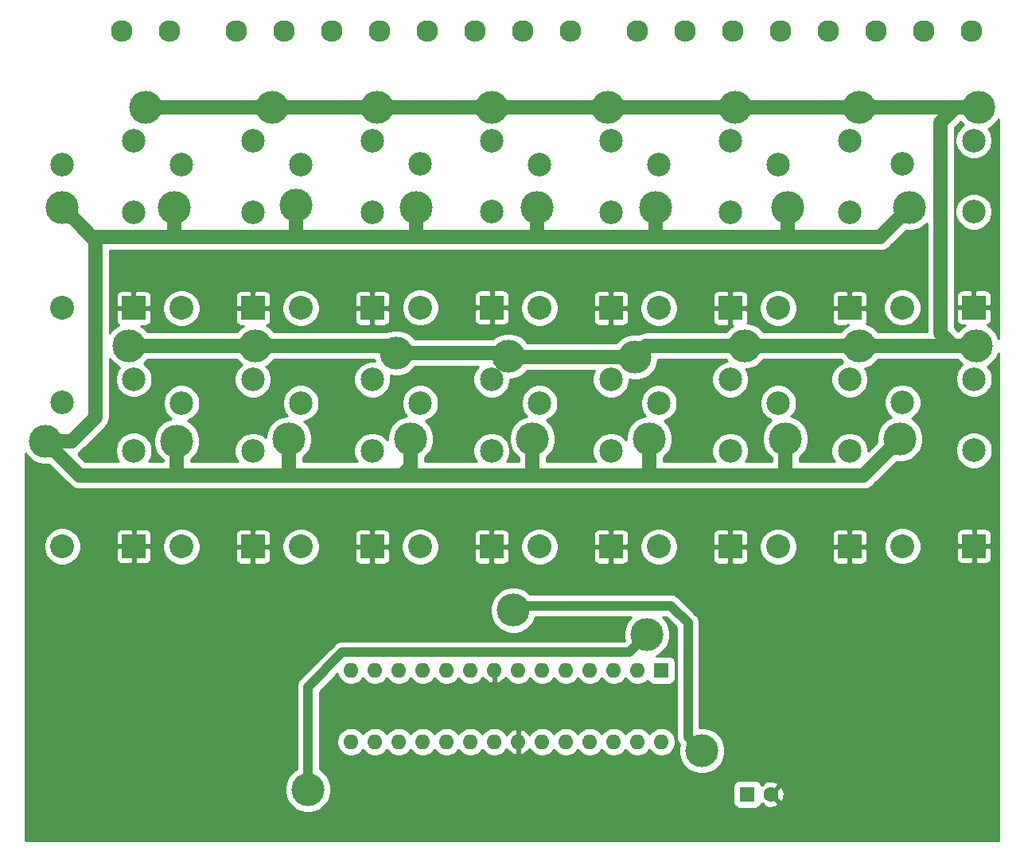
<source format=gbr>
G04 #@! TF.GenerationSoftware,KiCad,Pcbnew,(5.1.5)-3*
G04 #@! TF.CreationDate,2021-02-24T13:16:18+01:00*
G04 #@! TF.ProjectId,Projekt,50726f6a-656b-4742-9e6b-696361645f70,rev?*
G04 #@! TF.SameCoordinates,PX3778af0PY9765530*
G04 #@! TF.FileFunction,Copper,L1,Top*
G04 #@! TF.FilePolarity,Positive*
%FSLAX46Y46*%
G04 Gerber Fmt 4.6, Leading zero omitted, Abs format (unit mm)*
G04 Created by KiCad (PCBNEW (5.1.5)-3) date 2021-02-24 13:16:18*
%MOMM*%
%LPD*%
G04 APERTURE LIST*
%ADD10C,2.300000*%
%ADD11C,1.600000*%
%ADD12R,1.600000X1.600000*%
%ADD13O,1.600000X1.600000*%
%ADD14C,2.500000*%
%ADD15R,2.500000X2.500000*%
%ADD16C,2.540000*%
%ADD17C,3.500000*%
%ADD18C,1.500000*%
%ADD19C,1.000000*%
%ADD20C,0.254000*%
G04 APERTURE END LIST*
D10*
X104140000Y89408000D03*
X99060000Y89408000D03*
X93980000Y89408000D03*
X88900000Y89408000D03*
X83820000Y89408000D03*
X78740000Y89408000D03*
X73660000Y89408000D03*
X68580000Y89408000D03*
X61468000Y89408000D03*
X56388000Y89408000D03*
X51308000Y89408000D03*
X46228000Y89408000D03*
X41148000Y89408000D03*
X36068000Y89408000D03*
X30988000Y89408000D03*
X25908000Y89408000D03*
D11*
X82764000Y8128000D03*
D12*
X80264000Y8128000D03*
D13*
X71120000Y13716000D03*
X38100000Y21336000D03*
X68580000Y13716000D03*
X40640000Y21336000D03*
X66040000Y13716000D03*
X43180000Y21336000D03*
X63500000Y13716000D03*
X45720000Y21336000D03*
X60960000Y13716000D03*
X48260000Y21336000D03*
X58420000Y13716000D03*
X50800000Y21336000D03*
X55880000Y13716000D03*
X53340000Y21336000D03*
X53340000Y13716000D03*
X55880000Y21336000D03*
X50800000Y13716000D03*
X58420000Y21336000D03*
X48260000Y13716000D03*
X60960000Y21336000D03*
X45720000Y13716000D03*
X63500000Y21336000D03*
X43180000Y13716000D03*
X66040000Y21336000D03*
X40640000Y13716000D03*
X68580000Y21336000D03*
X38100000Y13716000D03*
D12*
X71120000Y21336000D03*
D10*
X18796000Y89408000D03*
X13716000Y89408000D03*
D14*
X27666000Y77684000D03*
X20066000Y75184000D03*
X27666000Y70084000D03*
D15*
X27666000Y59884000D03*
D16*
X20066000Y59884000D03*
D14*
X14966000Y77684000D03*
X7366000Y75184000D03*
X14966000Y70084000D03*
D15*
X14966000Y59884000D03*
D16*
X7366000Y59884000D03*
D14*
X40366000Y77684000D03*
X32766000Y75184000D03*
X40366000Y70084000D03*
D15*
X40366000Y59884000D03*
D16*
X32766000Y59884000D03*
D14*
X53086000Y77744000D03*
X45486000Y75244000D03*
X53086000Y70144000D03*
D15*
X53086000Y59944000D03*
D16*
X45486000Y59944000D03*
D14*
X27666000Y52284000D03*
X20066000Y49784000D03*
X27666000Y44684000D03*
D15*
X27666000Y34484000D03*
D16*
X20066000Y34484000D03*
D14*
X14986000Y52324000D03*
X7386000Y49824000D03*
X14986000Y44724000D03*
D15*
X14986000Y34524000D03*
D16*
X7386000Y34524000D03*
D14*
X91166000Y52284000D03*
X83566000Y49784000D03*
X91166000Y44684000D03*
D15*
X91166000Y34484000D03*
D16*
X83566000Y34484000D03*
D14*
X104374000Y77744000D03*
X96774000Y75244000D03*
X104374000Y70144000D03*
D15*
X104374000Y59944000D03*
D16*
X96774000Y59944000D03*
D14*
X78466000Y77684000D03*
X70866000Y75184000D03*
X78466000Y70084000D03*
D15*
X78466000Y59884000D03*
D16*
X70866000Y59884000D03*
D14*
X91166000Y77684000D03*
X83566000Y75184000D03*
X91166000Y70084000D03*
D15*
X91166000Y59884000D03*
D16*
X83566000Y59884000D03*
D14*
X65766000Y77684000D03*
X58166000Y75184000D03*
X65766000Y70084000D03*
D15*
X65766000Y59884000D03*
D16*
X58166000Y59884000D03*
D14*
X53066000Y52284000D03*
X45466000Y49784000D03*
X53066000Y44684000D03*
D15*
X53066000Y34484000D03*
D16*
X45466000Y34484000D03*
D14*
X104394000Y52344000D03*
X96794000Y49844000D03*
X104394000Y44744000D03*
D15*
X104394000Y34544000D03*
D16*
X96794000Y34544000D03*
D14*
X78466000Y52284000D03*
X70866000Y49784000D03*
X78466000Y44684000D03*
D15*
X78466000Y34484000D03*
D16*
X70866000Y34484000D03*
D14*
X65766000Y52284000D03*
X58166000Y49784000D03*
X65766000Y44684000D03*
D15*
X65766000Y34484000D03*
D16*
X58166000Y34484000D03*
D14*
X40366000Y52284000D03*
X32766000Y49784000D03*
X40366000Y44684000D03*
D15*
X40366000Y34484000D03*
D16*
X32766000Y34484000D03*
D17*
X31496000Y45974000D03*
X84582000Y70612000D03*
X32258000Y70866000D03*
X57912000Y70612000D03*
X70560000Y70612000D03*
X45006001Y70612000D03*
X96520000Y45974000D03*
X5588000Y45720000D03*
X57404000Y45974000D03*
X84328000Y45974000D03*
X19558000Y45720000D03*
X7366000Y70612000D03*
X19304000Y70612000D03*
X69850000Y45974000D03*
X44450000Y45974000D03*
X97536000Y70612000D03*
X27940000Y55880000D03*
X92202000Y55880000D03*
X42926000Y55118000D03*
X54851642Y54743999D03*
X53086000Y81280000D03*
X92202000Y81280000D03*
X104648000Y55880000D03*
X80010000Y55880000D03*
X68326000Y54683999D03*
X14486001Y55880000D03*
X40894000Y81280000D03*
X29740964Y81257036D03*
X16256000Y81280000D03*
X104902000Y81280000D03*
X78994000Y81280000D03*
X65480000Y81280000D03*
X84328000Y64262000D03*
X34798000Y37846000D03*
X25908000Y63754000D03*
X42164000Y64262000D03*
X17780000Y63754000D03*
X100584000Y38100000D03*
X68834000Y64262000D03*
X97028000Y64262000D03*
X55880000Y38354000D03*
X55626000Y64262000D03*
X43434000Y38354000D03*
X68326000Y38100000D03*
X46736000Y18034000D03*
X55371193Y27718684D03*
X75438000Y12766001D03*
X69596000Y25146000D03*
X33528000Y8636000D03*
D18*
X92629999Y42083999D02*
X83993999Y42083999D01*
X44450000Y43019998D02*
X44450000Y45974000D01*
X96520000Y45974000D02*
X92629999Y42083999D01*
X69676001Y42083999D02*
X57230001Y42083999D01*
X19558000Y42418000D02*
X19558000Y45720000D01*
X5588000Y45720000D02*
X8382000Y45720000D01*
X57230001Y42083999D02*
X57404000Y42257998D01*
X31576001Y42083999D02*
X31496000Y42164000D01*
X9224001Y42083999D02*
X5588000Y45720000D01*
X43514001Y42083999D02*
X44450000Y43019998D01*
X57404000Y42257998D02*
X57404000Y45974000D01*
X43514001Y42083999D02*
X31576001Y42083999D01*
X57230001Y42083999D02*
X43514001Y42083999D01*
X31576001Y42083999D02*
X19223999Y42083999D01*
X19223999Y42083999D02*
X19558000Y42418000D01*
X31496000Y42164000D02*
X31496000Y45974000D01*
X19223999Y42083999D02*
X9224001Y42083999D01*
X8382000Y45720000D02*
X10922000Y48260000D01*
X83993999Y42083999D02*
X84328000Y42418000D01*
X69676001Y42083999D02*
X69850000Y42257998D01*
X83993999Y42083999D02*
X69676001Y42083999D01*
X10922000Y67056000D02*
X10494001Y67483999D01*
X84328000Y42418000D02*
X84328000Y45974000D01*
X69850000Y42257998D02*
X69850000Y45974000D01*
X10922000Y48260000D02*
X10922000Y67056000D01*
X70438001Y67483999D02*
X58339999Y67483999D01*
X84662001Y67483999D02*
X70438001Y67483999D01*
X45006001Y67515999D02*
X45006001Y70612000D01*
X84662001Y67483999D02*
X84582000Y67564000D01*
X32177999Y67483999D02*
X19638001Y67483999D01*
X84582000Y67564000D02*
X84582000Y70612000D01*
X97536000Y70612000D02*
X94407999Y67483999D01*
X70560000Y67605998D02*
X70560000Y70612000D01*
X57912000Y67911998D02*
X57912000Y70612000D01*
X32177999Y67483999D02*
X32258000Y67564000D01*
X58339999Y67483999D02*
X57912000Y67911998D01*
X19304000Y67818000D02*
X19304000Y70612000D01*
X45038001Y67483999D02*
X45006001Y67515999D01*
X19638001Y67483999D02*
X10494001Y67483999D01*
X19638001Y67483999D02*
X19304000Y67818000D01*
X9115999Y68862001D02*
X7366000Y70612000D01*
X45038001Y67483999D02*
X32177999Y67483999D01*
X70438001Y67483999D02*
X70560000Y67605998D01*
X10494001Y67483999D02*
X9115999Y68862001D01*
X94407999Y67483999D02*
X84662001Y67483999D01*
X58339999Y67483999D02*
X45038001Y67483999D01*
X32258000Y67564000D02*
X32258000Y70866000D01*
X80010000Y55880000D02*
X69522001Y55880000D01*
X69522001Y55880000D02*
X68326000Y54683999D01*
X102427127Y81280000D02*
X100838000Y79690873D01*
X27940000Y55880000D02*
X42164000Y55880000D01*
X42926000Y55118000D02*
X54477641Y55118000D01*
X54477641Y55118000D02*
X54851642Y54743999D01*
X42164000Y55880000D02*
X42926000Y55118000D01*
X100838000Y79690873D02*
X100838000Y57215127D01*
X68326000Y54683999D02*
X54911642Y54683999D01*
X54911642Y54683999D02*
X54851642Y54743999D01*
X92202000Y55880000D02*
X80010000Y55880000D01*
X100838000Y57215127D02*
X102173127Y55880000D01*
X104902000Y81280000D02*
X102427127Y81280000D01*
X102173127Y55880000D02*
X104648000Y55880000D01*
X104648000Y55880000D02*
X92202000Y55880000D01*
X27940000Y55880000D02*
X14486001Y55880000D01*
X29763928Y81280000D02*
X29740964Y81257036D01*
X29740964Y81257036D02*
X16278964Y81257036D01*
X92202000Y81280000D02*
X78994000Y81280000D01*
X16278964Y81257036D02*
X16256000Y81280000D01*
X78994000Y81280000D02*
X29763928Y81280000D01*
X104902000Y81280000D02*
X92202000Y81280000D01*
X18288000Y64262000D02*
X17780000Y63754000D01*
X100330000Y37846000D02*
X100584000Y38100000D01*
D19*
X73970000Y26360000D02*
X72136000Y28194000D01*
X73970000Y14234001D02*
X73970000Y26360000D01*
X75438000Y12766001D02*
X73970000Y14234001D01*
X55846509Y28194000D02*
X55371193Y27718684D01*
X58872000Y28194000D02*
X55846509Y28194000D01*
X72136000Y28194000D02*
X58872000Y28194000D01*
X37187999Y23236001D02*
X33528000Y19576002D01*
X33528000Y19576002D02*
X33528000Y9906000D01*
X67686001Y23236001D02*
X37187999Y23236001D01*
X69596000Y25146000D02*
X67686001Y23236001D01*
D20*
G36*
X107011001Y3225000D02*
G01*
X3479000Y3225000D01*
X3479000Y8879963D01*
X31051000Y8879963D01*
X31051000Y8392037D01*
X31146190Y7913486D01*
X31332911Y7462701D01*
X31603989Y7057005D01*
X31949005Y6711989D01*
X32354701Y6440911D01*
X32805486Y6254190D01*
X33284037Y6159000D01*
X33771963Y6159000D01*
X34250514Y6254190D01*
X34701299Y6440911D01*
X35106995Y6711989D01*
X35452011Y7057005D01*
X35723089Y7462701D01*
X35909810Y7913486D01*
X36005000Y8392037D01*
X36005000Y8879963D01*
X35995445Y8928000D01*
X78733483Y8928000D01*
X78733483Y7328000D01*
X78747520Y7185483D01*
X78789090Y7048443D01*
X78856597Y6922147D01*
X78947446Y6811446D01*
X79058147Y6720597D01*
X79184443Y6653090D01*
X79321483Y6611520D01*
X79464000Y6597483D01*
X81064000Y6597483D01*
X81206517Y6611520D01*
X81343557Y6653090D01*
X81469853Y6720597D01*
X81580554Y6811446D01*
X81671403Y6922147D01*
X81738910Y7048443D01*
X81754341Y7099312D01*
X81834630Y7019023D01*
X81950903Y7135296D01*
X82022486Y6891329D01*
X82277996Y6770429D01*
X82552184Y6701700D01*
X82834512Y6687783D01*
X83114130Y6729213D01*
X83380292Y6824397D01*
X83505514Y6891329D01*
X83577097Y7135298D01*
X82764000Y7948395D01*
X82749858Y7934252D01*
X82570253Y8113857D01*
X82584395Y8128000D01*
X82943605Y8128000D01*
X83756702Y7314903D01*
X84000671Y7386486D01*
X84121571Y7641996D01*
X84190300Y7916184D01*
X84204217Y8198512D01*
X84162787Y8478130D01*
X84067603Y8744292D01*
X84000671Y8869514D01*
X83756702Y8941097D01*
X82943605Y8128000D01*
X82584395Y8128000D01*
X82570253Y8142142D01*
X82749858Y8321747D01*
X82764000Y8307605D01*
X83577097Y9120702D01*
X83505514Y9364671D01*
X83250004Y9485571D01*
X82975816Y9554300D01*
X82693488Y9568217D01*
X82413870Y9526787D01*
X82147708Y9431603D01*
X82022486Y9364671D01*
X81950903Y9120704D01*
X81834630Y9236977D01*
X81754341Y9156688D01*
X81738910Y9207557D01*
X81671403Y9333853D01*
X81580554Y9444554D01*
X81469853Y9535403D01*
X81343557Y9602910D01*
X81206517Y9644480D01*
X81064000Y9658517D01*
X79464000Y9658517D01*
X79321483Y9644480D01*
X79184443Y9602910D01*
X79058147Y9535403D01*
X78947446Y9444554D01*
X78856597Y9333853D01*
X78789090Y9207557D01*
X78747520Y9070517D01*
X78733483Y8928000D01*
X35995445Y8928000D01*
X35909810Y9358514D01*
X35723089Y9809299D01*
X35452011Y10214995D01*
X35106995Y10560011D01*
X34755000Y10795207D01*
X34755000Y13866396D01*
X36573000Y13866396D01*
X36573000Y13565604D01*
X36631681Y13270590D01*
X36746790Y12992694D01*
X36913901Y12742594D01*
X37126594Y12529901D01*
X37376694Y12362790D01*
X37654590Y12247681D01*
X37949604Y12189000D01*
X38250396Y12189000D01*
X38545410Y12247681D01*
X38823306Y12362790D01*
X39073406Y12529901D01*
X39286099Y12742594D01*
X39370000Y12868161D01*
X39453901Y12742594D01*
X39666594Y12529901D01*
X39916694Y12362790D01*
X40194590Y12247681D01*
X40489604Y12189000D01*
X40790396Y12189000D01*
X41085410Y12247681D01*
X41363306Y12362790D01*
X41613406Y12529901D01*
X41826099Y12742594D01*
X41910000Y12868161D01*
X41993901Y12742594D01*
X42206594Y12529901D01*
X42456694Y12362790D01*
X42734590Y12247681D01*
X43029604Y12189000D01*
X43330396Y12189000D01*
X43625410Y12247681D01*
X43903306Y12362790D01*
X44153406Y12529901D01*
X44366099Y12742594D01*
X44450000Y12868161D01*
X44533901Y12742594D01*
X44746594Y12529901D01*
X44996694Y12362790D01*
X45274590Y12247681D01*
X45569604Y12189000D01*
X45870396Y12189000D01*
X46165410Y12247681D01*
X46443306Y12362790D01*
X46693406Y12529901D01*
X46906099Y12742594D01*
X46990000Y12868161D01*
X47073901Y12742594D01*
X47286594Y12529901D01*
X47536694Y12362790D01*
X47814590Y12247681D01*
X48109604Y12189000D01*
X48410396Y12189000D01*
X48705410Y12247681D01*
X48983306Y12362790D01*
X49233406Y12529901D01*
X49446099Y12742594D01*
X49530000Y12868161D01*
X49613901Y12742594D01*
X49826594Y12529901D01*
X50076694Y12362790D01*
X50354590Y12247681D01*
X50649604Y12189000D01*
X50950396Y12189000D01*
X51245410Y12247681D01*
X51523306Y12362790D01*
X51773406Y12529901D01*
X51986099Y12742594D01*
X52070000Y12868161D01*
X52153901Y12742594D01*
X52366594Y12529901D01*
X52616694Y12362790D01*
X52894590Y12247681D01*
X53189604Y12189000D01*
X53490396Y12189000D01*
X53785410Y12247681D01*
X54063306Y12362790D01*
X54313406Y12529901D01*
X54526099Y12742594D01*
X54669677Y12957475D01*
X54727615Y12860869D01*
X54916586Y12652481D01*
X55142580Y12484963D01*
X55396913Y12364754D01*
X55530961Y12324096D01*
X55753000Y12446085D01*
X55753000Y13589000D01*
X55733000Y13589000D01*
X55733000Y13843000D01*
X55753000Y13843000D01*
X55753000Y14985915D01*
X56007000Y14985915D01*
X56007000Y13843000D01*
X56027000Y13843000D01*
X56027000Y13589000D01*
X56007000Y13589000D01*
X56007000Y12446085D01*
X56229039Y12324096D01*
X56363087Y12364754D01*
X56617420Y12484963D01*
X56843414Y12652481D01*
X57032385Y12860869D01*
X57090323Y12957475D01*
X57233901Y12742594D01*
X57446594Y12529901D01*
X57696694Y12362790D01*
X57974590Y12247681D01*
X58269604Y12189000D01*
X58570396Y12189000D01*
X58865410Y12247681D01*
X59143306Y12362790D01*
X59393406Y12529901D01*
X59606099Y12742594D01*
X59690000Y12868161D01*
X59773901Y12742594D01*
X59986594Y12529901D01*
X60236694Y12362790D01*
X60514590Y12247681D01*
X60809604Y12189000D01*
X61110396Y12189000D01*
X61405410Y12247681D01*
X61683306Y12362790D01*
X61933406Y12529901D01*
X62146099Y12742594D01*
X62230000Y12868161D01*
X62313901Y12742594D01*
X62526594Y12529901D01*
X62776694Y12362790D01*
X63054590Y12247681D01*
X63349604Y12189000D01*
X63650396Y12189000D01*
X63945410Y12247681D01*
X64223306Y12362790D01*
X64473406Y12529901D01*
X64686099Y12742594D01*
X64770000Y12868161D01*
X64853901Y12742594D01*
X65066594Y12529901D01*
X65316694Y12362790D01*
X65594590Y12247681D01*
X65889604Y12189000D01*
X66190396Y12189000D01*
X66485410Y12247681D01*
X66763306Y12362790D01*
X67013406Y12529901D01*
X67226099Y12742594D01*
X67310000Y12868161D01*
X67393901Y12742594D01*
X67606594Y12529901D01*
X67856694Y12362790D01*
X68134590Y12247681D01*
X68429604Y12189000D01*
X68730396Y12189000D01*
X69025410Y12247681D01*
X69303306Y12362790D01*
X69553406Y12529901D01*
X69766099Y12742594D01*
X69850000Y12868161D01*
X69933901Y12742594D01*
X70146594Y12529901D01*
X70396694Y12362790D01*
X70674590Y12247681D01*
X70969604Y12189000D01*
X71270396Y12189000D01*
X71565410Y12247681D01*
X71843306Y12362790D01*
X72093406Y12529901D01*
X72306099Y12742594D01*
X72473210Y12992694D01*
X72588319Y13270590D01*
X72647000Y13565604D01*
X72647000Y13866396D01*
X72588319Y14161410D01*
X72473210Y14439306D01*
X72306099Y14689406D01*
X72093406Y14902099D01*
X71843306Y15069210D01*
X71565410Y15184319D01*
X71270396Y15243000D01*
X70969604Y15243000D01*
X70674590Y15184319D01*
X70396694Y15069210D01*
X70146594Y14902099D01*
X69933901Y14689406D01*
X69850000Y14563839D01*
X69766099Y14689406D01*
X69553406Y14902099D01*
X69303306Y15069210D01*
X69025410Y15184319D01*
X68730396Y15243000D01*
X68429604Y15243000D01*
X68134590Y15184319D01*
X67856694Y15069210D01*
X67606594Y14902099D01*
X67393901Y14689406D01*
X67310000Y14563839D01*
X67226099Y14689406D01*
X67013406Y14902099D01*
X66763306Y15069210D01*
X66485410Y15184319D01*
X66190396Y15243000D01*
X65889604Y15243000D01*
X65594590Y15184319D01*
X65316694Y15069210D01*
X65066594Y14902099D01*
X64853901Y14689406D01*
X64770000Y14563839D01*
X64686099Y14689406D01*
X64473406Y14902099D01*
X64223306Y15069210D01*
X63945410Y15184319D01*
X63650396Y15243000D01*
X63349604Y15243000D01*
X63054590Y15184319D01*
X62776694Y15069210D01*
X62526594Y14902099D01*
X62313901Y14689406D01*
X62230000Y14563839D01*
X62146099Y14689406D01*
X61933406Y14902099D01*
X61683306Y15069210D01*
X61405410Y15184319D01*
X61110396Y15243000D01*
X60809604Y15243000D01*
X60514590Y15184319D01*
X60236694Y15069210D01*
X59986594Y14902099D01*
X59773901Y14689406D01*
X59690000Y14563839D01*
X59606099Y14689406D01*
X59393406Y14902099D01*
X59143306Y15069210D01*
X58865410Y15184319D01*
X58570396Y15243000D01*
X58269604Y15243000D01*
X57974590Y15184319D01*
X57696694Y15069210D01*
X57446594Y14902099D01*
X57233901Y14689406D01*
X57090323Y14474525D01*
X57032385Y14571131D01*
X56843414Y14779519D01*
X56617420Y14947037D01*
X56363087Y15067246D01*
X56229039Y15107904D01*
X56007000Y14985915D01*
X55753000Y14985915D01*
X55530961Y15107904D01*
X55396913Y15067246D01*
X55142580Y14947037D01*
X54916586Y14779519D01*
X54727615Y14571131D01*
X54669677Y14474525D01*
X54526099Y14689406D01*
X54313406Y14902099D01*
X54063306Y15069210D01*
X53785410Y15184319D01*
X53490396Y15243000D01*
X53189604Y15243000D01*
X52894590Y15184319D01*
X52616694Y15069210D01*
X52366594Y14902099D01*
X52153901Y14689406D01*
X52070000Y14563839D01*
X51986099Y14689406D01*
X51773406Y14902099D01*
X51523306Y15069210D01*
X51245410Y15184319D01*
X50950396Y15243000D01*
X50649604Y15243000D01*
X50354590Y15184319D01*
X50076694Y15069210D01*
X49826594Y14902099D01*
X49613901Y14689406D01*
X49530000Y14563839D01*
X49446099Y14689406D01*
X49233406Y14902099D01*
X48983306Y15069210D01*
X48705410Y15184319D01*
X48410396Y15243000D01*
X48109604Y15243000D01*
X47814590Y15184319D01*
X47536694Y15069210D01*
X47286594Y14902099D01*
X47073901Y14689406D01*
X46990000Y14563839D01*
X46906099Y14689406D01*
X46693406Y14902099D01*
X46443306Y15069210D01*
X46165410Y15184319D01*
X45870396Y15243000D01*
X45569604Y15243000D01*
X45274590Y15184319D01*
X44996694Y15069210D01*
X44746594Y14902099D01*
X44533901Y14689406D01*
X44450000Y14563839D01*
X44366099Y14689406D01*
X44153406Y14902099D01*
X43903306Y15069210D01*
X43625410Y15184319D01*
X43330396Y15243000D01*
X43029604Y15243000D01*
X42734590Y15184319D01*
X42456694Y15069210D01*
X42206594Y14902099D01*
X41993901Y14689406D01*
X41910000Y14563839D01*
X41826099Y14689406D01*
X41613406Y14902099D01*
X41363306Y15069210D01*
X41085410Y15184319D01*
X40790396Y15243000D01*
X40489604Y15243000D01*
X40194590Y15184319D01*
X39916694Y15069210D01*
X39666594Y14902099D01*
X39453901Y14689406D01*
X39370000Y14563839D01*
X39286099Y14689406D01*
X39073406Y14902099D01*
X38823306Y15069210D01*
X38545410Y15184319D01*
X38250396Y15243000D01*
X37949604Y15243000D01*
X37654590Y15184319D01*
X37376694Y15069210D01*
X37126594Y14902099D01*
X36913901Y14689406D01*
X36746790Y14439306D01*
X36631681Y14161410D01*
X36573000Y13866396D01*
X34755000Y13866396D01*
X34755000Y19067763D01*
X36622746Y20935509D01*
X36631681Y20890590D01*
X36746790Y20612694D01*
X36913901Y20362594D01*
X37126594Y20149901D01*
X37376694Y19982790D01*
X37654590Y19867681D01*
X37949604Y19809000D01*
X38250396Y19809000D01*
X38545410Y19867681D01*
X38823306Y19982790D01*
X39073406Y20149901D01*
X39286099Y20362594D01*
X39370000Y20488161D01*
X39453901Y20362594D01*
X39666594Y20149901D01*
X39916694Y19982790D01*
X40194590Y19867681D01*
X40489604Y19809000D01*
X40790396Y19809000D01*
X41085410Y19867681D01*
X41363306Y19982790D01*
X41613406Y20149901D01*
X41826099Y20362594D01*
X41910000Y20488161D01*
X41993901Y20362594D01*
X42206594Y20149901D01*
X42456694Y19982790D01*
X42734590Y19867681D01*
X43029604Y19809000D01*
X43330396Y19809000D01*
X43625410Y19867681D01*
X43903306Y19982790D01*
X44153406Y20149901D01*
X44366099Y20362594D01*
X44450000Y20488161D01*
X44533901Y20362594D01*
X44746594Y20149901D01*
X44996694Y19982790D01*
X45274590Y19867681D01*
X45569604Y19809000D01*
X45870396Y19809000D01*
X46165410Y19867681D01*
X46443306Y19982790D01*
X46693406Y20149901D01*
X46906099Y20362594D01*
X46990000Y20488161D01*
X47073901Y20362594D01*
X47286594Y20149901D01*
X47536694Y19982790D01*
X47814590Y19867681D01*
X48109604Y19809000D01*
X48410396Y19809000D01*
X48705410Y19867681D01*
X48983306Y19982790D01*
X49233406Y20149901D01*
X49446099Y20362594D01*
X49530000Y20488161D01*
X49613901Y20362594D01*
X49826594Y20149901D01*
X50076694Y19982790D01*
X50354590Y19867681D01*
X50649604Y19809000D01*
X50950396Y19809000D01*
X51245410Y19867681D01*
X51523306Y19982790D01*
X51773406Y20149901D01*
X51986099Y20362594D01*
X52129677Y20577475D01*
X52187615Y20480869D01*
X52376586Y20272481D01*
X52602580Y20104963D01*
X52856913Y19984754D01*
X52990961Y19944096D01*
X53213000Y20066085D01*
X53213000Y21209000D01*
X53193000Y21209000D01*
X53193000Y21463000D01*
X53213000Y21463000D01*
X53213000Y21483000D01*
X53467000Y21483000D01*
X53467000Y21463000D01*
X53487000Y21463000D01*
X53487000Y21209000D01*
X53467000Y21209000D01*
X53467000Y20066085D01*
X53689039Y19944096D01*
X53823087Y19984754D01*
X54077420Y20104963D01*
X54303414Y20272481D01*
X54492385Y20480869D01*
X54550323Y20577475D01*
X54693901Y20362594D01*
X54906594Y20149901D01*
X55156694Y19982790D01*
X55434590Y19867681D01*
X55729604Y19809000D01*
X56030396Y19809000D01*
X56325410Y19867681D01*
X56603306Y19982790D01*
X56853406Y20149901D01*
X57066099Y20362594D01*
X57150000Y20488161D01*
X57233901Y20362594D01*
X57446594Y20149901D01*
X57696694Y19982790D01*
X57974590Y19867681D01*
X58269604Y19809000D01*
X58570396Y19809000D01*
X58865410Y19867681D01*
X59143306Y19982790D01*
X59393406Y20149901D01*
X59606099Y20362594D01*
X59690000Y20488161D01*
X59773901Y20362594D01*
X59986594Y20149901D01*
X60236694Y19982790D01*
X60514590Y19867681D01*
X60809604Y19809000D01*
X61110396Y19809000D01*
X61405410Y19867681D01*
X61683306Y19982790D01*
X61933406Y20149901D01*
X62146099Y20362594D01*
X62230000Y20488161D01*
X62313901Y20362594D01*
X62526594Y20149901D01*
X62776694Y19982790D01*
X63054590Y19867681D01*
X63349604Y19809000D01*
X63650396Y19809000D01*
X63945410Y19867681D01*
X64223306Y19982790D01*
X64473406Y20149901D01*
X64686099Y20362594D01*
X64770000Y20488161D01*
X64853901Y20362594D01*
X65066594Y20149901D01*
X65316694Y19982790D01*
X65594590Y19867681D01*
X65889604Y19809000D01*
X66190396Y19809000D01*
X66485410Y19867681D01*
X66763306Y19982790D01*
X67013406Y20149901D01*
X67226099Y20362594D01*
X67310000Y20488161D01*
X67393901Y20362594D01*
X67606594Y20149901D01*
X67856694Y19982790D01*
X68134590Y19867681D01*
X68429604Y19809000D01*
X68730396Y19809000D01*
X69025410Y19867681D01*
X69303306Y19982790D01*
X69553406Y20149901D01*
X69650265Y20246760D01*
X69712597Y20130147D01*
X69803446Y20019446D01*
X69914147Y19928597D01*
X70040443Y19861090D01*
X70177483Y19819520D01*
X70320000Y19805483D01*
X71920000Y19805483D01*
X72062517Y19819520D01*
X72199557Y19861090D01*
X72325853Y19928597D01*
X72436554Y20019446D01*
X72527403Y20130147D01*
X72594910Y20256443D01*
X72636480Y20393483D01*
X72650517Y20536000D01*
X72650517Y22136000D01*
X72636480Y22278517D01*
X72594910Y22415557D01*
X72527403Y22541853D01*
X72436554Y22652554D01*
X72325853Y22743403D01*
X72199557Y22810910D01*
X72062517Y22852480D01*
X71920000Y22866517D01*
X70565554Y22866517D01*
X70769299Y22950911D01*
X71174995Y23221989D01*
X71520011Y23567005D01*
X71791089Y23972701D01*
X71977810Y24423486D01*
X72073000Y24902037D01*
X72073000Y25389963D01*
X71977810Y25868514D01*
X71791089Y26319299D01*
X71520011Y26724995D01*
X71278006Y26967000D01*
X71627761Y26967000D01*
X72743001Y25851759D01*
X72743000Y14294261D01*
X72737065Y14234001D01*
X72743000Y14173741D01*
X72743000Y14173734D01*
X72760755Y13993468D01*
X72830916Y13762178D01*
X72944851Y13549019D01*
X73044156Y13428016D01*
X72961000Y13009964D01*
X72961000Y12522038D01*
X73056190Y12043487D01*
X73242911Y11592702D01*
X73513989Y11187006D01*
X73859005Y10841990D01*
X74264701Y10570912D01*
X74715486Y10384191D01*
X75194037Y10289001D01*
X75681963Y10289001D01*
X76160514Y10384191D01*
X76611299Y10570912D01*
X77016995Y10841990D01*
X77362011Y11187006D01*
X77633089Y11592702D01*
X77819810Y12043487D01*
X77915000Y12522038D01*
X77915000Y13009964D01*
X77819810Y13488515D01*
X77633089Y13939300D01*
X77362011Y14344996D01*
X77016995Y14690012D01*
X76611299Y14961090D01*
X76160514Y15147811D01*
X75681963Y15243001D01*
X75197000Y15243001D01*
X75197000Y26299737D01*
X75202935Y26360000D01*
X75179246Y26600534D01*
X75109084Y26831824D01*
X75101043Y26846867D01*
X74995149Y27044983D01*
X74841817Y27231817D01*
X74795005Y27270235D01*
X73046239Y29019000D01*
X73007817Y29065817D01*
X72820983Y29219149D01*
X72607824Y29333084D01*
X72376534Y29403245D01*
X72196268Y29421000D01*
X72196260Y29421000D01*
X72136000Y29426935D01*
X72075740Y29421000D01*
X57171883Y29421000D01*
X56950188Y29642695D01*
X56544492Y29913773D01*
X56093707Y30100494D01*
X55615156Y30195684D01*
X55127230Y30195684D01*
X54648679Y30100494D01*
X54197894Y29913773D01*
X53792198Y29642695D01*
X53447182Y29297679D01*
X53176104Y28891983D01*
X52989383Y28441198D01*
X52894193Y27962647D01*
X52894193Y27474721D01*
X52989383Y26996170D01*
X53176104Y26545385D01*
X53447182Y26139689D01*
X53792198Y25794673D01*
X54197894Y25523595D01*
X54648679Y25336874D01*
X55127230Y25241684D01*
X55615156Y25241684D01*
X56093707Y25336874D01*
X56544492Y25523595D01*
X56950188Y25794673D01*
X57295204Y26139689D01*
X57566282Y26545385D01*
X57740920Y26967000D01*
X67913994Y26967000D01*
X67671989Y26724995D01*
X67400911Y26319299D01*
X67214190Y25868514D01*
X67119000Y25389963D01*
X67119000Y24902037D01*
X67201590Y24486829D01*
X67177762Y24463001D01*
X37248258Y24463001D01*
X37187998Y24468936D01*
X37127738Y24463001D01*
X37127731Y24463001D01*
X36947465Y24445246D01*
X36716175Y24375085D01*
X36503016Y24261150D01*
X36316182Y24107818D01*
X36277764Y24061006D01*
X32703000Y20486241D01*
X32656183Y20447819D01*
X32502851Y20260984D01*
X32388916Y20047825D01*
X32318755Y19816535D01*
X32301000Y19636269D01*
X32301000Y19636262D01*
X32295065Y19576002D01*
X32301000Y19515742D01*
X32301001Y10795208D01*
X31949005Y10560011D01*
X31603989Y10214995D01*
X31332911Y9809299D01*
X31146190Y9358514D01*
X31051000Y8879963D01*
X3479000Y8879963D01*
X3479000Y34720687D01*
X5389000Y34720687D01*
X5389000Y34327313D01*
X5465743Y33941496D01*
X5616281Y33578066D01*
X5834829Y33250986D01*
X6112986Y32972829D01*
X6440066Y32754281D01*
X6803496Y32603743D01*
X7189313Y32527000D01*
X7582687Y32527000D01*
X7968504Y32603743D01*
X8331934Y32754281D01*
X8659014Y32972829D01*
X8937171Y33250986D01*
X8952548Y33274000D01*
X13097928Y33274000D01*
X13110188Y33149518D01*
X13146498Y33029820D01*
X13205463Y32919506D01*
X13284815Y32822815D01*
X13381506Y32743463D01*
X13491820Y32684498D01*
X13611518Y32648188D01*
X13736000Y32635928D01*
X14700250Y32639000D01*
X14859000Y32797750D01*
X14859000Y34397000D01*
X15113000Y34397000D01*
X15113000Y32797750D01*
X15271750Y32639000D01*
X16236000Y32635928D01*
X16360482Y32648188D01*
X16480180Y32684498D01*
X16590494Y32743463D01*
X16687185Y32822815D01*
X16766537Y32919506D01*
X16825502Y33029820D01*
X16861812Y33149518D01*
X16874072Y33274000D01*
X16871000Y34238250D01*
X16712250Y34397000D01*
X15113000Y34397000D01*
X14859000Y34397000D01*
X13259750Y34397000D01*
X13101000Y34238250D01*
X13097928Y33274000D01*
X8952548Y33274000D01*
X9155719Y33578066D01*
X9306257Y33941496D01*
X9383000Y34327313D01*
X9383000Y34720687D01*
X9306257Y35106504D01*
X9155719Y35469934D01*
X8952549Y35774000D01*
X13097928Y35774000D01*
X13101000Y34809750D01*
X13259750Y34651000D01*
X14859000Y34651000D01*
X14859000Y36250250D01*
X15113000Y36250250D01*
X15113000Y34651000D01*
X16712250Y34651000D01*
X16741937Y34680687D01*
X18069000Y34680687D01*
X18069000Y34287313D01*
X18145743Y33901496D01*
X18296281Y33538066D01*
X18514829Y33210986D01*
X18792986Y32932829D01*
X19120066Y32714281D01*
X19483496Y32563743D01*
X19869313Y32487000D01*
X20262687Y32487000D01*
X20648504Y32563743D01*
X21011934Y32714281D01*
X21339014Y32932829D01*
X21617171Y33210986D01*
X21632548Y33234000D01*
X25777928Y33234000D01*
X25790188Y33109518D01*
X25826498Y32989820D01*
X25885463Y32879506D01*
X25964815Y32782815D01*
X26061506Y32703463D01*
X26171820Y32644498D01*
X26291518Y32608188D01*
X26416000Y32595928D01*
X27380250Y32599000D01*
X27539000Y32757750D01*
X27539000Y34357000D01*
X27793000Y34357000D01*
X27793000Y32757750D01*
X27951750Y32599000D01*
X28916000Y32595928D01*
X29040482Y32608188D01*
X29160180Y32644498D01*
X29270494Y32703463D01*
X29367185Y32782815D01*
X29446537Y32879506D01*
X29505502Y32989820D01*
X29541812Y33109518D01*
X29554072Y33234000D01*
X29551000Y34198250D01*
X29392250Y34357000D01*
X27793000Y34357000D01*
X27539000Y34357000D01*
X25939750Y34357000D01*
X25781000Y34198250D01*
X25777928Y33234000D01*
X21632548Y33234000D01*
X21835719Y33538066D01*
X21986257Y33901496D01*
X22063000Y34287313D01*
X22063000Y34680687D01*
X21986257Y35066504D01*
X21835719Y35429934D01*
X21632549Y35734000D01*
X25777928Y35734000D01*
X25781000Y34769750D01*
X25939750Y34611000D01*
X27539000Y34611000D01*
X27539000Y36210250D01*
X27793000Y36210250D01*
X27793000Y34611000D01*
X29392250Y34611000D01*
X29461937Y34680687D01*
X30769000Y34680687D01*
X30769000Y34287313D01*
X30845743Y33901496D01*
X30996281Y33538066D01*
X31214829Y33210986D01*
X31492986Y32932829D01*
X31820066Y32714281D01*
X32183496Y32563743D01*
X32569313Y32487000D01*
X32962687Y32487000D01*
X33348504Y32563743D01*
X33711934Y32714281D01*
X34039014Y32932829D01*
X34317171Y33210986D01*
X34332548Y33234000D01*
X38477928Y33234000D01*
X38490188Y33109518D01*
X38526498Y32989820D01*
X38585463Y32879506D01*
X38664815Y32782815D01*
X38761506Y32703463D01*
X38871820Y32644498D01*
X38991518Y32608188D01*
X39116000Y32595928D01*
X40080250Y32599000D01*
X40239000Y32757750D01*
X40239000Y34357000D01*
X40493000Y34357000D01*
X40493000Y32757750D01*
X40651750Y32599000D01*
X41616000Y32595928D01*
X41740482Y32608188D01*
X41860180Y32644498D01*
X41970494Y32703463D01*
X42067185Y32782815D01*
X42146537Y32879506D01*
X42205502Y32989820D01*
X42241812Y33109518D01*
X42254072Y33234000D01*
X42251000Y34198250D01*
X42092250Y34357000D01*
X40493000Y34357000D01*
X40239000Y34357000D01*
X38639750Y34357000D01*
X38481000Y34198250D01*
X38477928Y33234000D01*
X34332548Y33234000D01*
X34535719Y33538066D01*
X34686257Y33901496D01*
X34763000Y34287313D01*
X34763000Y34680687D01*
X34686257Y35066504D01*
X34535719Y35429934D01*
X34332549Y35734000D01*
X38477928Y35734000D01*
X38481000Y34769750D01*
X38639750Y34611000D01*
X40239000Y34611000D01*
X40239000Y36210250D01*
X40493000Y36210250D01*
X40493000Y34611000D01*
X42092250Y34611000D01*
X42161937Y34680687D01*
X43469000Y34680687D01*
X43469000Y34287313D01*
X43545743Y33901496D01*
X43696281Y33538066D01*
X43914829Y33210986D01*
X44192986Y32932829D01*
X44520066Y32714281D01*
X44883496Y32563743D01*
X45269313Y32487000D01*
X45662687Y32487000D01*
X46048504Y32563743D01*
X46411934Y32714281D01*
X46739014Y32932829D01*
X47017171Y33210986D01*
X47032548Y33234000D01*
X51177928Y33234000D01*
X51190188Y33109518D01*
X51226498Y32989820D01*
X51285463Y32879506D01*
X51364815Y32782815D01*
X51461506Y32703463D01*
X51571820Y32644498D01*
X51691518Y32608188D01*
X51816000Y32595928D01*
X52780250Y32599000D01*
X52939000Y32757750D01*
X52939000Y34357000D01*
X53193000Y34357000D01*
X53193000Y32757750D01*
X53351750Y32599000D01*
X54316000Y32595928D01*
X54440482Y32608188D01*
X54560180Y32644498D01*
X54670494Y32703463D01*
X54767185Y32782815D01*
X54846537Y32879506D01*
X54905502Y32989820D01*
X54941812Y33109518D01*
X54954072Y33234000D01*
X54951000Y34198250D01*
X54792250Y34357000D01*
X53193000Y34357000D01*
X52939000Y34357000D01*
X51339750Y34357000D01*
X51181000Y34198250D01*
X51177928Y33234000D01*
X47032548Y33234000D01*
X47235719Y33538066D01*
X47386257Y33901496D01*
X47463000Y34287313D01*
X47463000Y34680687D01*
X47386257Y35066504D01*
X47235719Y35429934D01*
X47032549Y35734000D01*
X51177928Y35734000D01*
X51181000Y34769750D01*
X51339750Y34611000D01*
X52939000Y34611000D01*
X52939000Y36210250D01*
X53193000Y36210250D01*
X53193000Y34611000D01*
X54792250Y34611000D01*
X54861937Y34680687D01*
X56169000Y34680687D01*
X56169000Y34287313D01*
X56245743Y33901496D01*
X56396281Y33538066D01*
X56614829Y33210986D01*
X56892986Y32932829D01*
X57220066Y32714281D01*
X57583496Y32563743D01*
X57969313Y32487000D01*
X58362687Y32487000D01*
X58748504Y32563743D01*
X59111934Y32714281D01*
X59439014Y32932829D01*
X59717171Y33210986D01*
X59732548Y33234000D01*
X63877928Y33234000D01*
X63890188Y33109518D01*
X63926498Y32989820D01*
X63985463Y32879506D01*
X64064815Y32782815D01*
X64161506Y32703463D01*
X64271820Y32644498D01*
X64391518Y32608188D01*
X64516000Y32595928D01*
X65480250Y32599000D01*
X65639000Y32757750D01*
X65639000Y34357000D01*
X65893000Y34357000D01*
X65893000Y32757750D01*
X66051750Y32599000D01*
X67016000Y32595928D01*
X67140482Y32608188D01*
X67260180Y32644498D01*
X67370494Y32703463D01*
X67467185Y32782815D01*
X67546537Y32879506D01*
X67605502Y32989820D01*
X67641812Y33109518D01*
X67654072Y33234000D01*
X67651000Y34198250D01*
X67492250Y34357000D01*
X65893000Y34357000D01*
X65639000Y34357000D01*
X64039750Y34357000D01*
X63881000Y34198250D01*
X63877928Y33234000D01*
X59732548Y33234000D01*
X59935719Y33538066D01*
X60086257Y33901496D01*
X60163000Y34287313D01*
X60163000Y34680687D01*
X60086257Y35066504D01*
X59935719Y35429934D01*
X59732549Y35734000D01*
X63877928Y35734000D01*
X63881000Y34769750D01*
X64039750Y34611000D01*
X65639000Y34611000D01*
X65639000Y36210250D01*
X65893000Y36210250D01*
X65893000Y34611000D01*
X67492250Y34611000D01*
X67561937Y34680687D01*
X68869000Y34680687D01*
X68869000Y34287313D01*
X68945743Y33901496D01*
X69096281Y33538066D01*
X69314829Y33210986D01*
X69592986Y32932829D01*
X69920066Y32714281D01*
X70283496Y32563743D01*
X70669313Y32487000D01*
X71062687Y32487000D01*
X71448504Y32563743D01*
X71811934Y32714281D01*
X72139014Y32932829D01*
X72417171Y33210986D01*
X72432548Y33234000D01*
X76577928Y33234000D01*
X76590188Y33109518D01*
X76626498Y32989820D01*
X76685463Y32879506D01*
X76764815Y32782815D01*
X76861506Y32703463D01*
X76971820Y32644498D01*
X77091518Y32608188D01*
X77216000Y32595928D01*
X78180250Y32599000D01*
X78339000Y32757750D01*
X78339000Y34357000D01*
X78593000Y34357000D01*
X78593000Y32757750D01*
X78751750Y32599000D01*
X79716000Y32595928D01*
X79840482Y32608188D01*
X79960180Y32644498D01*
X80070494Y32703463D01*
X80167185Y32782815D01*
X80246537Y32879506D01*
X80305502Y32989820D01*
X80341812Y33109518D01*
X80354072Y33234000D01*
X80351000Y34198250D01*
X80192250Y34357000D01*
X78593000Y34357000D01*
X78339000Y34357000D01*
X76739750Y34357000D01*
X76581000Y34198250D01*
X76577928Y33234000D01*
X72432548Y33234000D01*
X72635719Y33538066D01*
X72786257Y33901496D01*
X72863000Y34287313D01*
X72863000Y34680687D01*
X72786257Y35066504D01*
X72635719Y35429934D01*
X72432549Y35734000D01*
X76577928Y35734000D01*
X76581000Y34769750D01*
X76739750Y34611000D01*
X78339000Y34611000D01*
X78339000Y36210250D01*
X78593000Y36210250D01*
X78593000Y34611000D01*
X80192250Y34611000D01*
X80261937Y34680687D01*
X81569000Y34680687D01*
X81569000Y34287313D01*
X81645743Y33901496D01*
X81796281Y33538066D01*
X82014829Y33210986D01*
X82292986Y32932829D01*
X82620066Y32714281D01*
X82983496Y32563743D01*
X83369313Y32487000D01*
X83762687Y32487000D01*
X84148504Y32563743D01*
X84511934Y32714281D01*
X84839014Y32932829D01*
X85117171Y33210986D01*
X85132548Y33234000D01*
X89277928Y33234000D01*
X89290188Y33109518D01*
X89326498Y32989820D01*
X89385463Y32879506D01*
X89464815Y32782815D01*
X89561506Y32703463D01*
X89671820Y32644498D01*
X89791518Y32608188D01*
X89916000Y32595928D01*
X90880250Y32599000D01*
X91039000Y32757750D01*
X91039000Y34357000D01*
X91293000Y34357000D01*
X91293000Y32757750D01*
X91451750Y32599000D01*
X92416000Y32595928D01*
X92540482Y32608188D01*
X92660180Y32644498D01*
X92770494Y32703463D01*
X92867185Y32782815D01*
X92946537Y32879506D01*
X93005502Y32989820D01*
X93041812Y33109518D01*
X93054072Y33234000D01*
X93051000Y34198250D01*
X92892250Y34357000D01*
X91293000Y34357000D01*
X91039000Y34357000D01*
X89439750Y34357000D01*
X89281000Y34198250D01*
X89277928Y33234000D01*
X85132548Y33234000D01*
X85335719Y33538066D01*
X85486257Y33901496D01*
X85563000Y34287313D01*
X85563000Y34680687D01*
X85486257Y35066504D01*
X85335719Y35429934D01*
X85132549Y35734000D01*
X89277928Y35734000D01*
X89281000Y34769750D01*
X89439750Y34611000D01*
X91039000Y34611000D01*
X91039000Y36210250D01*
X91293000Y36210250D01*
X91293000Y34611000D01*
X92892250Y34611000D01*
X93021937Y34740687D01*
X94797000Y34740687D01*
X94797000Y34347313D01*
X94873743Y33961496D01*
X95024281Y33598066D01*
X95242829Y33270986D01*
X95520986Y32992829D01*
X95848066Y32774281D01*
X96211496Y32623743D01*
X96597313Y32547000D01*
X96990687Y32547000D01*
X97376504Y32623743D01*
X97739934Y32774281D01*
X98067014Y32992829D01*
X98345171Y33270986D01*
X98360548Y33294000D01*
X102505928Y33294000D01*
X102518188Y33169518D01*
X102554498Y33049820D01*
X102613463Y32939506D01*
X102692815Y32842815D01*
X102789506Y32763463D01*
X102899820Y32704498D01*
X103019518Y32668188D01*
X103144000Y32655928D01*
X104108250Y32659000D01*
X104267000Y32817750D01*
X104267000Y34417000D01*
X104521000Y34417000D01*
X104521000Y32817750D01*
X104679750Y32659000D01*
X105644000Y32655928D01*
X105768482Y32668188D01*
X105888180Y32704498D01*
X105998494Y32763463D01*
X106095185Y32842815D01*
X106174537Y32939506D01*
X106233502Y33049820D01*
X106269812Y33169518D01*
X106282072Y33294000D01*
X106279000Y34258250D01*
X106120250Y34417000D01*
X104521000Y34417000D01*
X104267000Y34417000D01*
X102667750Y34417000D01*
X102509000Y34258250D01*
X102505928Y33294000D01*
X98360548Y33294000D01*
X98563719Y33598066D01*
X98714257Y33961496D01*
X98791000Y34347313D01*
X98791000Y34740687D01*
X98714257Y35126504D01*
X98563719Y35489934D01*
X98360549Y35794000D01*
X102505928Y35794000D01*
X102509000Y34829750D01*
X102667750Y34671000D01*
X104267000Y34671000D01*
X104267000Y36270250D01*
X104521000Y36270250D01*
X104521000Y34671000D01*
X106120250Y34671000D01*
X106279000Y34829750D01*
X106282072Y35794000D01*
X106269812Y35918482D01*
X106233502Y36038180D01*
X106174537Y36148494D01*
X106095185Y36245185D01*
X105998494Y36324537D01*
X105888180Y36383502D01*
X105768482Y36419812D01*
X105644000Y36432072D01*
X104679750Y36429000D01*
X104521000Y36270250D01*
X104267000Y36270250D01*
X104108250Y36429000D01*
X103144000Y36432072D01*
X103019518Y36419812D01*
X102899820Y36383502D01*
X102789506Y36324537D01*
X102692815Y36245185D01*
X102613463Y36148494D01*
X102554498Y36038180D01*
X102518188Y35918482D01*
X102505928Y35794000D01*
X98360549Y35794000D01*
X98345171Y35817014D01*
X98067014Y36095171D01*
X97739934Y36313719D01*
X97376504Y36464257D01*
X96990687Y36541000D01*
X96597313Y36541000D01*
X96211496Y36464257D01*
X95848066Y36313719D01*
X95520986Y36095171D01*
X95242829Y35817014D01*
X95024281Y35489934D01*
X94873743Y35126504D01*
X94797000Y34740687D01*
X93021937Y34740687D01*
X93051000Y34769750D01*
X93054072Y35734000D01*
X93041812Y35858482D01*
X93005502Y35978180D01*
X92946537Y36088494D01*
X92867185Y36185185D01*
X92770494Y36264537D01*
X92660180Y36323502D01*
X92540482Y36359812D01*
X92416000Y36372072D01*
X91451750Y36369000D01*
X91293000Y36210250D01*
X91039000Y36210250D01*
X90880250Y36369000D01*
X89916000Y36372072D01*
X89791518Y36359812D01*
X89671820Y36323502D01*
X89561506Y36264537D01*
X89464815Y36185185D01*
X89385463Y36088494D01*
X89326498Y35978180D01*
X89290188Y35858482D01*
X89277928Y35734000D01*
X85132549Y35734000D01*
X85117171Y35757014D01*
X84839014Y36035171D01*
X84511934Y36253719D01*
X84148504Y36404257D01*
X83762687Y36481000D01*
X83369313Y36481000D01*
X82983496Y36404257D01*
X82620066Y36253719D01*
X82292986Y36035171D01*
X82014829Y35757014D01*
X81796281Y35429934D01*
X81645743Y35066504D01*
X81569000Y34680687D01*
X80261937Y34680687D01*
X80351000Y34769750D01*
X80354072Y35734000D01*
X80341812Y35858482D01*
X80305502Y35978180D01*
X80246537Y36088494D01*
X80167185Y36185185D01*
X80070494Y36264537D01*
X79960180Y36323502D01*
X79840482Y36359812D01*
X79716000Y36372072D01*
X78751750Y36369000D01*
X78593000Y36210250D01*
X78339000Y36210250D01*
X78180250Y36369000D01*
X77216000Y36372072D01*
X77091518Y36359812D01*
X76971820Y36323502D01*
X76861506Y36264537D01*
X76764815Y36185185D01*
X76685463Y36088494D01*
X76626498Y35978180D01*
X76590188Y35858482D01*
X76577928Y35734000D01*
X72432549Y35734000D01*
X72417171Y35757014D01*
X72139014Y36035171D01*
X71811934Y36253719D01*
X71448504Y36404257D01*
X71062687Y36481000D01*
X70669313Y36481000D01*
X70283496Y36404257D01*
X69920066Y36253719D01*
X69592986Y36035171D01*
X69314829Y35757014D01*
X69096281Y35429934D01*
X68945743Y35066504D01*
X68869000Y34680687D01*
X67561937Y34680687D01*
X67651000Y34769750D01*
X67654072Y35734000D01*
X67641812Y35858482D01*
X67605502Y35978180D01*
X67546537Y36088494D01*
X67467185Y36185185D01*
X67370494Y36264537D01*
X67260180Y36323502D01*
X67140482Y36359812D01*
X67016000Y36372072D01*
X66051750Y36369000D01*
X65893000Y36210250D01*
X65639000Y36210250D01*
X65480250Y36369000D01*
X64516000Y36372072D01*
X64391518Y36359812D01*
X64271820Y36323502D01*
X64161506Y36264537D01*
X64064815Y36185185D01*
X63985463Y36088494D01*
X63926498Y35978180D01*
X63890188Y35858482D01*
X63877928Y35734000D01*
X59732549Y35734000D01*
X59717171Y35757014D01*
X59439014Y36035171D01*
X59111934Y36253719D01*
X58748504Y36404257D01*
X58362687Y36481000D01*
X57969313Y36481000D01*
X57583496Y36404257D01*
X57220066Y36253719D01*
X56892986Y36035171D01*
X56614829Y35757014D01*
X56396281Y35429934D01*
X56245743Y35066504D01*
X56169000Y34680687D01*
X54861937Y34680687D01*
X54951000Y34769750D01*
X54954072Y35734000D01*
X54941812Y35858482D01*
X54905502Y35978180D01*
X54846537Y36088494D01*
X54767185Y36185185D01*
X54670494Y36264537D01*
X54560180Y36323502D01*
X54440482Y36359812D01*
X54316000Y36372072D01*
X53351750Y36369000D01*
X53193000Y36210250D01*
X52939000Y36210250D01*
X52780250Y36369000D01*
X51816000Y36372072D01*
X51691518Y36359812D01*
X51571820Y36323502D01*
X51461506Y36264537D01*
X51364815Y36185185D01*
X51285463Y36088494D01*
X51226498Y35978180D01*
X51190188Y35858482D01*
X51177928Y35734000D01*
X47032549Y35734000D01*
X47017171Y35757014D01*
X46739014Y36035171D01*
X46411934Y36253719D01*
X46048504Y36404257D01*
X45662687Y36481000D01*
X45269313Y36481000D01*
X44883496Y36404257D01*
X44520066Y36253719D01*
X44192986Y36035171D01*
X43914829Y35757014D01*
X43696281Y35429934D01*
X43545743Y35066504D01*
X43469000Y34680687D01*
X42161937Y34680687D01*
X42251000Y34769750D01*
X42254072Y35734000D01*
X42241812Y35858482D01*
X42205502Y35978180D01*
X42146537Y36088494D01*
X42067185Y36185185D01*
X41970494Y36264537D01*
X41860180Y36323502D01*
X41740482Y36359812D01*
X41616000Y36372072D01*
X40651750Y36369000D01*
X40493000Y36210250D01*
X40239000Y36210250D01*
X40080250Y36369000D01*
X39116000Y36372072D01*
X38991518Y36359812D01*
X38871820Y36323502D01*
X38761506Y36264537D01*
X38664815Y36185185D01*
X38585463Y36088494D01*
X38526498Y35978180D01*
X38490188Y35858482D01*
X38477928Y35734000D01*
X34332549Y35734000D01*
X34317171Y35757014D01*
X34039014Y36035171D01*
X33711934Y36253719D01*
X33348504Y36404257D01*
X32962687Y36481000D01*
X32569313Y36481000D01*
X32183496Y36404257D01*
X31820066Y36253719D01*
X31492986Y36035171D01*
X31214829Y35757014D01*
X30996281Y35429934D01*
X30845743Y35066504D01*
X30769000Y34680687D01*
X29461937Y34680687D01*
X29551000Y34769750D01*
X29554072Y35734000D01*
X29541812Y35858482D01*
X29505502Y35978180D01*
X29446537Y36088494D01*
X29367185Y36185185D01*
X29270494Y36264537D01*
X29160180Y36323502D01*
X29040482Y36359812D01*
X28916000Y36372072D01*
X27951750Y36369000D01*
X27793000Y36210250D01*
X27539000Y36210250D01*
X27380250Y36369000D01*
X26416000Y36372072D01*
X26291518Y36359812D01*
X26171820Y36323502D01*
X26061506Y36264537D01*
X25964815Y36185185D01*
X25885463Y36088494D01*
X25826498Y35978180D01*
X25790188Y35858482D01*
X25777928Y35734000D01*
X21632549Y35734000D01*
X21617171Y35757014D01*
X21339014Y36035171D01*
X21011934Y36253719D01*
X20648504Y36404257D01*
X20262687Y36481000D01*
X19869313Y36481000D01*
X19483496Y36404257D01*
X19120066Y36253719D01*
X18792986Y36035171D01*
X18514829Y35757014D01*
X18296281Y35429934D01*
X18145743Y35066504D01*
X18069000Y34680687D01*
X16741937Y34680687D01*
X16871000Y34809750D01*
X16874072Y35774000D01*
X16861812Y35898482D01*
X16825502Y36018180D01*
X16766537Y36128494D01*
X16687185Y36225185D01*
X16590494Y36304537D01*
X16480180Y36363502D01*
X16360482Y36399812D01*
X16236000Y36412072D01*
X15271750Y36409000D01*
X15113000Y36250250D01*
X14859000Y36250250D01*
X14700250Y36409000D01*
X13736000Y36412072D01*
X13611518Y36399812D01*
X13491820Y36363502D01*
X13381506Y36304537D01*
X13284815Y36225185D01*
X13205463Y36128494D01*
X13146498Y36018180D01*
X13110188Y35898482D01*
X13097928Y35774000D01*
X8952549Y35774000D01*
X8937171Y35797014D01*
X8659014Y36075171D01*
X8331934Y36293719D01*
X7968504Y36444257D01*
X7582687Y36521000D01*
X7189313Y36521000D01*
X6803496Y36444257D01*
X6440066Y36293719D01*
X6112986Y36075171D01*
X5834829Y35797014D01*
X5616281Y35469934D01*
X5465743Y35106504D01*
X5389000Y34720687D01*
X3479000Y34720687D01*
X3479000Y44417860D01*
X3663989Y44141005D01*
X4009005Y43795989D01*
X4414701Y43524911D01*
X4865486Y43338190D01*
X5344037Y43243000D01*
X5831963Y43243000D01*
X5952276Y43266932D01*
X8128297Y41090910D01*
X8174551Y41034549D01*
X8262501Y40962371D01*
X8399453Y40849976D01*
X8656042Y40712827D01*
X8670732Y40708371D01*
X8934458Y40628370D01*
X9151445Y40606999D01*
X9151448Y40606999D01*
X9224001Y40599853D01*
X9296554Y40606999D01*
X19151446Y40606999D01*
X19223999Y40599853D01*
X19296552Y40606999D01*
X31503450Y40606999D01*
X31576000Y40599853D01*
X31648551Y40606999D01*
X43441448Y40606999D01*
X43514001Y40599853D01*
X43586554Y40606999D01*
X57157448Y40606999D01*
X57230001Y40599853D01*
X57302554Y40606999D01*
X69603448Y40606999D01*
X69676001Y40599853D01*
X69748554Y40606999D01*
X83921446Y40606999D01*
X83993999Y40599853D01*
X84066552Y40606999D01*
X92557446Y40606999D01*
X92629999Y40599853D01*
X92702552Y40606999D01*
X92702555Y40606999D01*
X92919542Y40628370D01*
X93197957Y40712827D01*
X93454546Y40849977D01*
X93679449Y41034549D01*
X93725707Y41090915D01*
X96155724Y43520932D01*
X96276037Y43497000D01*
X96763963Y43497000D01*
X97242514Y43592190D01*
X97693299Y43778911D01*
X98098995Y44049989D01*
X98444011Y44395005D01*
X98715089Y44800701D01*
X98772257Y44938718D01*
X102417000Y44938718D01*
X102417000Y44549282D01*
X102492975Y44167330D01*
X102642005Y43807539D01*
X102858364Y43483736D01*
X103133736Y43208364D01*
X103457539Y42992005D01*
X103817330Y42842975D01*
X104199282Y42767000D01*
X104588718Y42767000D01*
X104970670Y42842975D01*
X105330461Y42992005D01*
X105654264Y43208364D01*
X105929636Y43483736D01*
X106145995Y43807539D01*
X106295025Y44167330D01*
X106371000Y44549282D01*
X106371000Y44938718D01*
X106295025Y45320670D01*
X106145995Y45680461D01*
X105929636Y46004264D01*
X105654264Y46279636D01*
X105330461Y46495995D01*
X104970670Y46645025D01*
X104588718Y46721000D01*
X104199282Y46721000D01*
X103817330Y46645025D01*
X103457539Y46495995D01*
X103133736Y46279636D01*
X102858364Y46004264D01*
X102642005Y45680461D01*
X102492975Y45320670D01*
X102417000Y44938718D01*
X98772257Y44938718D01*
X98901810Y45251486D01*
X98997000Y45730037D01*
X98997000Y46217963D01*
X98901810Y46696514D01*
X98715089Y47147299D01*
X98444011Y47552995D01*
X98098995Y47898011D01*
X97769562Y48118132D01*
X98054264Y48308364D01*
X98329636Y48583736D01*
X98545995Y48907539D01*
X98695025Y49267330D01*
X98771000Y49649282D01*
X98771000Y50038718D01*
X98695025Y50420670D01*
X98545995Y50780461D01*
X98329636Y51104264D01*
X98054264Y51379636D01*
X97730461Y51595995D01*
X97370670Y51745025D01*
X96988718Y51821000D01*
X96599282Y51821000D01*
X96217330Y51745025D01*
X95857539Y51595995D01*
X95533736Y51379636D01*
X95258364Y51104264D01*
X95042005Y50780461D01*
X94892975Y50420670D01*
X94817000Y50038718D01*
X94817000Y49649282D01*
X94892975Y49267330D01*
X95042005Y48907539D01*
X95258364Y48583736D01*
X95533736Y48308364D01*
X95590834Y48270212D01*
X95346701Y48169089D01*
X94941005Y47898011D01*
X94595989Y47552995D01*
X94324911Y47147299D01*
X94138190Y46696514D01*
X94043000Y46217963D01*
X94043000Y45730037D01*
X94066932Y45609724D01*
X93143000Y44685792D01*
X93143000Y44878718D01*
X93067025Y45260670D01*
X92917995Y45620461D01*
X92701636Y45944264D01*
X92426264Y46219636D01*
X92102461Y46435995D01*
X91742670Y46585025D01*
X91360718Y46661000D01*
X90971282Y46661000D01*
X90589330Y46585025D01*
X90229539Y46435995D01*
X89905736Y46219636D01*
X89630364Y45944264D01*
X89414005Y45620461D01*
X89264975Y45260670D01*
X89189000Y44878718D01*
X89189000Y44489282D01*
X89264975Y44107330D01*
X89414005Y43747539D01*
X89538647Y43560999D01*
X85805000Y43560999D01*
X85805000Y43981838D01*
X85906995Y44049989D01*
X86252011Y44395005D01*
X86523089Y44800701D01*
X86709810Y45251486D01*
X86805000Y45730037D01*
X86805000Y46217963D01*
X86709810Y46696514D01*
X86523089Y47147299D01*
X86252011Y47552995D01*
X85906995Y47898011D01*
X85501299Y48169089D01*
X85050514Y48355810D01*
X84953089Y48375189D01*
X85101636Y48523736D01*
X85317995Y48847539D01*
X85467025Y49207330D01*
X85543000Y49589282D01*
X85543000Y49978718D01*
X85467025Y50360670D01*
X85317995Y50720461D01*
X85101636Y51044264D01*
X84826264Y51319636D01*
X84502461Y51535995D01*
X84142670Y51685025D01*
X83760718Y51761000D01*
X83371282Y51761000D01*
X82989330Y51685025D01*
X82629539Y51535995D01*
X82305736Y51319636D01*
X82030364Y51044264D01*
X81814005Y50720461D01*
X81664975Y50360670D01*
X81589000Y49978718D01*
X81589000Y49589282D01*
X81664975Y49207330D01*
X81814005Y48847539D01*
X82030364Y48523736D01*
X82305736Y48248364D01*
X82629539Y48032005D01*
X82827082Y47950180D01*
X82749005Y47898011D01*
X82403989Y47552995D01*
X82132911Y47147299D01*
X81946190Y46696514D01*
X81851000Y46217963D01*
X81851000Y45730037D01*
X81946190Y45251486D01*
X82132911Y44800701D01*
X82403989Y44395005D01*
X82749005Y44049989D01*
X82851000Y43981838D01*
X82851000Y43560999D01*
X80093353Y43560999D01*
X80217995Y43747539D01*
X80367025Y44107330D01*
X80443000Y44489282D01*
X80443000Y44878718D01*
X80367025Y45260670D01*
X80217995Y45620461D01*
X80001636Y45944264D01*
X79726264Y46219636D01*
X79402461Y46435995D01*
X79042670Y46585025D01*
X78660718Y46661000D01*
X78271282Y46661000D01*
X77889330Y46585025D01*
X77529539Y46435995D01*
X77205736Y46219636D01*
X76930364Y45944264D01*
X76714005Y45620461D01*
X76564975Y45260670D01*
X76489000Y44878718D01*
X76489000Y44489282D01*
X76564975Y44107330D01*
X76714005Y43747539D01*
X76838647Y43560999D01*
X71327000Y43560999D01*
X71327000Y43981838D01*
X71428995Y44049989D01*
X71774011Y44395005D01*
X72045089Y44800701D01*
X72231810Y45251486D01*
X72327000Y45730037D01*
X72327000Y46217963D01*
X72231810Y46696514D01*
X72045089Y47147299D01*
X71774011Y47552995D01*
X71443632Y47883374D01*
X71802461Y48032005D01*
X72126264Y48248364D01*
X72401636Y48523736D01*
X72617995Y48847539D01*
X72767025Y49207330D01*
X72843000Y49589282D01*
X72843000Y49978718D01*
X72767025Y50360670D01*
X72617995Y50720461D01*
X72401636Y51044264D01*
X72126264Y51319636D01*
X71802461Y51535995D01*
X71442670Y51685025D01*
X71060718Y51761000D01*
X70671282Y51761000D01*
X70289330Y51685025D01*
X69929539Y51535995D01*
X69605736Y51319636D01*
X69330364Y51044264D01*
X69114005Y50720461D01*
X68964975Y50360670D01*
X68889000Y49978718D01*
X68889000Y49589282D01*
X68964975Y49207330D01*
X69114005Y48847539D01*
X69330364Y48523736D01*
X69436770Y48417330D01*
X69127486Y48355810D01*
X68676701Y48169089D01*
X68271005Y47898011D01*
X67925989Y47552995D01*
X67654911Y47147299D01*
X67468190Y46696514D01*
X67373000Y46217963D01*
X67373000Y45837461D01*
X67301636Y45944264D01*
X67026264Y46219636D01*
X66702461Y46435995D01*
X66342670Y46585025D01*
X65960718Y46661000D01*
X65571282Y46661000D01*
X65189330Y46585025D01*
X64829539Y46435995D01*
X64505736Y46219636D01*
X64230364Y45944264D01*
X64014005Y45620461D01*
X63864975Y45260670D01*
X63789000Y44878718D01*
X63789000Y44489282D01*
X63864975Y44107330D01*
X64014005Y43747539D01*
X64138647Y43560999D01*
X58881000Y43560999D01*
X58881000Y43981838D01*
X58982995Y44049989D01*
X59328011Y44395005D01*
X59599089Y44800701D01*
X59785810Y45251486D01*
X59881000Y45730037D01*
X59881000Y46217963D01*
X59785810Y46696514D01*
X59599089Y47147299D01*
X59328011Y47552995D01*
X58982995Y47898011D01*
X58904918Y47950180D01*
X59102461Y48032005D01*
X59426264Y48248364D01*
X59701636Y48523736D01*
X59917995Y48847539D01*
X60067025Y49207330D01*
X60143000Y49589282D01*
X60143000Y49978718D01*
X60067025Y50360670D01*
X59917995Y50720461D01*
X59701636Y51044264D01*
X59426264Y51319636D01*
X59102461Y51535995D01*
X58742670Y51685025D01*
X58360718Y51761000D01*
X57971282Y51761000D01*
X57589330Y51685025D01*
X57229539Y51535995D01*
X56905736Y51319636D01*
X56630364Y51044264D01*
X56414005Y50720461D01*
X56264975Y50360670D01*
X56189000Y49978718D01*
X56189000Y49589282D01*
X56264975Y49207330D01*
X56414005Y48847539D01*
X56630364Y48523736D01*
X56778911Y48375189D01*
X56681486Y48355810D01*
X56230701Y48169089D01*
X55825005Y47898011D01*
X55479989Y47552995D01*
X55208911Y47147299D01*
X55022190Y46696514D01*
X54927000Y46217963D01*
X54927000Y45730037D01*
X55022190Y45251486D01*
X55208911Y44800701D01*
X55479989Y44395005D01*
X55825005Y44049989D01*
X55927000Y43981838D01*
X55927000Y43560999D01*
X54693353Y43560999D01*
X54817995Y43747539D01*
X54967025Y44107330D01*
X55043000Y44489282D01*
X55043000Y44878718D01*
X54967025Y45260670D01*
X54817995Y45620461D01*
X54601636Y45944264D01*
X54326264Y46219636D01*
X54002461Y46435995D01*
X53642670Y46585025D01*
X53260718Y46661000D01*
X52871282Y46661000D01*
X52489330Y46585025D01*
X52129539Y46435995D01*
X51805736Y46219636D01*
X51530364Y45944264D01*
X51314005Y45620461D01*
X51164975Y45260670D01*
X51089000Y44878718D01*
X51089000Y44489282D01*
X51164975Y44107330D01*
X51314005Y43747539D01*
X51438647Y43560999D01*
X45927000Y43560999D01*
X45927000Y43981838D01*
X46028995Y44049989D01*
X46374011Y44395005D01*
X46645089Y44800701D01*
X46831810Y45251486D01*
X46927000Y45730037D01*
X46927000Y46217963D01*
X46831810Y46696514D01*
X46645089Y47147299D01*
X46374011Y47552995D01*
X46043632Y47883374D01*
X46402461Y48032005D01*
X46726264Y48248364D01*
X47001636Y48523736D01*
X47217995Y48847539D01*
X47367025Y49207330D01*
X47443000Y49589282D01*
X47443000Y49978718D01*
X47367025Y50360670D01*
X47217995Y50720461D01*
X47001636Y51044264D01*
X46726264Y51319636D01*
X46402461Y51535995D01*
X46042670Y51685025D01*
X45660718Y51761000D01*
X45271282Y51761000D01*
X44889330Y51685025D01*
X44529539Y51535995D01*
X44205736Y51319636D01*
X43930364Y51044264D01*
X43714005Y50720461D01*
X43564975Y50360670D01*
X43489000Y49978718D01*
X43489000Y49589282D01*
X43564975Y49207330D01*
X43714005Y48847539D01*
X43930364Y48523736D01*
X44036770Y48417330D01*
X43727486Y48355810D01*
X43276701Y48169089D01*
X42871005Y47898011D01*
X42525989Y47552995D01*
X42254911Y47147299D01*
X42068190Y46696514D01*
X41973000Y46217963D01*
X41973000Y45837461D01*
X41901636Y45944264D01*
X41626264Y46219636D01*
X41302461Y46435995D01*
X40942670Y46585025D01*
X40560718Y46661000D01*
X40171282Y46661000D01*
X39789330Y46585025D01*
X39429539Y46435995D01*
X39105736Y46219636D01*
X38830364Y45944264D01*
X38614005Y45620461D01*
X38464975Y45260670D01*
X38389000Y44878718D01*
X38389000Y44489282D01*
X38464975Y44107330D01*
X38614005Y43747539D01*
X38738647Y43560999D01*
X32973000Y43560999D01*
X32973000Y43981838D01*
X33074995Y44049989D01*
X33420011Y44395005D01*
X33691089Y44800701D01*
X33877810Y45251486D01*
X33973000Y45730037D01*
X33973000Y46217963D01*
X33877810Y46696514D01*
X33691089Y47147299D01*
X33420011Y47552995D01*
X33131947Y47841059D01*
X33342670Y47882975D01*
X33702461Y48032005D01*
X34026264Y48248364D01*
X34301636Y48523736D01*
X34517995Y48847539D01*
X34667025Y49207330D01*
X34743000Y49589282D01*
X34743000Y49978718D01*
X34667025Y50360670D01*
X34517995Y50720461D01*
X34301636Y51044264D01*
X34026264Y51319636D01*
X33702461Y51535995D01*
X33342670Y51685025D01*
X32960718Y51761000D01*
X32571282Y51761000D01*
X32189330Y51685025D01*
X31829539Y51535995D01*
X31505736Y51319636D01*
X31230364Y51044264D01*
X31014005Y50720461D01*
X30864975Y50360670D01*
X30789000Y49978718D01*
X30789000Y49589282D01*
X30864975Y49207330D01*
X31014005Y48847539D01*
X31230364Y48523736D01*
X31303100Y48451000D01*
X31252037Y48451000D01*
X30773486Y48355810D01*
X30322701Y48169089D01*
X29917005Y47898011D01*
X29571989Y47552995D01*
X29300911Y47147299D01*
X29114190Y46696514D01*
X29019000Y46217963D01*
X29019000Y46126900D01*
X28926264Y46219636D01*
X28602461Y46435995D01*
X28242670Y46585025D01*
X27860718Y46661000D01*
X27471282Y46661000D01*
X27089330Y46585025D01*
X26729539Y46435995D01*
X26405736Y46219636D01*
X26130364Y45944264D01*
X25914005Y45620461D01*
X25764975Y45260670D01*
X25689000Y44878718D01*
X25689000Y44489282D01*
X25764975Y44107330D01*
X25914005Y43747539D01*
X26038647Y43560999D01*
X21035000Y43560999D01*
X21035000Y43727838D01*
X21136995Y43795989D01*
X21482011Y44141005D01*
X21753089Y44546701D01*
X21939810Y44997486D01*
X22035000Y45476037D01*
X22035000Y45963963D01*
X21939810Y46442514D01*
X21753089Y46893299D01*
X21482011Y47298995D01*
X21136995Y47644011D01*
X20731299Y47915089D01*
X20725750Y47917388D01*
X21002461Y48032005D01*
X21326264Y48248364D01*
X21601636Y48523736D01*
X21817995Y48847539D01*
X21967025Y49207330D01*
X22043000Y49589282D01*
X22043000Y49978718D01*
X21967025Y50360670D01*
X21817995Y50720461D01*
X21601636Y51044264D01*
X21326264Y51319636D01*
X21002461Y51535995D01*
X20642670Y51685025D01*
X20260718Y51761000D01*
X19871282Y51761000D01*
X19489330Y51685025D01*
X19129539Y51535995D01*
X18805736Y51319636D01*
X18530364Y51044264D01*
X18314005Y50720461D01*
X18164975Y50360670D01*
X18089000Y49978718D01*
X18089000Y49589282D01*
X18164975Y49207330D01*
X18314005Y48847539D01*
X18530364Y48523736D01*
X18805736Y48248364D01*
X18981578Y48130870D01*
X18835486Y48101810D01*
X18384701Y47915089D01*
X17979005Y47644011D01*
X17633989Y47298995D01*
X17362911Y46893299D01*
X17176190Y46442514D01*
X17081000Y45963963D01*
X17081000Y45476037D01*
X17176190Y44997486D01*
X17362911Y44546701D01*
X17633989Y44141005D01*
X17979005Y43795989D01*
X18081000Y43727838D01*
X18081000Y43560999D01*
X16586625Y43560999D01*
X16737995Y43787539D01*
X16887025Y44147330D01*
X16963000Y44529282D01*
X16963000Y44918718D01*
X16887025Y45300670D01*
X16737995Y45660461D01*
X16521636Y45984264D01*
X16246264Y46259636D01*
X15922461Y46475995D01*
X15562670Y46625025D01*
X15180718Y46701000D01*
X14791282Y46701000D01*
X14409330Y46625025D01*
X14049539Y46475995D01*
X13725736Y46259636D01*
X13450364Y45984264D01*
X13234005Y45660461D01*
X13084975Y45300670D01*
X13009000Y44918718D01*
X13009000Y44529282D01*
X13084975Y44147330D01*
X13234005Y43787539D01*
X13385375Y43560999D01*
X9835794Y43560999D01*
X9013826Y44382966D01*
X9206547Y44485978D01*
X9431450Y44670550D01*
X9477708Y44726916D01*
X11915095Y47164301D01*
X11971450Y47210550D01*
X12017701Y47266907D01*
X12156022Y47435452D01*
X12293171Y47692041D01*
X12293172Y47692042D01*
X12377629Y47970457D01*
X12399000Y48187444D01*
X12399000Y48187449D01*
X12406146Y48259999D01*
X12399000Y48332550D01*
X12399000Y54544936D01*
X12561990Y54301005D01*
X12907006Y53955989D01*
X13312702Y53684911D01*
X13481212Y53615112D01*
X13450364Y53584264D01*
X13234005Y53260461D01*
X13084975Y52900670D01*
X13009000Y52518718D01*
X13009000Y52129282D01*
X13084975Y51747330D01*
X13234005Y51387539D01*
X13450364Y51063736D01*
X13725736Y50788364D01*
X14049539Y50572005D01*
X14409330Y50422975D01*
X14791282Y50347000D01*
X15180718Y50347000D01*
X15562670Y50422975D01*
X15922461Y50572005D01*
X16246264Y50788364D01*
X16521636Y51063736D01*
X16737995Y51387539D01*
X16887025Y51747330D01*
X16963000Y52129282D01*
X16963000Y52518718D01*
X16887025Y52900670D01*
X16737995Y53260461D01*
X16521636Y53584264D01*
X16246264Y53859636D01*
X16079843Y53970836D01*
X16410012Y54301005D01*
X16478163Y54403000D01*
X25947838Y54403000D01*
X26015989Y54301005D01*
X26361005Y53955989D01*
X26485404Y53872868D01*
X26405736Y53819636D01*
X26130364Y53544264D01*
X25914005Y53220461D01*
X25764975Y52860670D01*
X25689000Y52478718D01*
X25689000Y52089282D01*
X25764975Y51707330D01*
X25914005Y51347539D01*
X26130364Y51023736D01*
X26405736Y50748364D01*
X26729539Y50532005D01*
X27089330Y50382975D01*
X27471282Y50307000D01*
X27860718Y50307000D01*
X28242670Y50382975D01*
X28602461Y50532005D01*
X28926264Y50748364D01*
X29201636Y51023736D01*
X29417995Y51347539D01*
X29567025Y51707330D01*
X29643000Y52089282D01*
X29643000Y52478718D01*
X29567025Y52860670D01*
X29417995Y53220461D01*
X29201636Y53544264D01*
X29076310Y53669590D01*
X29113299Y53684911D01*
X29518995Y53955989D01*
X29864011Y54301005D01*
X29932162Y54403000D01*
X40542695Y54403000D01*
X40544190Y54395486D01*
X40603414Y54252507D01*
X40560718Y54261000D01*
X40171282Y54261000D01*
X39789330Y54185025D01*
X39429539Y54035995D01*
X39105736Y53819636D01*
X38830364Y53544264D01*
X38614005Y53220461D01*
X38464975Y52860670D01*
X38389000Y52478718D01*
X38389000Y52089282D01*
X38464975Y51707330D01*
X38614005Y51347539D01*
X38830364Y51023736D01*
X39105736Y50748364D01*
X39429539Y50532005D01*
X39789330Y50382975D01*
X40171282Y50307000D01*
X40560718Y50307000D01*
X40942670Y50382975D01*
X41302461Y50532005D01*
X41626264Y50748364D01*
X41901636Y51023736D01*
X42117995Y51347539D01*
X42267025Y51707330D01*
X42343000Y52089282D01*
X42343000Y52478718D01*
X42295423Y52717902D01*
X42682037Y52641000D01*
X43169963Y52641000D01*
X43648514Y52736190D01*
X44099299Y52922911D01*
X44504995Y53193989D01*
X44850011Y53539005D01*
X44918162Y53641000D01*
X51627100Y53641000D01*
X51530364Y53544264D01*
X51314005Y53220461D01*
X51164975Y52860670D01*
X51089000Y52478718D01*
X51089000Y52089282D01*
X51164975Y51707330D01*
X51314005Y51347539D01*
X51530364Y51023736D01*
X51805736Y50748364D01*
X52129539Y50532005D01*
X52489330Y50382975D01*
X52871282Y50307000D01*
X53260718Y50307000D01*
X53642670Y50382975D01*
X54002461Y50532005D01*
X54326264Y50748364D01*
X54601636Y51023736D01*
X54817995Y51347539D01*
X54967025Y51707330D01*
X55043000Y52089282D01*
X55043000Y52266999D01*
X55095605Y52266999D01*
X55574156Y52362189D01*
X56024941Y52548910D01*
X56430637Y52819988D01*
X56775653Y53165004D01*
X56803713Y53206999D01*
X64008429Y53206999D01*
X63864975Y52860670D01*
X63789000Y52478718D01*
X63789000Y52089282D01*
X63864975Y51707330D01*
X64014005Y51347539D01*
X64230364Y51023736D01*
X64505736Y50748364D01*
X64829539Y50532005D01*
X65189330Y50382975D01*
X65571282Y50307000D01*
X65960718Y50307000D01*
X66342670Y50382975D01*
X66702461Y50532005D01*
X67026264Y50748364D01*
X67301636Y51023736D01*
X67517995Y51347539D01*
X67667025Y51707330D01*
X67743000Y52089282D01*
X67743000Y52274438D01*
X68082037Y52206999D01*
X68569963Y52206999D01*
X69048514Y52302189D01*
X69499299Y52488910D01*
X69904995Y52759988D01*
X70250011Y53105004D01*
X70521089Y53510700D01*
X70707810Y53961485D01*
X70795633Y54403000D01*
X78017838Y54403000D01*
X78085989Y54301005D01*
X78150099Y54236895D01*
X77889330Y54185025D01*
X77529539Y54035995D01*
X77205736Y53819636D01*
X76930364Y53544264D01*
X76714005Y53220461D01*
X76564975Y52860670D01*
X76489000Y52478718D01*
X76489000Y52089282D01*
X76564975Y51707330D01*
X76714005Y51347539D01*
X76930364Y51023736D01*
X77205736Y50748364D01*
X77529539Y50532005D01*
X77889330Y50382975D01*
X78271282Y50307000D01*
X78660718Y50307000D01*
X79042670Y50382975D01*
X79402461Y50532005D01*
X79726264Y50748364D01*
X80001636Y51023736D01*
X80217995Y51347539D01*
X80367025Y51707330D01*
X80443000Y52089282D01*
X80443000Y52478718D01*
X80367025Y52860670D01*
X80217995Y53220461D01*
X80096026Y53403000D01*
X80253963Y53403000D01*
X80732514Y53498190D01*
X81183299Y53684911D01*
X81588995Y53955989D01*
X81934011Y54301005D01*
X82002162Y54403000D01*
X90209838Y54403000D01*
X90277989Y54301005D01*
X90451189Y54127805D01*
X90229539Y54035995D01*
X89905736Y53819636D01*
X89630364Y53544264D01*
X89414005Y53220461D01*
X89264975Y52860670D01*
X89189000Y52478718D01*
X89189000Y52089282D01*
X89264975Y51707330D01*
X89414005Y51347539D01*
X89630364Y51023736D01*
X89905736Y50748364D01*
X90229539Y50532005D01*
X90589330Y50382975D01*
X90971282Y50307000D01*
X91360718Y50307000D01*
X91742670Y50382975D01*
X92102461Y50532005D01*
X92426264Y50748364D01*
X92701636Y51023736D01*
X92917995Y51347539D01*
X93067025Y51707330D01*
X93143000Y52089282D01*
X93143000Y52478718D01*
X93067025Y52860670D01*
X92917995Y53220461D01*
X92754958Y53464463D01*
X92924514Y53498190D01*
X93375299Y53684911D01*
X93780995Y53955989D01*
X94126011Y54301005D01*
X94194162Y54403000D01*
X102100574Y54403000D01*
X102173127Y54395854D01*
X102245680Y54403000D01*
X102655838Y54403000D01*
X102723989Y54301005D01*
X103069005Y53955989D01*
X103158506Y53896187D01*
X103133736Y53879636D01*
X102858364Y53604264D01*
X102642005Y53280461D01*
X102492975Y52920670D01*
X102417000Y52538718D01*
X102417000Y52149282D01*
X102492975Y51767330D01*
X102642005Y51407539D01*
X102858364Y51083736D01*
X103133736Y50808364D01*
X103457539Y50592005D01*
X103817330Y50442975D01*
X104199282Y50367000D01*
X104588718Y50367000D01*
X104970670Y50442975D01*
X105330461Y50592005D01*
X105654264Y50808364D01*
X105929636Y51083736D01*
X106145995Y51407539D01*
X106295025Y51767330D01*
X106371000Y52149282D01*
X106371000Y52538718D01*
X106295025Y52920670D01*
X106145995Y53280461D01*
X105929636Y53604264D01*
X105837898Y53696002D01*
X106226995Y53955989D01*
X106572011Y54301005D01*
X106843089Y54706701D01*
X107011000Y55112076D01*
X107011001Y3225000D01*
G37*
X107011001Y3225000D02*
X3479000Y3225000D01*
X3479000Y8879963D01*
X31051000Y8879963D01*
X31051000Y8392037D01*
X31146190Y7913486D01*
X31332911Y7462701D01*
X31603989Y7057005D01*
X31949005Y6711989D01*
X32354701Y6440911D01*
X32805486Y6254190D01*
X33284037Y6159000D01*
X33771963Y6159000D01*
X34250514Y6254190D01*
X34701299Y6440911D01*
X35106995Y6711989D01*
X35452011Y7057005D01*
X35723089Y7462701D01*
X35909810Y7913486D01*
X36005000Y8392037D01*
X36005000Y8879963D01*
X35995445Y8928000D01*
X78733483Y8928000D01*
X78733483Y7328000D01*
X78747520Y7185483D01*
X78789090Y7048443D01*
X78856597Y6922147D01*
X78947446Y6811446D01*
X79058147Y6720597D01*
X79184443Y6653090D01*
X79321483Y6611520D01*
X79464000Y6597483D01*
X81064000Y6597483D01*
X81206517Y6611520D01*
X81343557Y6653090D01*
X81469853Y6720597D01*
X81580554Y6811446D01*
X81671403Y6922147D01*
X81738910Y7048443D01*
X81754341Y7099312D01*
X81834630Y7019023D01*
X81950903Y7135296D01*
X82022486Y6891329D01*
X82277996Y6770429D01*
X82552184Y6701700D01*
X82834512Y6687783D01*
X83114130Y6729213D01*
X83380292Y6824397D01*
X83505514Y6891329D01*
X83577097Y7135298D01*
X82764000Y7948395D01*
X82749858Y7934252D01*
X82570253Y8113857D01*
X82584395Y8128000D01*
X82943605Y8128000D01*
X83756702Y7314903D01*
X84000671Y7386486D01*
X84121571Y7641996D01*
X84190300Y7916184D01*
X84204217Y8198512D01*
X84162787Y8478130D01*
X84067603Y8744292D01*
X84000671Y8869514D01*
X83756702Y8941097D01*
X82943605Y8128000D01*
X82584395Y8128000D01*
X82570253Y8142142D01*
X82749858Y8321747D01*
X82764000Y8307605D01*
X83577097Y9120702D01*
X83505514Y9364671D01*
X83250004Y9485571D01*
X82975816Y9554300D01*
X82693488Y9568217D01*
X82413870Y9526787D01*
X82147708Y9431603D01*
X82022486Y9364671D01*
X81950903Y9120704D01*
X81834630Y9236977D01*
X81754341Y9156688D01*
X81738910Y9207557D01*
X81671403Y9333853D01*
X81580554Y9444554D01*
X81469853Y9535403D01*
X81343557Y9602910D01*
X81206517Y9644480D01*
X81064000Y9658517D01*
X79464000Y9658517D01*
X79321483Y9644480D01*
X79184443Y9602910D01*
X79058147Y9535403D01*
X78947446Y9444554D01*
X78856597Y9333853D01*
X78789090Y9207557D01*
X78747520Y9070517D01*
X78733483Y8928000D01*
X35995445Y8928000D01*
X35909810Y9358514D01*
X35723089Y9809299D01*
X35452011Y10214995D01*
X35106995Y10560011D01*
X34755000Y10795207D01*
X34755000Y13866396D01*
X36573000Y13866396D01*
X36573000Y13565604D01*
X36631681Y13270590D01*
X36746790Y12992694D01*
X36913901Y12742594D01*
X37126594Y12529901D01*
X37376694Y12362790D01*
X37654590Y12247681D01*
X37949604Y12189000D01*
X38250396Y12189000D01*
X38545410Y12247681D01*
X38823306Y12362790D01*
X39073406Y12529901D01*
X39286099Y12742594D01*
X39370000Y12868161D01*
X39453901Y12742594D01*
X39666594Y12529901D01*
X39916694Y12362790D01*
X40194590Y12247681D01*
X40489604Y12189000D01*
X40790396Y12189000D01*
X41085410Y12247681D01*
X41363306Y12362790D01*
X41613406Y12529901D01*
X41826099Y12742594D01*
X41910000Y12868161D01*
X41993901Y12742594D01*
X42206594Y12529901D01*
X42456694Y12362790D01*
X42734590Y12247681D01*
X43029604Y12189000D01*
X43330396Y12189000D01*
X43625410Y12247681D01*
X43903306Y12362790D01*
X44153406Y12529901D01*
X44366099Y12742594D01*
X44450000Y12868161D01*
X44533901Y12742594D01*
X44746594Y12529901D01*
X44996694Y12362790D01*
X45274590Y12247681D01*
X45569604Y12189000D01*
X45870396Y12189000D01*
X46165410Y12247681D01*
X46443306Y12362790D01*
X46693406Y12529901D01*
X46906099Y12742594D01*
X46990000Y12868161D01*
X47073901Y12742594D01*
X47286594Y12529901D01*
X47536694Y12362790D01*
X47814590Y12247681D01*
X48109604Y12189000D01*
X48410396Y12189000D01*
X48705410Y12247681D01*
X48983306Y12362790D01*
X49233406Y12529901D01*
X49446099Y12742594D01*
X49530000Y12868161D01*
X49613901Y12742594D01*
X49826594Y12529901D01*
X50076694Y12362790D01*
X50354590Y12247681D01*
X50649604Y12189000D01*
X50950396Y12189000D01*
X51245410Y12247681D01*
X51523306Y12362790D01*
X51773406Y12529901D01*
X51986099Y12742594D01*
X52070000Y12868161D01*
X52153901Y12742594D01*
X52366594Y12529901D01*
X52616694Y12362790D01*
X52894590Y12247681D01*
X53189604Y12189000D01*
X53490396Y12189000D01*
X53785410Y12247681D01*
X54063306Y12362790D01*
X54313406Y12529901D01*
X54526099Y12742594D01*
X54669677Y12957475D01*
X54727615Y12860869D01*
X54916586Y12652481D01*
X55142580Y12484963D01*
X55396913Y12364754D01*
X55530961Y12324096D01*
X55753000Y12446085D01*
X55753000Y13589000D01*
X55733000Y13589000D01*
X55733000Y13843000D01*
X55753000Y13843000D01*
X55753000Y14985915D01*
X56007000Y14985915D01*
X56007000Y13843000D01*
X56027000Y13843000D01*
X56027000Y13589000D01*
X56007000Y13589000D01*
X56007000Y12446085D01*
X56229039Y12324096D01*
X56363087Y12364754D01*
X56617420Y12484963D01*
X56843414Y12652481D01*
X57032385Y12860869D01*
X57090323Y12957475D01*
X57233901Y12742594D01*
X57446594Y12529901D01*
X57696694Y12362790D01*
X57974590Y12247681D01*
X58269604Y12189000D01*
X58570396Y12189000D01*
X58865410Y12247681D01*
X59143306Y12362790D01*
X59393406Y12529901D01*
X59606099Y12742594D01*
X59690000Y12868161D01*
X59773901Y12742594D01*
X59986594Y12529901D01*
X60236694Y12362790D01*
X60514590Y12247681D01*
X60809604Y12189000D01*
X61110396Y12189000D01*
X61405410Y12247681D01*
X61683306Y12362790D01*
X61933406Y12529901D01*
X62146099Y12742594D01*
X62230000Y12868161D01*
X62313901Y12742594D01*
X62526594Y12529901D01*
X62776694Y12362790D01*
X63054590Y12247681D01*
X63349604Y12189000D01*
X63650396Y12189000D01*
X63945410Y12247681D01*
X64223306Y12362790D01*
X64473406Y12529901D01*
X64686099Y12742594D01*
X64770000Y12868161D01*
X64853901Y12742594D01*
X65066594Y12529901D01*
X65316694Y12362790D01*
X65594590Y12247681D01*
X65889604Y12189000D01*
X66190396Y12189000D01*
X66485410Y12247681D01*
X66763306Y12362790D01*
X67013406Y12529901D01*
X67226099Y12742594D01*
X67310000Y12868161D01*
X67393901Y12742594D01*
X67606594Y12529901D01*
X67856694Y12362790D01*
X68134590Y12247681D01*
X68429604Y12189000D01*
X68730396Y12189000D01*
X69025410Y12247681D01*
X69303306Y12362790D01*
X69553406Y12529901D01*
X69766099Y12742594D01*
X69850000Y12868161D01*
X69933901Y12742594D01*
X70146594Y12529901D01*
X70396694Y12362790D01*
X70674590Y12247681D01*
X70969604Y12189000D01*
X71270396Y12189000D01*
X71565410Y12247681D01*
X71843306Y12362790D01*
X72093406Y12529901D01*
X72306099Y12742594D01*
X72473210Y12992694D01*
X72588319Y13270590D01*
X72647000Y13565604D01*
X72647000Y13866396D01*
X72588319Y14161410D01*
X72473210Y14439306D01*
X72306099Y14689406D01*
X72093406Y14902099D01*
X71843306Y15069210D01*
X71565410Y15184319D01*
X71270396Y15243000D01*
X70969604Y15243000D01*
X70674590Y15184319D01*
X70396694Y15069210D01*
X70146594Y14902099D01*
X69933901Y14689406D01*
X69850000Y14563839D01*
X69766099Y14689406D01*
X69553406Y14902099D01*
X69303306Y15069210D01*
X69025410Y15184319D01*
X68730396Y15243000D01*
X68429604Y15243000D01*
X68134590Y15184319D01*
X67856694Y15069210D01*
X67606594Y14902099D01*
X67393901Y14689406D01*
X67310000Y14563839D01*
X67226099Y14689406D01*
X67013406Y14902099D01*
X66763306Y15069210D01*
X66485410Y15184319D01*
X66190396Y15243000D01*
X65889604Y15243000D01*
X65594590Y15184319D01*
X65316694Y15069210D01*
X65066594Y14902099D01*
X64853901Y14689406D01*
X64770000Y14563839D01*
X64686099Y14689406D01*
X64473406Y14902099D01*
X64223306Y15069210D01*
X63945410Y15184319D01*
X63650396Y15243000D01*
X63349604Y15243000D01*
X63054590Y15184319D01*
X62776694Y15069210D01*
X62526594Y14902099D01*
X62313901Y14689406D01*
X62230000Y14563839D01*
X62146099Y14689406D01*
X61933406Y14902099D01*
X61683306Y15069210D01*
X61405410Y15184319D01*
X61110396Y15243000D01*
X60809604Y15243000D01*
X60514590Y15184319D01*
X60236694Y15069210D01*
X59986594Y14902099D01*
X59773901Y14689406D01*
X59690000Y14563839D01*
X59606099Y14689406D01*
X59393406Y14902099D01*
X59143306Y15069210D01*
X58865410Y15184319D01*
X58570396Y15243000D01*
X58269604Y15243000D01*
X57974590Y15184319D01*
X57696694Y15069210D01*
X57446594Y14902099D01*
X57233901Y14689406D01*
X57090323Y14474525D01*
X57032385Y14571131D01*
X56843414Y14779519D01*
X56617420Y14947037D01*
X56363087Y15067246D01*
X56229039Y15107904D01*
X56007000Y14985915D01*
X55753000Y14985915D01*
X55530961Y15107904D01*
X55396913Y15067246D01*
X55142580Y14947037D01*
X54916586Y14779519D01*
X54727615Y14571131D01*
X54669677Y14474525D01*
X54526099Y14689406D01*
X54313406Y14902099D01*
X54063306Y15069210D01*
X53785410Y15184319D01*
X53490396Y15243000D01*
X53189604Y15243000D01*
X52894590Y15184319D01*
X52616694Y15069210D01*
X52366594Y14902099D01*
X52153901Y14689406D01*
X52070000Y14563839D01*
X51986099Y14689406D01*
X51773406Y14902099D01*
X51523306Y15069210D01*
X51245410Y15184319D01*
X50950396Y15243000D01*
X50649604Y15243000D01*
X50354590Y15184319D01*
X50076694Y15069210D01*
X49826594Y14902099D01*
X49613901Y14689406D01*
X49530000Y14563839D01*
X49446099Y14689406D01*
X49233406Y14902099D01*
X48983306Y15069210D01*
X48705410Y15184319D01*
X48410396Y15243000D01*
X48109604Y15243000D01*
X47814590Y15184319D01*
X47536694Y15069210D01*
X47286594Y14902099D01*
X47073901Y14689406D01*
X46990000Y14563839D01*
X46906099Y14689406D01*
X46693406Y14902099D01*
X46443306Y15069210D01*
X46165410Y15184319D01*
X45870396Y15243000D01*
X45569604Y15243000D01*
X45274590Y15184319D01*
X44996694Y15069210D01*
X44746594Y14902099D01*
X44533901Y14689406D01*
X44450000Y14563839D01*
X44366099Y14689406D01*
X44153406Y14902099D01*
X43903306Y15069210D01*
X43625410Y15184319D01*
X43330396Y15243000D01*
X43029604Y15243000D01*
X42734590Y15184319D01*
X42456694Y15069210D01*
X42206594Y14902099D01*
X41993901Y14689406D01*
X41910000Y14563839D01*
X41826099Y14689406D01*
X41613406Y14902099D01*
X41363306Y15069210D01*
X41085410Y15184319D01*
X40790396Y15243000D01*
X40489604Y15243000D01*
X40194590Y15184319D01*
X39916694Y15069210D01*
X39666594Y14902099D01*
X39453901Y14689406D01*
X39370000Y14563839D01*
X39286099Y14689406D01*
X39073406Y14902099D01*
X38823306Y15069210D01*
X38545410Y15184319D01*
X38250396Y15243000D01*
X37949604Y15243000D01*
X37654590Y15184319D01*
X37376694Y15069210D01*
X37126594Y14902099D01*
X36913901Y14689406D01*
X36746790Y14439306D01*
X36631681Y14161410D01*
X36573000Y13866396D01*
X34755000Y13866396D01*
X34755000Y19067763D01*
X36622746Y20935509D01*
X36631681Y20890590D01*
X36746790Y20612694D01*
X36913901Y20362594D01*
X37126594Y20149901D01*
X37376694Y19982790D01*
X37654590Y19867681D01*
X37949604Y19809000D01*
X38250396Y19809000D01*
X38545410Y19867681D01*
X38823306Y19982790D01*
X39073406Y20149901D01*
X39286099Y20362594D01*
X39370000Y20488161D01*
X39453901Y20362594D01*
X39666594Y20149901D01*
X39916694Y19982790D01*
X40194590Y19867681D01*
X40489604Y19809000D01*
X40790396Y19809000D01*
X41085410Y19867681D01*
X41363306Y19982790D01*
X41613406Y20149901D01*
X41826099Y20362594D01*
X41910000Y20488161D01*
X41993901Y20362594D01*
X42206594Y20149901D01*
X42456694Y19982790D01*
X42734590Y19867681D01*
X43029604Y19809000D01*
X43330396Y19809000D01*
X43625410Y19867681D01*
X43903306Y19982790D01*
X44153406Y20149901D01*
X44366099Y20362594D01*
X44450000Y20488161D01*
X44533901Y20362594D01*
X44746594Y20149901D01*
X44996694Y19982790D01*
X45274590Y19867681D01*
X45569604Y19809000D01*
X45870396Y19809000D01*
X46165410Y19867681D01*
X46443306Y19982790D01*
X46693406Y20149901D01*
X46906099Y20362594D01*
X46990000Y20488161D01*
X47073901Y20362594D01*
X47286594Y20149901D01*
X47536694Y19982790D01*
X47814590Y19867681D01*
X48109604Y19809000D01*
X48410396Y19809000D01*
X48705410Y19867681D01*
X48983306Y19982790D01*
X49233406Y20149901D01*
X49446099Y20362594D01*
X49530000Y20488161D01*
X49613901Y20362594D01*
X49826594Y20149901D01*
X50076694Y19982790D01*
X50354590Y19867681D01*
X50649604Y19809000D01*
X50950396Y19809000D01*
X51245410Y19867681D01*
X51523306Y19982790D01*
X51773406Y20149901D01*
X51986099Y20362594D01*
X52129677Y20577475D01*
X52187615Y20480869D01*
X52376586Y20272481D01*
X52602580Y20104963D01*
X52856913Y19984754D01*
X52990961Y19944096D01*
X53213000Y20066085D01*
X53213000Y21209000D01*
X53193000Y21209000D01*
X53193000Y21463000D01*
X53213000Y21463000D01*
X53213000Y21483000D01*
X53467000Y21483000D01*
X53467000Y21463000D01*
X53487000Y21463000D01*
X53487000Y21209000D01*
X53467000Y21209000D01*
X53467000Y20066085D01*
X53689039Y19944096D01*
X53823087Y19984754D01*
X54077420Y20104963D01*
X54303414Y20272481D01*
X54492385Y20480869D01*
X54550323Y20577475D01*
X54693901Y20362594D01*
X54906594Y20149901D01*
X55156694Y19982790D01*
X55434590Y19867681D01*
X55729604Y19809000D01*
X56030396Y19809000D01*
X56325410Y19867681D01*
X56603306Y19982790D01*
X56853406Y20149901D01*
X57066099Y20362594D01*
X57150000Y20488161D01*
X57233901Y20362594D01*
X57446594Y20149901D01*
X57696694Y19982790D01*
X57974590Y19867681D01*
X58269604Y19809000D01*
X58570396Y19809000D01*
X58865410Y19867681D01*
X59143306Y19982790D01*
X59393406Y20149901D01*
X59606099Y20362594D01*
X59690000Y20488161D01*
X59773901Y20362594D01*
X59986594Y20149901D01*
X60236694Y19982790D01*
X60514590Y19867681D01*
X60809604Y19809000D01*
X61110396Y19809000D01*
X61405410Y19867681D01*
X61683306Y19982790D01*
X61933406Y20149901D01*
X62146099Y20362594D01*
X62230000Y20488161D01*
X62313901Y20362594D01*
X62526594Y20149901D01*
X62776694Y19982790D01*
X63054590Y19867681D01*
X63349604Y19809000D01*
X63650396Y19809000D01*
X63945410Y19867681D01*
X64223306Y19982790D01*
X64473406Y20149901D01*
X64686099Y20362594D01*
X64770000Y20488161D01*
X64853901Y20362594D01*
X65066594Y20149901D01*
X65316694Y19982790D01*
X65594590Y19867681D01*
X65889604Y19809000D01*
X66190396Y19809000D01*
X66485410Y19867681D01*
X66763306Y19982790D01*
X67013406Y20149901D01*
X67226099Y20362594D01*
X67310000Y20488161D01*
X67393901Y20362594D01*
X67606594Y20149901D01*
X67856694Y19982790D01*
X68134590Y19867681D01*
X68429604Y19809000D01*
X68730396Y19809000D01*
X69025410Y19867681D01*
X69303306Y19982790D01*
X69553406Y20149901D01*
X69650265Y20246760D01*
X69712597Y20130147D01*
X69803446Y20019446D01*
X69914147Y19928597D01*
X70040443Y19861090D01*
X70177483Y19819520D01*
X70320000Y19805483D01*
X71920000Y19805483D01*
X72062517Y19819520D01*
X72199557Y19861090D01*
X72325853Y19928597D01*
X72436554Y20019446D01*
X72527403Y20130147D01*
X72594910Y20256443D01*
X72636480Y20393483D01*
X72650517Y20536000D01*
X72650517Y22136000D01*
X72636480Y22278517D01*
X72594910Y22415557D01*
X72527403Y22541853D01*
X72436554Y22652554D01*
X72325853Y22743403D01*
X72199557Y22810910D01*
X72062517Y22852480D01*
X71920000Y22866517D01*
X70565554Y22866517D01*
X70769299Y22950911D01*
X71174995Y23221989D01*
X71520011Y23567005D01*
X71791089Y23972701D01*
X71977810Y24423486D01*
X72073000Y24902037D01*
X72073000Y25389963D01*
X71977810Y25868514D01*
X71791089Y26319299D01*
X71520011Y26724995D01*
X71278006Y26967000D01*
X71627761Y26967000D01*
X72743001Y25851759D01*
X72743000Y14294261D01*
X72737065Y14234001D01*
X72743000Y14173741D01*
X72743000Y14173734D01*
X72760755Y13993468D01*
X72830916Y13762178D01*
X72944851Y13549019D01*
X73044156Y13428016D01*
X72961000Y13009964D01*
X72961000Y12522038D01*
X73056190Y12043487D01*
X73242911Y11592702D01*
X73513989Y11187006D01*
X73859005Y10841990D01*
X74264701Y10570912D01*
X74715486Y10384191D01*
X75194037Y10289001D01*
X75681963Y10289001D01*
X76160514Y10384191D01*
X76611299Y10570912D01*
X77016995Y10841990D01*
X77362011Y11187006D01*
X77633089Y11592702D01*
X77819810Y12043487D01*
X77915000Y12522038D01*
X77915000Y13009964D01*
X77819810Y13488515D01*
X77633089Y13939300D01*
X77362011Y14344996D01*
X77016995Y14690012D01*
X76611299Y14961090D01*
X76160514Y15147811D01*
X75681963Y15243001D01*
X75197000Y15243001D01*
X75197000Y26299737D01*
X75202935Y26360000D01*
X75179246Y26600534D01*
X75109084Y26831824D01*
X75101043Y26846867D01*
X74995149Y27044983D01*
X74841817Y27231817D01*
X74795005Y27270235D01*
X73046239Y29019000D01*
X73007817Y29065817D01*
X72820983Y29219149D01*
X72607824Y29333084D01*
X72376534Y29403245D01*
X72196268Y29421000D01*
X72196260Y29421000D01*
X72136000Y29426935D01*
X72075740Y29421000D01*
X57171883Y29421000D01*
X56950188Y29642695D01*
X56544492Y29913773D01*
X56093707Y30100494D01*
X55615156Y30195684D01*
X55127230Y30195684D01*
X54648679Y30100494D01*
X54197894Y29913773D01*
X53792198Y29642695D01*
X53447182Y29297679D01*
X53176104Y28891983D01*
X52989383Y28441198D01*
X52894193Y27962647D01*
X52894193Y27474721D01*
X52989383Y26996170D01*
X53176104Y26545385D01*
X53447182Y26139689D01*
X53792198Y25794673D01*
X54197894Y25523595D01*
X54648679Y25336874D01*
X55127230Y25241684D01*
X55615156Y25241684D01*
X56093707Y25336874D01*
X56544492Y25523595D01*
X56950188Y25794673D01*
X57295204Y26139689D01*
X57566282Y26545385D01*
X57740920Y26967000D01*
X67913994Y26967000D01*
X67671989Y26724995D01*
X67400911Y26319299D01*
X67214190Y25868514D01*
X67119000Y25389963D01*
X67119000Y24902037D01*
X67201590Y24486829D01*
X67177762Y24463001D01*
X37248258Y24463001D01*
X37187998Y24468936D01*
X37127738Y24463001D01*
X37127731Y24463001D01*
X36947465Y24445246D01*
X36716175Y24375085D01*
X36503016Y24261150D01*
X36316182Y24107818D01*
X36277764Y24061006D01*
X32703000Y20486241D01*
X32656183Y20447819D01*
X32502851Y20260984D01*
X32388916Y20047825D01*
X32318755Y19816535D01*
X32301000Y19636269D01*
X32301000Y19636262D01*
X32295065Y19576002D01*
X32301000Y19515742D01*
X32301001Y10795208D01*
X31949005Y10560011D01*
X31603989Y10214995D01*
X31332911Y9809299D01*
X31146190Y9358514D01*
X31051000Y8879963D01*
X3479000Y8879963D01*
X3479000Y34720687D01*
X5389000Y34720687D01*
X5389000Y34327313D01*
X5465743Y33941496D01*
X5616281Y33578066D01*
X5834829Y33250986D01*
X6112986Y32972829D01*
X6440066Y32754281D01*
X6803496Y32603743D01*
X7189313Y32527000D01*
X7582687Y32527000D01*
X7968504Y32603743D01*
X8331934Y32754281D01*
X8659014Y32972829D01*
X8937171Y33250986D01*
X8952548Y33274000D01*
X13097928Y33274000D01*
X13110188Y33149518D01*
X13146498Y33029820D01*
X13205463Y32919506D01*
X13284815Y32822815D01*
X13381506Y32743463D01*
X13491820Y32684498D01*
X13611518Y32648188D01*
X13736000Y32635928D01*
X14700250Y32639000D01*
X14859000Y32797750D01*
X14859000Y34397000D01*
X15113000Y34397000D01*
X15113000Y32797750D01*
X15271750Y32639000D01*
X16236000Y32635928D01*
X16360482Y32648188D01*
X16480180Y32684498D01*
X16590494Y32743463D01*
X16687185Y32822815D01*
X16766537Y32919506D01*
X16825502Y33029820D01*
X16861812Y33149518D01*
X16874072Y33274000D01*
X16871000Y34238250D01*
X16712250Y34397000D01*
X15113000Y34397000D01*
X14859000Y34397000D01*
X13259750Y34397000D01*
X13101000Y34238250D01*
X13097928Y33274000D01*
X8952548Y33274000D01*
X9155719Y33578066D01*
X9306257Y33941496D01*
X9383000Y34327313D01*
X9383000Y34720687D01*
X9306257Y35106504D01*
X9155719Y35469934D01*
X8952549Y35774000D01*
X13097928Y35774000D01*
X13101000Y34809750D01*
X13259750Y34651000D01*
X14859000Y34651000D01*
X14859000Y36250250D01*
X15113000Y36250250D01*
X15113000Y34651000D01*
X16712250Y34651000D01*
X16741937Y34680687D01*
X18069000Y34680687D01*
X18069000Y34287313D01*
X18145743Y33901496D01*
X18296281Y33538066D01*
X18514829Y33210986D01*
X18792986Y32932829D01*
X19120066Y32714281D01*
X19483496Y32563743D01*
X19869313Y32487000D01*
X20262687Y32487000D01*
X20648504Y32563743D01*
X21011934Y32714281D01*
X21339014Y32932829D01*
X21617171Y33210986D01*
X21632548Y33234000D01*
X25777928Y33234000D01*
X25790188Y33109518D01*
X25826498Y32989820D01*
X25885463Y32879506D01*
X25964815Y32782815D01*
X26061506Y32703463D01*
X26171820Y32644498D01*
X26291518Y32608188D01*
X26416000Y32595928D01*
X27380250Y32599000D01*
X27539000Y32757750D01*
X27539000Y34357000D01*
X27793000Y34357000D01*
X27793000Y32757750D01*
X27951750Y32599000D01*
X28916000Y32595928D01*
X29040482Y32608188D01*
X29160180Y32644498D01*
X29270494Y32703463D01*
X29367185Y32782815D01*
X29446537Y32879506D01*
X29505502Y32989820D01*
X29541812Y33109518D01*
X29554072Y33234000D01*
X29551000Y34198250D01*
X29392250Y34357000D01*
X27793000Y34357000D01*
X27539000Y34357000D01*
X25939750Y34357000D01*
X25781000Y34198250D01*
X25777928Y33234000D01*
X21632548Y33234000D01*
X21835719Y33538066D01*
X21986257Y33901496D01*
X22063000Y34287313D01*
X22063000Y34680687D01*
X21986257Y35066504D01*
X21835719Y35429934D01*
X21632549Y35734000D01*
X25777928Y35734000D01*
X25781000Y34769750D01*
X25939750Y34611000D01*
X27539000Y34611000D01*
X27539000Y36210250D01*
X27793000Y36210250D01*
X27793000Y34611000D01*
X29392250Y34611000D01*
X29461937Y34680687D01*
X30769000Y34680687D01*
X30769000Y34287313D01*
X30845743Y33901496D01*
X30996281Y33538066D01*
X31214829Y33210986D01*
X31492986Y32932829D01*
X31820066Y32714281D01*
X32183496Y32563743D01*
X32569313Y32487000D01*
X32962687Y32487000D01*
X33348504Y32563743D01*
X33711934Y32714281D01*
X34039014Y32932829D01*
X34317171Y33210986D01*
X34332548Y33234000D01*
X38477928Y33234000D01*
X38490188Y33109518D01*
X38526498Y32989820D01*
X38585463Y32879506D01*
X38664815Y32782815D01*
X38761506Y32703463D01*
X38871820Y32644498D01*
X38991518Y32608188D01*
X39116000Y32595928D01*
X40080250Y32599000D01*
X40239000Y32757750D01*
X40239000Y34357000D01*
X40493000Y34357000D01*
X40493000Y32757750D01*
X40651750Y32599000D01*
X41616000Y32595928D01*
X41740482Y32608188D01*
X41860180Y32644498D01*
X41970494Y32703463D01*
X42067185Y32782815D01*
X42146537Y32879506D01*
X42205502Y32989820D01*
X42241812Y33109518D01*
X42254072Y33234000D01*
X42251000Y34198250D01*
X42092250Y34357000D01*
X40493000Y34357000D01*
X40239000Y34357000D01*
X38639750Y34357000D01*
X38481000Y34198250D01*
X38477928Y33234000D01*
X34332548Y33234000D01*
X34535719Y33538066D01*
X34686257Y33901496D01*
X34763000Y34287313D01*
X34763000Y34680687D01*
X34686257Y35066504D01*
X34535719Y35429934D01*
X34332549Y35734000D01*
X38477928Y35734000D01*
X38481000Y34769750D01*
X38639750Y34611000D01*
X40239000Y34611000D01*
X40239000Y36210250D01*
X40493000Y36210250D01*
X40493000Y34611000D01*
X42092250Y34611000D01*
X42161937Y34680687D01*
X43469000Y34680687D01*
X43469000Y34287313D01*
X43545743Y33901496D01*
X43696281Y33538066D01*
X43914829Y33210986D01*
X44192986Y32932829D01*
X44520066Y32714281D01*
X44883496Y32563743D01*
X45269313Y32487000D01*
X45662687Y32487000D01*
X46048504Y32563743D01*
X46411934Y32714281D01*
X46739014Y32932829D01*
X47017171Y33210986D01*
X47032548Y33234000D01*
X51177928Y33234000D01*
X51190188Y33109518D01*
X51226498Y32989820D01*
X51285463Y32879506D01*
X51364815Y32782815D01*
X51461506Y32703463D01*
X51571820Y32644498D01*
X51691518Y32608188D01*
X51816000Y32595928D01*
X52780250Y32599000D01*
X52939000Y32757750D01*
X52939000Y34357000D01*
X53193000Y34357000D01*
X53193000Y32757750D01*
X53351750Y32599000D01*
X54316000Y32595928D01*
X54440482Y32608188D01*
X54560180Y32644498D01*
X54670494Y32703463D01*
X54767185Y32782815D01*
X54846537Y32879506D01*
X54905502Y32989820D01*
X54941812Y33109518D01*
X54954072Y33234000D01*
X54951000Y34198250D01*
X54792250Y34357000D01*
X53193000Y34357000D01*
X52939000Y34357000D01*
X51339750Y34357000D01*
X51181000Y34198250D01*
X51177928Y33234000D01*
X47032548Y33234000D01*
X47235719Y33538066D01*
X47386257Y33901496D01*
X47463000Y34287313D01*
X47463000Y34680687D01*
X47386257Y35066504D01*
X47235719Y35429934D01*
X47032549Y35734000D01*
X51177928Y35734000D01*
X51181000Y34769750D01*
X51339750Y34611000D01*
X52939000Y34611000D01*
X52939000Y36210250D01*
X53193000Y36210250D01*
X53193000Y34611000D01*
X54792250Y34611000D01*
X54861937Y34680687D01*
X56169000Y34680687D01*
X56169000Y34287313D01*
X56245743Y33901496D01*
X56396281Y33538066D01*
X56614829Y33210986D01*
X56892986Y32932829D01*
X57220066Y32714281D01*
X57583496Y32563743D01*
X57969313Y32487000D01*
X58362687Y32487000D01*
X58748504Y32563743D01*
X59111934Y32714281D01*
X59439014Y32932829D01*
X59717171Y33210986D01*
X59732548Y33234000D01*
X63877928Y33234000D01*
X63890188Y33109518D01*
X63926498Y32989820D01*
X63985463Y32879506D01*
X64064815Y32782815D01*
X64161506Y32703463D01*
X64271820Y32644498D01*
X64391518Y32608188D01*
X64516000Y32595928D01*
X65480250Y32599000D01*
X65639000Y32757750D01*
X65639000Y34357000D01*
X65893000Y34357000D01*
X65893000Y32757750D01*
X66051750Y32599000D01*
X67016000Y32595928D01*
X67140482Y32608188D01*
X67260180Y32644498D01*
X67370494Y32703463D01*
X67467185Y32782815D01*
X67546537Y32879506D01*
X67605502Y32989820D01*
X67641812Y33109518D01*
X67654072Y33234000D01*
X67651000Y34198250D01*
X67492250Y34357000D01*
X65893000Y34357000D01*
X65639000Y34357000D01*
X64039750Y34357000D01*
X63881000Y34198250D01*
X63877928Y33234000D01*
X59732548Y33234000D01*
X59935719Y33538066D01*
X60086257Y33901496D01*
X60163000Y34287313D01*
X60163000Y34680687D01*
X60086257Y35066504D01*
X59935719Y35429934D01*
X59732549Y35734000D01*
X63877928Y35734000D01*
X63881000Y34769750D01*
X64039750Y34611000D01*
X65639000Y34611000D01*
X65639000Y36210250D01*
X65893000Y36210250D01*
X65893000Y34611000D01*
X67492250Y34611000D01*
X67561937Y34680687D01*
X68869000Y34680687D01*
X68869000Y34287313D01*
X68945743Y33901496D01*
X69096281Y33538066D01*
X69314829Y33210986D01*
X69592986Y32932829D01*
X69920066Y32714281D01*
X70283496Y32563743D01*
X70669313Y32487000D01*
X71062687Y32487000D01*
X71448504Y32563743D01*
X71811934Y32714281D01*
X72139014Y32932829D01*
X72417171Y33210986D01*
X72432548Y33234000D01*
X76577928Y33234000D01*
X76590188Y33109518D01*
X76626498Y32989820D01*
X76685463Y32879506D01*
X76764815Y32782815D01*
X76861506Y32703463D01*
X76971820Y32644498D01*
X77091518Y32608188D01*
X77216000Y32595928D01*
X78180250Y32599000D01*
X78339000Y32757750D01*
X78339000Y34357000D01*
X78593000Y34357000D01*
X78593000Y32757750D01*
X78751750Y32599000D01*
X79716000Y32595928D01*
X79840482Y32608188D01*
X79960180Y32644498D01*
X80070494Y32703463D01*
X80167185Y32782815D01*
X80246537Y32879506D01*
X80305502Y32989820D01*
X80341812Y33109518D01*
X80354072Y33234000D01*
X80351000Y34198250D01*
X80192250Y34357000D01*
X78593000Y34357000D01*
X78339000Y34357000D01*
X76739750Y34357000D01*
X76581000Y34198250D01*
X76577928Y33234000D01*
X72432548Y33234000D01*
X72635719Y33538066D01*
X72786257Y33901496D01*
X72863000Y34287313D01*
X72863000Y34680687D01*
X72786257Y35066504D01*
X72635719Y35429934D01*
X72432549Y35734000D01*
X76577928Y35734000D01*
X76581000Y34769750D01*
X76739750Y34611000D01*
X78339000Y34611000D01*
X78339000Y36210250D01*
X78593000Y36210250D01*
X78593000Y34611000D01*
X80192250Y34611000D01*
X80261937Y34680687D01*
X81569000Y34680687D01*
X81569000Y34287313D01*
X81645743Y33901496D01*
X81796281Y33538066D01*
X82014829Y33210986D01*
X82292986Y32932829D01*
X82620066Y32714281D01*
X82983496Y32563743D01*
X83369313Y32487000D01*
X83762687Y32487000D01*
X84148504Y32563743D01*
X84511934Y32714281D01*
X84839014Y32932829D01*
X85117171Y33210986D01*
X85132548Y33234000D01*
X89277928Y33234000D01*
X89290188Y33109518D01*
X89326498Y32989820D01*
X89385463Y32879506D01*
X89464815Y32782815D01*
X89561506Y32703463D01*
X89671820Y32644498D01*
X89791518Y32608188D01*
X89916000Y32595928D01*
X90880250Y32599000D01*
X91039000Y32757750D01*
X91039000Y34357000D01*
X91293000Y34357000D01*
X91293000Y32757750D01*
X91451750Y32599000D01*
X92416000Y32595928D01*
X92540482Y32608188D01*
X92660180Y32644498D01*
X92770494Y32703463D01*
X92867185Y32782815D01*
X92946537Y32879506D01*
X93005502Y32989820D01*
X93041812Y33109518D01*
X93054072Y33234000D01*
X93051000Y34198250D01*
X92892250Y34357000D01*
X91293000Y34357000D01*
X91039000Y34357000D01*
X89439750Y34357000D01*
X89281000Y34198250D01*
X89277928Y33234000D01*
X85132548Y33234000D01*
X85335719Y33538066D01*
X85486257Y33901496D01*
X85563000Y34287313D01*
X85563000Y34680687D01*
X85486257Y35066504D01*
X85335719Y35429934D01*
X85132549Y35734000D01*
X89277928Y35734000D01*
X89281000Y34769750D01*
X89439750Y34611000D01*
X91039000Y34611000D01*
X91039000Y36210250D01*
X91293000Y36210250D01*
X91293000Y34611000D01*
X92892250Y34611000D01*
X93021937Y34740687D01*
X94797000Y34740687D01*
X94797000Y34347313D01*
X94873743Y33961496D01*
X95024281Y33598066D01*
X95242829Y33270986D01*
X95520986Y32992829D01*
X95848066Y32774281D01*
X96211496Y32623743D01*
X96597313Y32547000D01*
X96990687Y32547000D01*
X97376504Y32623743D01*
X97739934Y32774281D01*
X98067014Y32992829D01*
X98345171Y33270986D01*
X98360548Y33294000D01*
X102505928Y33294000D01*
X102518188Y33169518D01*
X102554498Y33049820D01*
X102613463Y32939506D01*
X102692815Y32842815D01*
X102789506Y32763463D01*
X102899820Y32704498D01*
X103019518Y32668188D01*
X103144000Y32655928D01*
X104108250Y32659000D01*
X104267000Y32817750D01*
X104267000Y34417000D01*
X104521000Y34417000D01*
X104521000Y32817750D01*
X104679750Y32659000D01*
X105644000Y32655928D01*
X105768482Y32668188D01*
X105888180Y32704498D01*
X105998494Y32763463D01*
X106095185Y32842815D01*
X106174537Y32939506D01*
X106233502Y33049820D01*
X106269812Y33169518D01*
X106282072Y33294000D01*
X106279000Y34258250D01*
X106120250Y34417000D01*
X104521000Y34417000D01*
X104267000Y34417000D01*
X102667750Y34417000D01*
X102509000Y34258250D01*
X102505928Y33294000D01*
X98360548Y33294000D01*
X98563719Y33598066D01*
X98714257Y33961496D01*
X98791000Y34347313D01*
X98791000Y34740687D01*
X98714257Y35126504D01*
X98563719Y35489934D01*
X98360549Y35794000D01*
X102505928Y35794000D01*
X102509000Y34829750D01*
X102667750Y34671000D01*
X104267000Y34671000D01*
X104267000Y36270250D01*
X104521000Y36270250D01*
X104521000Y34671000D01*
X106120250Y34671000D01*
X106279000Y34829750D01*
X106282072Y35794000D01*
X106269812Y35918482D01*
X106233502Y36038180D01*
X106174537Y36148494D01*
X106095185Y36245185D01*
X105998494Y36324537D01*
X105888180Y36383502D01*
X105768482Y36419812D01*
X105644000Y36432072D01*
X104679750Y36429000D01*
X104521000Y36270250D01*
X104267000Y36270250D01*
X104108250Y36429000D01*
X103144000Y36432072D01*
X103019518Y36419812D01*
X102899820Y36383502D01*
X102789506Y36324537D01*
X102692815Y36245185D01*
X102613463Y36148494D01*
X102554498Y36038180D01*
X102518188Y35918482D01*
X102505928Y35794000D01*
X98360549Y35794000D01*
X98345171Y35817014D01*
X98067014Y36095171D01*
X97739934Y36313719D01*
X97376504Y36464257D01*
X96990687Y36541000D01*
X96597313Y36541000D01*
X96211496Y36464257D01*
X95848066Y36313719D01*
X95520986Y36095171D01*
X95242829Y35817014D01*
X95024281Y35489934D01*
X94873743Y35126504D01*
X94797000Y34740687D01*
X93021937Y34740687D01*
X93051000Y34769750D01*
X93054072Y35734000D01*
X93041812Y35858482D01*
X93005502Y35978180D01*
X92946537Y36088494D01*
X92867185Y36185185D01*
X92770494Y36264537D01*
X92660180Y36323502D01*
X92540482Y36359812D01*
X92416000Y36372072D01*
X91451750Y36369000D01*
X91293000Y36210250D01*
X91039000Y36210250D01*
X90880250Y36369000D01*
X89916000Y36372072D01*
X89791518Y36359812D01*
X89671820Y36323502D01*
X89561506Y36264537D01*
X89464815Y36185185D01*
X89385463Y36088494D01*
X89326498Y35978180D01*
X89290188Y35858482D01*
X89277928Y35734000D01*
X85132549Y35734000D01*
X85117171Y35757014D01*
X84839014Y36035171D01*
X84511934Y36253719D01*
X84148504Y36404257D01*
X83762687Y36481000D01*
X83369313Y36481000D01*
X82983496Y36404257D01*
X82620066Y36253719D01*
X82292986Y36035171D01*
X82014829Y35757014D01*
X81796281Y35429934D01*
X81645743Y35066504D01*
X81569000Y34680687D01*
X80261937Y34680687D01*
X80351000Y34769750D01*
X80354072Y35734000D01*
X80341812Y35858482D01*
X80305502Y35978180D01*
X80246537Y36088494D01*
X80167185Y36185185D01*
X80070494Y36264537D01*
X79960180Y36323502D01*
X79840482Y36359812D01*
X79716000Y36372072D01*
X78751750Y36369000D01*
X78593000Y36210250D01*
X78339000Y36210250D01*
X78180250Y36369000D01*
X77216000Y36372072D01*
X77091518Y36359812D01*
X76971820Y36323502D01*
X76861506Y36264537D01*
X76764815Y36185185D01*
X76685463Y36088494D01*
X76626498Y35978180D01*
X76590188Y35858482D01*
X76577928Y35734000D01*
X72432549Y35734000D01*
X72417171Y35757014D01*
X72139014Y36035171D01*
X71811934Y36253719D01*
X71448504Y36404257D01*
X71062687Y36481000D01*
X70669313Y36481000D01*
X70283496Y36404257D01*
X69920066Y36253719D01*
X69592986Y36035171D01*
X69314829Y35757014D01*
X69096281Y35429934D01*
X68945743Y35066504D01*
X68869000Y34680687D01*
X67561937Y34680687D01*
X67651000Y34769750D01*
X67654072Y35734000D01*
X67641812Y35858482D01*
X67605502Y35978180D01*
X67546537Y36088494D01*
X67467185Y36185185D01*
X67370494Y36264537D01*
X67260180Y36323502D01*
X67140482Y36359812D01*
X67016000Y36372072D01*
X66051750Y36369000D01*
X65893000Y36210250D01*
X65639000Y36210250D01*
X65480250Y36369000D01*
X64516000Y36372072D01*
X64391518Y36359812D01*
X64271820Y36323502D01*
X64161506Y36264537D01*
X64064815Y36185185D01*
X63985463Y36088494D01*
X63926498Y35978180D01*
X63890188Y35858482D01*
X63877928Y35734000D01*
X59732549Y35734000D01*
X59717171Y35757014D01*
X59439014Y36035171D01*
X59111934Y36253719D01*
X58748504Y36404257D01*
X58362687Y36481000D01*
X57969313Y36481000D01*
X57583496Y36404257D01*
X57220066Y36253719D01*
X56892986Y36035171D01*
X56614829Y35757014D01*
X56396281Y35429934D01*
X56245743Y35066504D01*
X56169000Y34680687D01*
X54861937Y34680687D01*
X54951000Y34769750D01*
X54954072Y35734000D01*
X54941812Y35858482D01*
X54905502Y35978180D01*
X54846537Y36088494D01*
X54767185Y36185185D01*
X54670494Y36264537D01*
X54560180Y36323502D01*
X54440482Y36359812D01*
X54316000Y36372072D01*
X53351750Y36369000D01*
X53193000Y36210250D01*
X52939000Y36210250D01*
X52780250Y36369000D01*
X51816000Y36372072D01*
X51691518Y36359812D01*
X51571820Y36323502D01*
X51461506Y36264537D01*
X51364815Y36185185D01*
X51285463Y36088494D01*
X51226498Y35978180D01*
X51190188Y35858482D01*
X51177928Y35734000D01*
X47032549Y35734000D01*
X47017171Y35757014D01*
X46739014Y36035171D01*
X46411934Y36253719D01*
X46048504Y36404257D01*
X45662687Y36481000D01*
X45269313Y36481000D01*
X44883496Y36404257D01*
X44520066Y36253719D01*
X44192986Y36035171D01*
X43914829Y35757014D01*
X43696281Y35429934D01*
X43545743Y35066504D01*
X43469000Y34680687D01*
X42161937Y34680687D01*
X42251000Y34769750D01*
X42254072Y35734000D01*
X42241812Y35858482D01*
X42205502Y35978180D01*
X42146537Y36088494D01*
X42067185Y36185185D01*
X41970494Y36264537D01*
X41860180Y36323502D01*
X41740482Y36359812D01*
X41616000Y36372072D01*
X40651750Y36369000D01*
X40493000Y36210250D01*
X40239000Y36210250D01*
X40080250Y36369000D01*
X39116000Y36372072D01*
X38991518Y36359812D01*
X38871820Y36323502D01*
X38761506Y36264537D01*
X38664815Y36185185D01*
X38585463Y36088494D01*
X38526498Y35978180D01*
X38490188Y35858482D01*
X38477928Y35734000D01*
X34332549Y35734000D01*
X34317171Y35757014D01*
X34039014Y36035171D01*
X33711934Y36253719D01*
X33348504Y36404257D01*
X32962687Y36481000D01*
X32569313Y36481000D01*
X32183496Y36404257D01*
X31820066Y36253719D01*
X31492986Y36035171D01*
X31214829Y35757014D01*
X30996281Y35429934D01*
X30845743Y35066504D01*
X30769000Y34680687D01*
X29461937Y34680687D01*
X29551000Y34769750D01*
X29554072Y35734000D01*
X29541812Y35858482D01*
X29505502Y35978180D01*
X29446537Y36088494D01*
X29367185Y36185185D01*
X29270494Y36264537D01*
X29160180Y36323502D01*
X29040482Y36359812D01*
X28916000Y36372072D01*
X27951750Y36369000D01*
X27793000Y36210250D01*
X27539000Y36210250D01*
X27380250Y36369000D01*
X26416000Y36372072D01*
X26291518Y36359812D01*
X26171820Y36323502D01*
X26061506Y36264537D01*
X25964815Y36185185D01*
X25885463Y36088494D01*
X25826498Y35978180D01*
X25790188Y35858482D01*
X25777928Y35734000D01*
X21632549Y35734000D01*
X21617171Y35757014D01*
X21339014Y36035171D01*
X21011934Y36253719D01*
X20648504Y36404257D01*
X20262687Y36481000D01*
X19869313Y36481000D01*
X19483496Y36404257D01*
X19120066Y36253719D01*
X18792986Y36035171D01*
X18514829Y35757014D01*
X18296281Y35429934D01*
X18145743Y35066504D01*
X18069000Y34680687D01*
X16741937Y34680687D01*
X16871000Y34809750D01*
X16874072Y35774000D01*
X16861812Y35898482D01*
X16825502Y36018180D01*
X16766537Y36128494D01*
X16687185Y36225185D01*
X16590494Y36304537D01*
X16480180Y36363502D01*
X16360482Y36399812D01*
X16236000Y36412072D01*
X15271750Y36409000D01*
X15113000Y36250250D01*
X14859000Y36250250D01*
X14700250Y36409000D01*
X13736000Y36412072D01*
X13611518Y36399812D01*
X13491820Y36363502D01*
X13381506Y36304537D01*
X13284815Y36225185D01*
X13205463Y36128494D01*
X13146498Y36018180D01*
X13110188Y35898482D01*
X13097928Y35774000D01*
X8952549Y35774000D01*
X8937171Y35797014D01*
X8659014Y36075171D01*
X8331934Y36293719D01*
X7968504Y36444257D01*
X7582687Y36521000D01*
X7189313Y36521000D01*
X6803496Y36444257D01*
X6440066Y36293719D01*
X6112986Y36075171D01*
X5834829Y35797014D01*
X5616281Y35469934D01*
X5465743Y35106504D01*
X5389000Y34720687D01*
X3479000Y34720687D01*
X3479000Y44417860D01*
X3663989Y44141005D01*
X4009005Y43795989D01*
X4414701Y43524911D01*
X4865486Y43338190D01*
X5344037Y43243000D01*
X5831963Y43243000D01*
X5952276Y43266932D01*
X8128297Y41090910D01*
X8174551Y41034549D01*
X8262501Y40962371D01*
X8399453Y40849976D01*
X8656042Y40712827D01*
X8670732Y40708371D01*
X8934458Y40628370D01*
X9151445Y40606999D01*
X9151448Y40606999D01*
X9224001Y40599853D01*
X9296554Y40606999D01*
X19151446Y40606999D01*
X19223999Y40599853D01*
X19296552Y40606999D01*
X31503450Y40606999D01*
X31576000Y40599853D01*
X31648551Y40606999D01*
X43441448Y40606999D01*
X43514001Y40599853D01*
X43586554Y40606999D01*
X57157448Y40606999D01*
X57230001Y40599853D01*
X57302554Y40606999D01*
X69603448Y40606999D01*
X69676001Y40599853D01*
X69748554Y40606999D01*
X83921446Y40606999D01*
X83993999Y40599853D01*
X84066552Y40606999D01*
X92557446Y40606999D01*
X92629999Y40599853D01*
X92702552Y40606999D01*
X92702555Y40606999D01*
X92919542Y40628370D01*
X93197957Y40712827D01*
X93454546Y40849977D01*
X93679449Y41034549D01*
X93725707Y41090915D01*
X96155724Y43520932D01*
X96276037Y43497000D01*
X96763963Y43497000D01*
X97242514Y43592190D01*
X97693299Y43778911D01*
X98098995Y44049989D01*
X98444011Y44395005D01*
X98715089Y44800701D01*
X98772257Y44938718D01*
X102417000Y44938718D01*
X102417000Y44549282D01*
X102492975Y44167330D01*
X102642005Y43807539D01*
X102858364Y43483736D01*
X103133736Y43208364D01*
X103457539Y42992005D01*
X103817330Y42842975D01*
X104199282Y42767000D01*
X104588718Y42767000D01*
X104970670Y42842975D01*
X105330461Y42992005D01*
X105654264Y43208364D01*
X105929636Y43483736D01*
X106145995Y43807539D01*
X106295025Y44167330D01*
X106371000Y44549282D01*
X106371000Y44938718D01*
X106295025Y45320670D01*
X106145995Y45680461D01*
X105929636Y46004264D01*
X105654264Y46279636D01*
X105330461Y46495995D01*
X104970670Y46645025D01*
X104588718Y46721000D01*
X104199282Y46721000D01*
X103817330Y46645025D01*
X103457539Y46495995D01*
X103133736Y46279636D01*
X102858364Y46004264D01*
X102642005Y45680461D01*
X102492975Y45320670D01*
X102417000Y44938718D01*
X98772257Y44938718D01*
X98901810Y45251486D01*
X98997000Y45730037D01*
X98997000Y46217963D01*
X98901810Y46696514D01*
X98715089Y47147299D01*
X98444011Y47552995D01*
X98098995Y47898011D01*
X97769562Y48118132D01*
X98054264Y48308364D01*
X98329636Y48583736D01*
X98545995Y48907539D01*
X98695025Y49267330D01*
X98771000Y49649282D01*
X98771000Y50038718D01*
X98695025Y50420670D01*
X98545995Y50780461D01*
X98329636Y51104264D01*
X98054264Y51379636D01*
X97730461Y51595995D01*
X97370670Y51745025D01*
X96988718Y51821000D01*
X96599282Y51821000D01*
X96217330Y51745025D01*
X95857539Y51595995D01*
X95533736Y51379636D01*
X95258364Y51104264D01*
X95042005Y50780461D01*
X94892975Y50420670D01*
X94817000Y50038718D01*
X94817000Y49649282D01*
X94892975Y49267330D01*
X95042005Y48907539D01*
X95258364Y48583736D01*
X95533736Y48308364D01*
X95590834Y48270212D01*
X95346701Y48169089D01*
X94941005Y47898011D01*
X94595989Y47552995D01*
X94324911Y47147299D01*
X94138190Y46696514D01*
X94043000Y46217963D01*
X94043000Y45730037D01*
X94066932Y45609724D01*
X93143000Y44685792D01*
X93143000Y44878718D01*
X93067025Y45260670D01*
X92917995Y45620461D01*
X92701636Y45944264D01*
X92426264Y46219636D01*
X92102461Y46435995D01*
X91742670Y46585025D01*
X91360718Y46661000D01*
X90971282Y46661000D01*
X90589330Y46585025D01*
X90229539Y46435995D01*
X89905736Y46219636D01*
X89630364Y45944264D01*
X89414005Y45620461D01*
X89264975Y45260670D01*
X89189000Y44878718D01*
X89189000Y44489282D01*
X89264975Y44107330D01*
X89414005Y43747539D01*
X89538647Y43560999D01*
X85805000Y43560999D01*
X85805000Y43981838D01*
X85906995Y44049989D01*
X86252011Y44395005D01*
X86523089Y44800701D01*
X86709810Y45251486D01*
X86805000Y45730037D01*
X86805000Y46217963D01*
X86709810Y46696514D01*
X86523089Y47147299D01*
X86252011Y47552995D01*
X85906995Y47898011D01*
X85501299Y48169089D01*
X85050514Y48355810D01*
X84953089Y48375189D01*
X85101636Y48523736D01*
X85317995Y48847539D01*
X85467025Y49207330D01*
X85543000Y49589282D01*
X85543000Y49978718D01*
X85467025Y50360670D01*
X85317995Y50720461D01*
X85101636Y51044264D01*
X84826264Y51319636D01*
X84502461Y51535995D01*
X84142670Y51685025D01*
X83760718Y51761000D01*
X83371282Y51761000D01*
X82989330Y51685025D01*
X82629539Y51535995D01*
X82305736Y51319636D01*
X82030364Y51044264D01*
X81814005Y50720461D01*
X81664975Y50360670D01*
X81589000Y49978718D01*
X81589000Y49589282D01*
X81664975Y49207330D01*
X81814005Y48847539D01*
X82030364Y48523736D01*
X82305736Y48248364D01*
X82629539Y48032005D01*
X82827082Y47950180D01*
X82749005Y47898011D01*
X82403989Y47552995D01*
X82132911Y47147299D01*
X81946190Y46696514D01*
X81851000Y46217963D01*
X81851000Y45730037D01*
X81946190Y45251486D01*
X82132911Y44800701D01*
X82403989Y44395005D01*
X82749005Y44049989D01*
X82851000Y43981838D01*
X82851000Y43560999D01*
X80093353Y43560999D01*
X80217995Y43747539D01*
X80367025Y44107330D01*
X80443000Y44489282D01*
X80443000Y44878718D01*
X80367025Y45260670D01*
X80217995Y45620461D01*
X80001636Y45944264D01*
X79726264Y46219636D01*
X79402461Y46435995D01*
X79042670Y46585025D01*
X78660718Y46661000D01*
X78271282Y46661000D01*
X77889330Y46585025D01*
X77529539Y46435995D01*
X77205736Y46219636D01*
X76930364Y45944264D01*
X76714005Y45620461D01*
X76564975Y45260670D01*
X76489000Y44878718D01*
X76489000Y44489282D01*
X76564975Y44107330D01*
X76714005Y43747539D01*
X76838647Y43560999D01*
X71327000Y43560999D01*
X71327000Y43981838D01*
X71428995Y44049989D01*
X71774011Y44395005D01*
X72045089Y44800701D01*
X72231810Y45251486D01*
X72327000Y45730037D01*
X72327000Y46217963D01*
X72231810Y46696514D01*
X72045089Y47147299D01*
X71774011Y47552995D01*
X71443632Y47883374D01*
X71802461Y48032005D01*
X72126264Y48248364D01*
X72401636Y48523736D01*
X72617995Y48847539D01*
X72767025Y49207330D01*
X72843000Y49589282D01*
X72843000Y49978718D01*
X72767025Y50360670D01*
X72617995Y50720461D01*
X72401636Y51044264D01*
X72126264Y51319636D01*
X71802461Y51535995D01*
X71442670Y51685025D01*
X71060718Y51761000D01*
X70671282Y51761000D01*
X70289330Y51685025D01*
X69929539Y51535995D01*
X69605736Y51319636D01*
X69330364Y51044264D01*
X69114005Y50720461D01*
X68964975Y50360670D01*
X68889000Y49978718D01*
X68889000Y49589282D01*
X68964975Y49207330D01*
X69114005Y48847539D01*
X69330364Y48523736D01*
X69436770Y48417330D01*
X69127486Y48355810D01*
X68676701Y48169089D01*
X68271005Y47898011D01*
X67925989Y47552995D01*
X67654911Y47147299D01*
X67468190Y46696514D01*
X67373000Y46217963D01*
X67373000Y45837461D01*
X67301636Y45944264D01*
X67026264Y46219636D01*
X66702461Y46435995D01*
X66342670Y46585025D01*
X65960718Y46661000D01*
X65571282Y46661000D01*
X65189330Y46585025D01*
X64829539Y46435995D01*
X64505736Y46219636D01*
X64230364Y45944264D01*
X64014005Y45620461D01*
X63864975Y45260670D01*
X63789000Y44878718D01*
X63789000Y44489282D01*
X63864975Y44107330D01*
X64014005Y43747539D01*
X64138647Y43560999D01*
X58881000Y43560999D01*
X58881000Y43981838D01*
X58982995Y44049989D01*
X59328011Y44395005D01*
X59599089Y44800701D01*
X59785810Y45251486D01*
X59881000Y45730037D01*
X59881000Y46217963D01*
X59785810Y46696514D01*
X59599089Y47147299D01*
X59328011Y47552995D01*
X58982995Y47898011D01*
X58904918Y47950180D01*
X59102461Y48032005D01*
X59426264Y48248364D01*
X59701636Y48523736D01*
X59917995Y48847539D01*
X60067025Y49207330D01*
X60143000Y49589282D01*
X60143000Y49978718D01*
X60067025Y50360670D01*
X59917995Y50720461D01*
X59701636Y51044264D01*
X59426264Y51319636D01*
X59102461Y51535995D01*
X58742670Y51685025D01*
X58360718Y51761000D01*
X57971282Y51761000D01*
X57589330Y51685025D01*
X57229539Y51535995D01*
X56905736Y51319636D01*
X56630364Y51044264D01*
X56414005Y50720461D01*
X56264975Y50360670D01*
X56189000Y49978718D01*
X56189000Y49589282D01*
X56264975Y49207330D01*
X56414005Y48847539D01*
X56630364Y48523736D01*
X56778911Y48375189D01*
X56681486Y48355810D01*
X56230701Y48169089D01*
X55825005Y47898011D01*
X55479989Y47552995D01*
X55208911Y47147299D01*
X55022190Y46696514D01*
X54927000Y46217963D01*
X54927000Y45730037D01*
X55022190Y45251486D01*
X55208911Y44800701D01*
X55479989Y44395005D01*
X55825005Y44049989D01*
X55927000Y43981838D01*
X55927000Y43560999D01*
X54693353Y43560999D01*
X54817995Y43747539D01*
X54967025Y44107330D01*
X55043000Y44489282D01*
X55043000Y44878718D01*
X54967025Y45260670D01*
X54817995Y45620461D01*
X54601636Y45944264D01*
X54326264Y46219636D01*
X54002461Y46435995D01*
X53642670Y46585025D01*
X53260718Y46661000D01*
X52871282Y46661000D01*
X52489330Y46585025D01*
X52129539Y46435995D01*
X51805736Y46219636D01*
X51530364Y45944264D01*
X51314005Y45620461D01*
X51164975Y45260670D01*
X51089000Y44878718D01*
X51089000Y44489282D01*
X51164975Y44107330D01*
X51314005Y43747539D01*
X51438647Y43560999D01*
X45927000Y43560999D01*
X45927000Y43981838D01*
X46028995Y44049989D01*
X46374011Y44395005D01*
X46645089Y44800701D01*
X46831810Y45251486D01*
X46927000Y45730037D01*
X46927000Y46217963D01*
X46831810Y46696514D01*
X46645089Y47147299D01*
X46374011Y47552995D01*
X46043632Y47883374D01*
X46402461Y48032005D01*
X46726264Y48248364D01*
X47001636Y48523736D01*
X47217995Y48847539D01*
X47367025Y49207330D01*
X47443000Y49589282D01*
X47443000Y49978718D01*
X47367025Y50360670D01*
X47217995Y50720461D01*
X47001636Y51044264D01*
X46726264Y51319636D01*
X46402461Y51535995D01*
X46042670Y51685025D01*
X45660718Y51761000D01*
X45271282Y51761000D01*
X44889330Y51685025D01*
X44529539Y51535995D01*
X44205736Y51319636D01*
X43930364Y51044264D01*
X43714005Y50720461D01*
X43564975Y50360670D01*
X43489000Y49978718D01*
X43489000Y49589282D01*
X43564975Y49207330D01*
X43714005Y48847539D01*
X43930364Y48523736D01*
X44036770Y48417330D01*
X43727486Y48355810D01*
X43276701Y48169089D01*
X42871005Y47898011D01*
X42525989Y47552995D01*
X42254911Y47147299D01*
X42068190Y46696514D01*
X41973000Y46217963D01*
X41973000Y45837461D01*
X41901636Y45944264D01*
X41626264Y46219636D01*
X41302461Y46435995D01*
X40942670Y46585025D01*
X40560718Y46661000D01*
X40171282Y46661000D01*
X39789330Y46585025D01*
X39429539Y46435995D01*
X39105736Y46219636D01*
X38830364Y45944264D01*
X38614005Y45620461D01*
X38464975Y45260670D01*
X38389000Y44878718D01*
X38389000Y44489282D01*
X38464975Y44107330D01*
X38614005Y43747539D01*
X38738647Y43560999D01*
X32973000Y43560999D01*
X32973000Y43981838D01*
X33074995Y44049989D01*
X33420011Y44395005D01*
X33691089Y44800701D01*
X33877810Y45251486D01*
X33973000Y45730037D01*
X33973000Y46217963D01*
X33877810Y46696514D01*
X33691089Y47147299D01*
X33420011Y47552995D01*
X33131947Y47841059D01*
X33342670Y47882975D01*
X33702461Y48032005D01*
X34026264Y48248364D01*
X34301636Y48523736D01*
X34517995Y48847539D01*
X34667025Y49207330D01*
X34743000Y49589282D01*
X34743000Y49978718D01*
X34667025Y50360670D01*
X34517995Y50720461D01*
X34301636Y51044264D01*
X34026264Y51319636D01*
X33702461Y51535995D01*
X33342670Y51685025D01*
X32960718Y51761000D01*
X32571282Y51761000D01*
X32189330Y51685025D01*
X31829539Y51535995D01*
X31505736Y51319636D01*
X31230364Y51044264D01*
X31014005Y50720461D01*
X30864975Y50360670D01*
X30789000Y49978718D01*
X30789000Y49589282D01*
X30864975Y49207330D01*
X31014005Y48847539D01*
X31230364Y48523736D01*
X31303100Y48451000D01*
X31252037Y48451000D01*
X30773486Y48355810D01*
X30322701Y48169089D01*
X29917005Y47898011D01*
X29571989Y47552995D01*
X29300911Y47147299D01*
X29114190Y46696514D01*
X29019000Y46217963D01*
X29019000Y46126900D01*
X28926264Y46219636D01*
X28602461Y46435995D01*
X28242670Y46585025D01*
X27860718Y46661000D01*
X27471282Y46661000D01*
X27089330Y46585025D01*
X26729539Y46435995D01*
X26405736Y46219636D01*
X26130364Y45944264D01*
X25914005Y45620461D01*
X25764975Y45260670D01*
X25689000Y44878718D01*
X25689000Y44489282D01*
X25764975Y44107330D01*
X25914005Y43747539D01*
X26038647Y43560999D01*
X21035000Y43560999D01*
X21035000Y43727838D01*
X21136995Y43795989D01*
X21482011Y44141005D01*
X21753089Y44546701D01*
X21939810Y44997486D01*
X22035000Y45476037D01*
X22035000Y45963963D01*
X21939810Y46442514D01*
X21753089Y46893299D01*
X21482011Y47298995D01*
X21136995Y47644011D01*
X20731299Y47915089D01*
X20725750Y47917388D01*
X21002461Y48032005D01*
X21326264Y48248364D01*
X21601636Y48523736D01*
X21817995Y48847539D01*
X21967025Y49207330D01*
X22043000Y49589282D01*
X22043000Y49978718D01*
X21967025Y50360670D01*
X21817995Y50720461D01*
X21601636Y51044264D01*
X21326264Y51319636D01*
X21002461Y51535995D01*
X20642670Y51685025D01*
X20260718Y51761000D01*
X19871282Y51761000D01*
X19489330Y51685025D01*
X19129539Y51535995D01*
X18805736Y51319636D01*
X18530364Y51044264D01*
X18314005Y50720461D01*
X18164975Y50360670D01*
X18089000Y49978718D01*
X18089000Y49589282D01*
X18164975Y49207330D01*
X18314005Y48847539D01*
X18530364Y48523736D01*
X18805736Y48248364D01*
X18981578Y48130870D01*
X18835486Y48101810D01*
X18384701Y47915089D01*
X17979005Y47644011D01*
X17633989Y47298995D01*
X17362911Y46893299D01*
X17176190Y46442514D01*
X17081000Y45963963D01*
X17081000Y45476037D01*
X17176190Y44997486D01*
X17362911Y44546701D01*
X17633989Y44141005D01*
X17979005Y43795989D01*
X18081000Y43727838D01*
X18081000Y43560999D01*
X16586625Y43560999D01*
X16737995Y43787539D01*
X16887025Y44147330D01*
X16963000Y44529282D01*
X16963000Y44918718D01*
X16887025Y45300670D01*
X16737995Y45660461D01*
X16521636Y45984264D01*
X16246264Y46259636D01*
X15922461Y46475995D01*
X15562670Y46625025D01*
X15180718Y46701000D01*
X14791282Y46701000D01*
X14409330Y46625025D01*
X14049539Y46475995D01*
X13725736Y46259636D01*
X13450364Y45984264D01*
X13234005Y45660461D01*
X13084975Y45300670D01*
X13009000Y44918718D01*
X13009000Y44529282D01*
X13084975Y44147330D01*
X13234005Y43787539D01*
X13385375Y43560999D01*
X9835794Y43560999D01*
X9013826Y44382966D01*
X9206547Y44485978D01*
X9431450Y44670550D01*
X9477708Y44726916D01*
X11915095Y47164301D01*
X11971450Y47210550D01*
X12017701Y47266907D01*
X12156022Y47435452D01*
X12293171Y47692041D01*
X12293172Y47692042D01*
X12377629Y47970457D01*
X12399000Y48187444D01*
X12399000Y48187449D01*
X12406146Y48259999D01*
X12399000Y48332550D01*
X12399000Y54544936D01*
X12561990Y54301005D01*
X12907006Y53955989D01*
X13312702Y53684911D01*
X13481212Y53615112D01*
X13450364Y53584264D01*
X13234005Y53260461D01*
X13084975Y52900670D01*
X13009000Y52518718D01*
X13009000Y52129282D01*
X13084975Y51747330D01*
X13234005Y51387539D01*
X13450364Y51063736D01*
X13725736Y50788364D01*
X14049539Y50572005D01*
X14409330Y50422975D01*
X14791282Y50347000D01*
X15180718Y50347000D01*
X15562670Y50422975D01*
X15922461Y50572005D01*
X16246264Y50788364D01*
X16521636Y51063736D01*
X16737995Y51387539D01*
X16887025Y51747330D01*
X16963000Y52129282D01*
X16963000Y52518718D01*
X16887025Y52900670D01*
X16737995Y53260461D01*
X16521636Y53584264D01*
X16246264Y53859636D01*
X16079843Y53970836D01*
X16410012Y54301005D01*
X16478163Y54403000D01*
X25947838Y54403000D01*
X26015989Y54301005D01*
X26361005Y53955989D01*
X26485404Y53872868D01*
X26405736Y53819636D01*
X26130364Y53544264D01*
X25914005Y53220461D01*
X25764975Y52860670D01*
X25689000Y52478718D01*
X25689000Y52089282D01*
X25764975Y51707330D01*
X25914005Y51347539D01*
X26130364Y51023736D01*
X26405736Y50748364D01*
X26729539Y50532005D01*
X27089330Y50382975D01*
X27471282Y50307000D01*
X27860718Y50307000D01*
X28242670Y50382975D01*
X28602461Y50532005D01*
X28926264Y50748364D01*
X29201636Y51023736D01*
X29417995Y51347539D01*
X29567025Y51707330D01*
X29643000Y52089282D01*
X29643000Y52478718D01*
X29567025Y52860670D01*
X29417995Y53220461D01*
X29201636Y53544264D01*
X29076310Y53669590D01*
X29113299Y53684911D01*
X29518995Y53955989D01*
X29864011Y54301005D01*
X29932162Y54403000D01*
X40542695Y54403000D01*
X40544190Y54395486D01*
X40603414Y54252507D01*
X40560718Y54261000D01*
X40171282Y54261000D01*
X39789330Y54185025D01*
X39429539Y54035995D01*
X39105736Y53819636D01*
X38830364Y53544264D01*
X38614005Y53220461D01*
X38464975Y52860670D01*
X38389000Y52478718D01*
X38389000Y52089282D01*
X38464975Y51707330D01*
X38614005Y51347539D01*
X38830364Y51023736D01*
X39105736Y50748364D01*
X39429539Y50532005D01*
X39789330Y50382975D01*
X40171282Y50307000D01*
X40560718Y50307000D01*
X40942670Y50382975D01*
X41302461Y50532005D01*
X41626264Y50748364D01*
X41901636Y51023736D01*
X42117995Y51347539D01*
X42267025Y51707330D01*
X42343000Y52089282D01*
X42343000Y52478718D01*
X42295423Y52717902D01*
X42682037Y52641000D01*
X43169963Y52641000D01*
X43648514Y52736190D01*
X44099299Y52922911D01*
X44504995Y53193989D01*
X44850011Y53539005D01*
X44918162Y53641000D01*
X51627100Y53641000D01*
X51530364Y53544264D01*
X51314005Y53220461D01*
X51164975Y52860670D01*
X51089000Y52478718D01*
X51089000Y52089282D01*
X51164975Y51707330D01*
X51314005Y51347539D01*
X51530364Y51023736D01*
X51805736Y50748364D01*
X52129539Y50532005D01*
X52489330Y50382975D01*
X52871282Y50307000D01*
X53260718Y50307000D01*
X53642670Y50382975D01*
X54002461Y50532005D01*
X54326264Y50748364D01*
X54601636Y51023736D01*
X54817995Y51347539D01*
X54967025Y51707330D01*
X55043000Y52089282D01*
X55043000Y52266999D01*
X55095605Y52266999D01*
X55574156Y52362189D01*
X56024941Y52548910D01*
X56430637Y52819988D01*
X56775653Y53165004D01*
X56803713Y53206999D01*
X64008429Y53206999D01*
X63864975Y52860670D01*
X63789000Y52478718D01*
X63789000Y52089282D01*
X63864975Y51707330D01*
X64014005Y51347539D01*
X64230364Y51023736D01*
X64505736Y50748364D01*
X64829539Y50532005D01*
X65189330Y50382975D01*
X65571282Y50307000D01*
X65960718Y50307000D01*
X66342670Y50382975D01*
X66702461Y50532005D01*
X67026264Y50748364D01*
X67301636Y51023736D01*
X67517995Y51347539D01*
X67667025Y51707330D01*
X67743000Y52089282D01*
X67743000Y52274438D01*
X68082037Y52206999D01*
X68569963Y52206999D01*
X69048514Y52302189D01*
X69499299Y52488910D01*
X69904995Y52759988D01*
X70250011Y53105004D01*
X70521089Y53510700D01*
X70707810Y53961485D01*
X70795633Y54403000D01*
X78017838Y54403000D01*
X78085989Y54301005D01*
X78150099Y54236895D01*
X77889330Y54185025D01*
X77529539Y54035995D01*
X77205736Y53819636D01*
X76930364Y53544264D01*
X76714005Y53220461D01*
X76564975Y52860670D01*
X76489000Y52478718D01*
X76489000Y52089282D01*
X76564975Y51707330D01*
X76714005Y51347539D01*
X76930364Y51023736D01*
X77205736Y50748364D01*
X77529539Y50532005D01*
X77889330Y50382975D01*
X78271282Y50307000D01*
X78660718Y50307000D01*
X79042670Y50382975D01*
X79402461Y50532005D01*
X79726264Y50748364D01*
X80001636Y51023736D01*
X80217995Y51347539D01*
X80367025Y51707330D01*
X80443000Y52089282D01*
X80443000Y52478718D01*
X80367025Y52860670D01*
X80217995Y53220461D01*
X80096026Y53403000D01*
X80253963Y53403000D01*
X80732514Y53498190D01*
X81183299Y53684911D01*
X81588995Y53955989D01*
X81934011Y54301005D01*
X82002162Y54403000D01*
X90209838Y54403000D01*
X90277989Y54301005D01*
X90451189Y54127805D01*
X90229539Y54035995D01*
X89905736Y53819636D01*
X89630364Y53544264D01*
X89414005Y53220461D01*
X89264975Y52860670D01*
X89189000Y52478718D01*
X89189000Y52089282D01*
X89264975Y51707330D01*
X89414005Y51347539D01*
X89630364Y51023736D01*
X89905736Y50748364D01*
X90229539Y50532005D01*
X90589330Y50382975D01*
X90971282Y50307000D01*
X91360718Y50307000D01*
X91742670Y50382975D01*
X92102461Y50532005D01*
X92426264Y50748364D01*
X92701636Y51023736D01*
X92917995Y51347539D01*
X93067025Y51707330D01*
X93143000Y52089282D01*
X93143000Y52478718D01*
X93067025Y52860670D01*
X92917995Y53220461D01*
X92754958Y53464463D01*
X92924514Y53498190D01*
X93375299Y53684911D01*
X93780995Y53955989D01*
X94126011Y54301005D01*
X94194162Y54403000D01*
X102100574Y54403000D01*
X102173127Y54395854D01*
X102245680Y54403000D01*
X102655838Y54403000D01*
X102723989Y54301005D01*
X103069005Y53955989D01*
X103158506Y53896187D01*
X103133736Y53879636D01*
X102858364Y53604264D01*
X102642005Y53280461D01*
X102492975Y52920670D01*
X102417000Y52538718D01*
X102417000Y52149282D01*
X102492975Y51767330D01*
X102642005Y51407539D01*
X102858364Y51083736D01*
X103133736Y50808364D01*
X103457539Y50592005D01*
X103817330Y50442975D01*
X104199282Y50367000D01*
X104588718Y50367000D01*
X104970670Y50442975D01*
X105330461Y50592005D01*
X105654264Y50808364D01*
X105929636Y51083736D01*
X106145995Y51407539D01*
X106295025Y51767330D01*
X106371000Y52149282D01*
X106371000Y52538718D01*
X106295025Y52920670D01*
X106145995Y53280461D01*
X105929636Y53604264D01*
X105837898Y53696002D01*
X106226995Y53955989D01*
X106572011Y54301005D01*
X106843089Y54706701D01*
X107011000Y55112076D01*
X107011001Y3225000D01*
G36*
X99361001Y57357000D02*
G01*
X94194162Y57357000D01*
X94126011Y57458995D01*
X93780995Y57804011D01*
X93375299Y58075089D01*
X92930112Y58259491D01*
X92946537Y58279506D01*
X93005502Y58389820D01*
X93041812Y58509518D01*
X93054072Y58634000D01*
X93051000Y59598250D01*
X92892250Y59757000D01*
X91293000Y59757000D01*
X91293000Y59737000D01*
X91039000Y59737000D01*
X91039000Y59757000D01*
X89439750Y59757000D01*
X89281000Y59598250D01*
X89277928Y58634000D01*
X89290188Y58509518D01*
X89326498Y58389820D01*
X89385463Y58279506D01*
X89464815Y58182815D01*
X89561506Y58103463D01*
X89671820Y58044498D01*
X89791518Y58008188D01*
X89916000Y57995928D01*
X90880250Y57999000D01*
X91038998Y58157748D01*
X91038998Y58079354D01*
X91028701Y58075089D01*
X90623005Y57804011D01*
X90277989Y57458995D01*
X90209838Y57357000D01*
X82002162Y57357000D01*
X81934011Y57458995D01*
X81588995Y57804011D01*
X81183299Y58075089D01*
X80732514Y58261810D01*
X80284692Y58350888D01*
X80305502Y58389820D01*
X80341812Y58509518D01*
X80354072Y58634000D01*
X80351000Y59598250D01*
X80192250Y59757000D01*
X78593000Y59757000D01*
X78593000Y58157750D01*
X78740165Y58010585D01*
X78431005Y57804011D01*
X78085989Y57458995D01*
X78017838Y57357000D01*
X69594554Y57357000D01*
X69522001Y57364146D01*
X69449448Y57357000D01*
X69449445Y57357000D01*
X69232458Y57335629D01*
X68954043Y57251172D01*
X68726927Y57129777D01*
X68569963Y57160999D01*
X68082037Y57160999D01*
X67603486Y57065809D01*
X67152701Y56879088D01*
X66747005Y56608010D01*
X66401989Y56262994D01*
X66333838Y56160999D01*
X56883895Y56160999D01*
X56775653Y56322994D01*
X56430637Y56668010D01*
X56024941Y56939088D01*
X55574156Y57125809D01*
X55095605Y57220999D01*
X54607679Y57220999D01*
X54129128Y57125809D01*
X53678343Y56939088D01*
X53272647Y56668010D01*
X53199637Y56595000D01*
X44918162Y56595000D01*
X44850011Y56696995D01*
X44504995Y57042011D01*
X44099299Y57313089D01*
X43648514Y57499810D01*
X43169963Y57595000D01*
X42682037Y57595000D01*
X42203486Y57499810D01*
X41858712Y57357000D01*
X29932162Y57357000D01*
X29864011Y57458995D01*
X29518995Y57804011D01*
X29159425Y58044269D01*
X29160180Y58044498D01*
X29270494Y58103463D01*
X29367185Y58182815D01*
X29446537Y58279506D01*
X29505502Y58389820D01*
X29541812Y58509518D01*
X29554072Y58634000D01*
X29551000Y59598250D01*
X29392250Y59757000D01*
X27793000Y59757000D01*
X27793000Y59737000D01*
X27539000Y59737000D01*
X27539000Y59757000D01*
X25939750Y59757000D01*
X25781000Y59598250D01*
X25777928Y58634000D01*
X25790188Y58509518D01*
X25826498Y58389820D01*
X25885463Y58279506D01*
X25964815Y58182815D01*
X26061506Y58103463D01*
X26171820Y58044498D01*
X26291518Y58008188D01*
X26416000Y57995928D01*
X26649341Y57996671D01*
X26361005Y57804011D01*
X26015989Y57458995D01*
X25947838Y57357000D01*
X16478163Y57357000D01*
X16410012Y57458995D01*
X16064996Y57804011D01*
X15775673Y57997331D01*
X16216000Y57995928D01*
X16340482Y58008188D01*
X16460180Y58044498D01*
X16570494Y58103463D01*
X16667185Y58182815D01*
X16746537Y58279506D01*
X16805502Y58389820D01*
X16841812Y58509518D01*
X16854072Y58634000D01*
X16851000Y59598250D01*
X16692250Y59757000D01*
X15093000Y59757000D01*
X15093000Y59737000D01*
X14839000Y59737000D01*
X14839000Y59757000D01*
X13239750Y59757000D01*
X13081000Y59598250D01*
X13077928Y58634000D01*
X13090188Y58509518D01*
X13126498Y58389820D01*
X13185463Y58279506D01*
X13264815Y58182815D01*
X13361506Y58103463D01*
X13370106Y58098866D01*
X13312702Y58075089D01*
X12907006Y57804011D01*
X12561990Y57458995D01*
X12399000Y57215064D01*
X12399000Y61134000D01*
X13077928Y61134000D01*
X13081000Y60169750D01*
X13239750Y60011000D01*
X14839000Y60011000D01*
X14839000Y61610250D01*
X15093000Y61610250D01*
X15093000Y60011000D01*
X16692250Y60011000D01*
X16761937Y60080687D01*
X18069000Y60080687D01*
X18069000Y59687313D01*
X18145743Y59301496D01*
X18296281Y58938066D01*
X18514829Y58610986D01*
X18792986Y58332829D01*
X19120066Y58114281D01*
X19483496Y57963743D01*
X19869313Y57887000D01*
X20262687Y57887000D01*
X20648504Y57963743D01*
X21011934Y58114281D01*
X21339014Y58332829D01*
X21617171Y58610986D01*
X21835719Y58938066D01*
X21986257Y59301496D01*
X22063000Y59687313D01*
X22063000Y60080687D01*
X21986257Y60466504D01*
X21835719Y60829934D01*
X21632549Y61134000D01*
X25777928Y61134000D01*
X25781000Y60169750D01*
X25939750Y60011000D01*
X27539000Y60011000D01*
X27539000Y61610250D01*
X27793000Y61610250D01*
X27793000Y60011000D01*
X29392250Y60011000D01*
X29461937Y60080687D01*
X30769000Y60080687D01*
X30769000Y59687313D01*
X30845743Y59301496D01*
X30996281Y58938066D01*
X31214829Y58610986D01*
X31492986Y58332829D01*
X31820066Y58114281D01*
X32183496Y57963743D01*
X32569313Y57887000D01*
X32962687Y57887000D01*
X33348504Y57963743D01*
X33711934Y58114281D01*
X34039014Y58332829D01*
X34317171Y58610986D01*
X34332548Y58634000D01*
X38477928Y58634000D01*
X38490188Y58509518D01*
X38526498Y58389820D01*
X38585463Y58279506D01*
X38664815Y58182815D01*
X38761506Y58103463D01*
X38871820Y58044498D01*
X38991518Y58008188D01*
X39116000Y57995928D01*
X40080250Y57999000D01*
X40239000Y58157750D01*
X40239000Y59757000D01*
X40493000Y59757000D01*
X40493000Y58157750D01*
X40651750Y57999000D01*
X41616000Y57995928D01*
X41740482Y58008188D01*
X41860180Y58044498D01*
X41970494Y58103463D01*
X42067185Y58182815D01*
X42146537Y58279506D01*
X42205502Y58389820D01*
X42241812Y58509518D01*
X42254072Y58634000D01*
X42251000Y59598250D01*
X42092250Y59757000D01*
X40493000Y59757000D01*
X40239000Y59757000D01*
X38639750Y59757000D01*
X38481000Y59598250D01*
X38477928Y58634000D01*
X34332548Y58634000D01*
X34535719Y58938066D01*
X34686257Y59301496D01*
X34763000Y59687313D01*
X34763000Y60080687D01*
X34686257Y60466504D01*
X34535719Y60829934D01*
X34332549Y61134000D01*
X38477928Y61134000D01*
X38481000Y60169750D01*
X38639750Y60011000D01*
X40239000Y60011000D01*
X40239000Y61610250D01*
X40493000Y61610250D01*
X40493000Y60011000D01*
X42092250Y60011000D01*
X42221937Y60140687D01*
X43489000Y60140687D01*
X43489000Y59747313D01*
X43565743Y59361496D01*
X43716281Y58998066D01*
X43934829Y58670986D01*
X44212986Y58392829D01*
X44540066Y58174281D01*
X44903496Y58023743D01*
X45289313Y57947000D01*
X45682687Y57947000D01*
X46068504Y58023743D01*
X46431934Y58174281D01*
X46759014Y58392829D01*
X47037171Y58670986D01*
X47052548Y58694000D01*
X51197928Y58694000D01*
X51210188Y58569518D01*
X51246498Y58449820D01*
X51305463Y58339506D01*
X51384815Y58242815D01*
X51481506Y58163463D01*
X51591820Y58104498D01*
X51711518Y58068188D01*
X51836000Y58055928D01*
X52800250Y58059000D01*
X52959000Y58217750D01*
X52959000Y59817000D01*
X53213000Y59817000D01*
X53213000Y58217750D01*
X53371750Y58059000D01*
X54336000Y58055928D01*
X54460482Y58068188D01*
X54580180Y58104498D01*
X54690494Y58163463D01*
X54787185Y58242815D01*
X54866537Y58339506D01*
X54925502Y58449820D01*
X54961812Y58569518D01*
X54974072Y58694000D01*
X54971000Y59658250D01*
X54812250Y59817000D01*
X53213000Y59817000D01*
X52959000Y59817000D01*
X51359750Y59817000D01*
X51201000Y59658250D01*
X51197928Y58694000D01*
X47052548Y58694000D01*
X47255719Y58998066D01*
X47406257Y59361496D01*
X47483000Y59747313D01*
X47483000Y60140687D01*
X47406257Y60526504D01*
X47255719Y60889934D01*
X47052549Y61194000D01*
X51197928Y61194000D01*
X51201000Y60229750D01*
X51359750Y60071000D01*
X52959000Y60071000D01*
X52959000Y61670250D01*
X53213000Y61670250D01*
X53213000Y60071000D01*
X54812250Y60071000D01*
X54821937Y60080687D01*
X56169000Y60080687D01*
X56169000Y59687313D01*
X56245743Y59301496D01*
X56396281Y58938066D01*
X56614829Y58610986D01*
X56892986Y58332829D01*
X57220066Y58114281D01*
X57583496Y57963743D01*
X57969313Y57887000D01*
X58362687Y57887000D01*
X58748504Y57963743D01*
X59111934Y58114281D01*
X59439014Y58332829D01*
X59717171Y58610986D01*
X59732548Y58634000D01*
X63877928Y58634000D01*
X63890188Y58509518D01*
X63926498Y58389820D01*
X63985463Y58279506D01*
X64064815Y58182815D01*
X64161506Y58103463D01*
X64271820Y58044498D01*
X64391518Y58008188D01*
X64516000Y57995928D01*
X65480250Y57999000D01*
X65639000Y58157750D01*
X65639000Y59757000D01*
X65893000Y59757000D01*
X65893000Y58157750D01*
X66051750Y57999000D01*
X67016000Y57995928D01*
X67140482Y58008188D01*
X67260180Y58044498D01*
X67370494Y58103463D01*
X67467185Y58182815D01*
X67546537Y58279506D01*
X67605502Y58389820D01*
X67641812Y58509518D01*
X67654072Y58634000D01*
X67651000Y59598250D01*
X67492250Y59757000D01*
X65893000Y59757000D01*
X65639000Y59757000D01*
X64039750Y59757000D01*
X63881000Y59598250D01*
X63877928Y58634000D01*
X59732548Y58634000D01*
X59935719Y58938066D01*
X60086257Y59301496D01*
X60163000Y59687313D01*
X60163000Y60080687D01*
X60086257Y60466504D01*
X59935719Y60829934D01*
X59732549Y61134000D01*
X63877928Y61134000D01*
X63881000Y60169750D01*
X64039750Y60011000D01*
X65639000Y60011000D01*
X65639000Y61610250D01*
X65893000Y61610250D01*
X65893000Y60011000D01*
X67492250Y60011000D01*
X67561937Y60080687D01*
X68869000Y60080687D01*
X68869000Y59687313D01*
X68945743Y59301496D01*
X69096281Y58938066D01*
X69314829Y58610986D01*
X69592986Y58332829D01*
X69920066Y58114281D01*
X70283496Y57963743D01*
X70669313Y57887000D01*
X71062687Y57887000D01*
X71448504Y57963743D01*
X71811934Y58114281D01*
X72139014Y58332829D01*
X72417171Y58610986D01*
X72432548Y58634000D01*
X76577928Y58634000D01*
X76590188Y58509518D01*
X76626498Y58389820D01*
X76685463Y58279506D01*
X76764815Y58182815D01*
X76861506Y58103463D01*
X76971820Y58044498D01*
X77091518Y58008188D01*
X77216000Y57995928D01*
X78180250Y57999000D01*
X78339000Y58157750D01*
X78339000Y59757000D01*
X76739750Y59757000D01*
X76581000Y59598250D01*
X76577928Y58634000D01*
X72432548Y58634000D01*
X72635719Y58938066D01*
X72786257Y59301496D01*
X72863000Y59687313D01*
X72863000Y60080687D01*
X72786257Y60466504D01*
X72635719Y60829934D01*
X72432549Y61134000D01*
X76577928Y61134000D01*
X76581000Y60169750D01*
X76739750Y60011000D01*
X78339000Y60011000D01*
X78339000Y61610250D01*
X78593000Y61610250D01*
X78593000Y60011000D01*
X80192250Y60011000D01*
X80261937Y60080687D01*
X81569000Y60080687D01*
X81569000Y59687313D01*
X81645743Y59301496D01*
X81796281Y58938066D01*
X82014829Y58610986D01*
X82292986Y58332829D01*
X82620066Y58114281D01*
X82983496Y57963743D01*
X83369313Y57887000D01*
X83762687Y57887000D01*
X84148504Y57963743D01*
X84511934Y58114281D01*
X84839014Y58332829D01*
X85117171Y58610986D01*
X85335719Y58938066D01*
X85486257Y59301496D01*
X85563000Y59687313D01*
X85563000Y60080687D01*
X85486257Y60466504D01*
X85335719Y60829934D01*
X85132549Y61134000D01*
X89277928Y61134000D01*
X89281000Y60169750D01*
X89439750Y60011000D01*
X91039000Y60011000D01*
X91039000Y61610250D01*
X91293000Y61610250D01*
X91293000Y60011000D01*
X92892250Y60011000D01*
X93021937Y60140687D01*
X94777000Y60140687D01*
X94777000Y59747313D01*
X94853743Y59361496D01*
X95004281Y58998066D01*
X95222829Y58670986D01*
X95500986Y58392829D01*
X95828066Y58174281D01*
X96191496Y58023743D01*
X96577313Y57947000D01*
X96970687Y57947000D01*
X97356504Y58023743D01*
X97719934Y58174281D01*
X98047014Y58392829D01*
X98325171Y58670986D01*
X98543719Y58998066D01*
X98694257Y59361496D01*
X98771000Y59747313D01*
X98771000Y60140687D01*
X98694257Y60526504D01*
X98543719Y60889934D01*
X98325171Y61217014D01*
X98047014Y61495171D01*
X97719934Y61713719D01*
X97356504Y61864257D01*
X96970687Y61941000D01*
X96577313Y61941000D01*
X96191496Y61864257D01*
X95828066Y61713719D01*
X95500986Y61495171D01*
X95222829Y61217014D01*
X95004281Y60889934D01*
X94853743Y60526504D01*
X94777000Y60140687D01*
X93021937Y60140687D01*
X93051000Y60169750D01*
X93054072Y61134000D01*
X93041812Y61258482D01*
X93005502Y61378180D01*
X92946537Y61488494D01*
X92867185Y61585185D01*
X92770494Y61664537D01*
X92660180Y61723502D01*
X92540482Y61759812D01*
X92416000Y61772072D01*
X91451750Y61769000D01*
X91293000Y61610250D01*
X91039000Y61610250D01*
X90880250Y61769000D01*
X89916000Y61772072D01*
X89791518Y61759812D01*
X89671820Y61723502D01*
X89561506Y61664537D01*
X89464815Y61585185D01*
X89385463Y61488494D01*
X89326498Y61378180D01*
X89290188Y61258482D01*
X89277928Y61134000D01*
X85132549Y61134000D01*
X85117171Y61157014D01*
X84839014Y61435171D01*
X84511934Y61653719D01*
X84148504Y61804257D01*
X83762687Y61881000D01*
X83369313Y61881000D01*
X82983496Y61804257D01*
X82620066Y61653719D01*
X82292986Y61435171D01*
X82014829Y61157014D01*
X81796281Y60829934D01*
X81645743Y60466504D01*
X81569000Y60080687D01*
X80261937Y60080687D01*
X80351000Y60169750D01*
X80354072Y61134000D01*
X80341812Y61258482D01*
X80305502Y61378180D01*
X80246537Y61488494D01*
X80167185Y61585185D01*
X80070494Y61664537D01*
X79960180Y61723502D01*
X79840482Y61759812D01*
X79716000Y61772072D01*
X78751750Y61769000D01*
X78593000Y61610250D01*
X78339000Y61610250D01*
X78180250Y61769000D01*
X77216000Y61772072D01*
X77091518Y61759812D01*
X76971820Y61723502D01*
X76861506Y61664537D01*
X76764815Y61585185D01*
X76685463Y61488494D01*
X76626498Y61378180D01*
X76590188Y61258482D01*
X76577928Y61134000D01*
X72432549Y61134000D01*
X72417171Y61157014D01*
X72139014Y61435171D01*
X71811934Y61653719D01*
X71448504Y61804257D01*
X71062687Y61881000D01*
X70669313Y61881000D01*
X70283496Y61804257D01*
X69920066Y61653719D01*
X69592986Y61435171D01*
X69314829Y61157014D01*
X69096281Y60829934D01*
X68945743Y60466504D01*
X68869000Y60080687D01*
X67561937Y60080687D01*
X67651000Y60169750D01*
X67654072Y61134000D01*
X67641812Y61258482D01*
X67605502Y61378180D01*
X67546537Y61488494D01*
X67467185Y61585185D01*
X67370494Y61664537D01*
X67260180Y61723502D01*
X67140482Y61759812D01*
X67016000Y61772072D01*
X66051750Y61769000D01*
X65893000Y61610250D01*
X65639000Y61610250D01*
X65480250Y61769000D01*
X64516000Y61772072D01*
X64391518Y61759812D01*
X64271820Y61723502D01*
X64161506Y61664537D01*
X64064815Y61585185D01*
X63985463Y61488494D01*
X63926498Y61378180D01*
X63890188Y61258482D01*
X63877928Y61134000D01*
X59732549Y61134000D01*
X59717171Y61157014D01*
X59439014Y61435171D01*
X59111934Y61653719D01*
X58748504Y61804257D01*
X58362687Y61881000D01*
X57969313Y61881000D01*
X57583496Y61804257D01*
X57220066Y61653719D01*
X56892986Y61435171D01*
X56614829Y61157014D01*
X56396281Y60829934D01*
X56245743Y60466504D01*
X56169000Y60080687D01*
X54821937Y60080687D01*
X54971000Y60229750D01*
X54974072Y61194000D01*
X54961812Y61318482D01*
X54925502Y61438180D01*
X54866537Y61548494D01*
X54787185Y61645185D01*
X54690494Y61724537D01*
X54580180Y61783502D01*
X54460482Y61819812D01*
X54336000Y61832072D01*
X53371750Y61829000D01*
X53213000Y61670250D01*
X52959000Y61670250D01*
X52800250Y61829000D01*
X51836000Y61832072D01*
X51711518Y61819812D01*
X51591820Y61783502D01*
X51481506Y61724537D01*
X51384815Y61645185D01*
X51305463Y61548494D01*
X51246498Y61438180D01*
X51210188Y61318482D01*
X51197928Y61194000D01*
X47052549Y61194000D01*
X47037171Y61217014D01*
X46759014Y61495171D01*
X46431934Y61713719D01*
X46068504Y61864257D01*
X45682687Y61941000D01*
X45289313Y61941000D01*
X44903496Y61864257D01*
X44540066Y61713719D01*
X44212986Y61495171D01*
X43934829Y61217014D01*
X43716281Y60889934D01*
X43565743Y60526504D01*
X43489000Y60140687D01*
X42221937Y60140687D01*
X42251000Y60169750D01*
X42254072Y61134000D01*
X42241812Y61258482D01*
X42205502Y61378180D01*
X42146537Y61488494D01*
X42067185Y61585185D01*
X41970494Y61664537D01*
X41860180Y61723502D01*
X41740482Y61759812D01*
X41616000Y61772072D01*
X40651750Y61769000D01*
X40493000Y61610250D01*
X40239000Y61610250D01*
X40080250Y61769000D01*
X39116000Y61772072D01*
X38991518Y61759812D01*
X38871820Y61723502D01*
X38761506Y61664537D01*
X38664815Y61585185D01*
X38585463Y61488494D01*
X38526498Y61378180D01*
X38490188Y61258482D01*
X38477928Y61134000D01*
X34332549Y61134000D01*
X34317171Y61157014D01*
X34039014Y61435171D01*
X33711934Y61653719D01*
X33348504Y61804257D01*
X32962687Y61881000D01*
X32569313Y61881000D01*
X32183496Y61804257D01*
X31820066Y61653719D01*
X31492986Y61435171D01*
X31214829Y61157014D01*
X30996281Y60829934D01*
X30845743Y60466504D01*
X30769000Y60080687D01*
X29461937Y60080687D01*
X29551000Y60169750D01*
X29554072Y61134000D01*
X29541812Y61258482D01*
X29505502Y61378180D01*
X29446537Y61488494D01*
X29367185Y61585185D01*
X29270494Y61664537D01*
X29160180Y61723502D01*
X29040482Y61759812D01*
X28916000Y61772072D01*
X27951750Y61769000D01*
X27793000Y61610250D01*
X27539000Y61610250D01*
X27380250Y61769000D01*
X26416000Y61772072D01*
X26291518Y61759812D01*
X26171820Y61723502D01*
X26061506Y61664537D01*
X25964815Y61585185D01*
X25885463Y61488494D01*
X25826498Y61378180D01*
X25790188Y61258482D01*
X25777928Y61134000D01*
X21632549Y61134000D01*
X21617171Y61157014D01*
X21339014Y61435171D01*
X21011934Y61653719D01*
X20648504Y61804257D01*
X20262687Y61881000D01*
X19869313Y61881000D01*
X19483496Y61804257D01*
X19120066Y61653719D01*
X18792986Y61435171D01*
X18514829Y61157014D01*
X18296281Y60829934D01*
X18145743Y60466504D01*
X18069000Y60080687D01*
X16761937Y60080687D01*
X16851000Y60169750D01*
X16854072Y61134000D01*
X16841812Y61258482D01*
X16805502Y61378180D01*
X16746537Y61488494D01*
X16667185Y61585185D01*
X16570494Y61664537D01*
X16460180Y61723502D01*
X16340482Y61759812D01*
X16216000Y61772072D01*
X15251750Y61769000D01*
X15093000Y61610250D01*
X14839000Y61610250D01*
X14680250Y61769000D01*
X13716000Y61772072D01*
X13591518Y61759812D01*
X13471820Y61723502D01*
X13361506Y61664537D01*
X13264815Y61585185D01*
X13185463Y61488494D01*
X13126498Y61378180D01*
X13090188Y61258482D01*
X13077928Y61134000D01*
X12399000Y61134000D01*
X12399000Y66006999D01*
X19565448Y66006999D01*
X19638001Y65999853D01*
X19710554Y66006999D01*
X32105446Y66006999D01*
X32177999Y65999853D01*
X32250552Y66006999D01*
X44965448Y66006999D01*
X45038001Y65999853D01*
X45110554Y66006999D01*
X58267446Y66006999D01*
X58339999Y65999853D01*
X58412552Y66006999D01*
X70365448Y66006999D01*
X70438001Y65999853D01*
X70510554Y66006999D01*
X84589450Y66006999D01*
X84662000Y65999853D01*
X84734551Y66006999D01*
X94335446Y66006999D01*
X94407999Y65999853D01*
X94480552Y66006999D01*
X94480555Y66006999D01*
X94697542Y66028370D01*
X94975957Y66112827D01*
X95232546Y66249977D01*
X95457449Y66434549D01*
X95503707Y66490915D01*
X97171725Y68158932D01*
X97292037Y68135000D01*
X97779963Y68135000D01*
X98258514Y68230190D01*
X98709299Y68416911D01*
X99114995Y68687989D01*
X99361000Y68933994D01*
X99361001Y57357000D01*
G37*
X99361001Y57357000D02*
X94194162Y57357000D01*
X94126011Y57458995D01*
X93780995Y57804011D01*
X93375299Y58075089D01*
X92930112Y58259491D01*
X92946537Y58279506D01*
X93005502Y58389820D01*
X93041812Y58509518D01*
X93054072Y58634000D01*
X93051000Y59598250D01*
X92892250Y59757000D01*
X91293000Y59757000D01*
X91293000Y59737000D01*
X91039000Y59737000D01*
X91039000Y59757000D01*
X89439750Y59757000D01*
X89281000Y59598250D01*
X89277928Y58634000D01*
X89290188Y58509518D01*
X89326498Y58389820D01*
X89385463Y58279506D01*
X89464815Y58182815D01*
X89561506Y58103463D01*
X89671820Y58044498D01*
X89791518Y58008188D01*
X89916000Y57995928D01*
X90880250Y57999000D01*
X91038998Y58157748D01*
X91038998Y58079354D01*
X91028701Y58075089D01*
X90623005Y57804011D01*
X90277989Y57458995D01*
X90209838Y57357000D01*
X82002162Y57357000D01*
X81934011Y57458995D01*
X81588995Y57804011D01*
X81183299Y58075089D01*
X80732514Y58261810D01*
X80284692Y58350888D01*
X80305502Y58389820D01*
X80341812Y58509518D01*
X80354072Y58634000D01*
X80351000Y59598250D01*
X80192250Y59757000D01*
X78593000Y59757000D01*
X78593000Y58157750D01*
X78740165Y58010585D01*
X78431005Y57804011D01*
X78085989Y57458995D01*
X78017838Y57357000D01*
X69594554Y57357000D01*
X69522001Y57364146D01*
X69449448Y57357000D01*
X69449445Y57357000D01*
X69232458Y57335629D01*
X68954043Y57251172D01*
X68726927Y57129777D01*
X68569963Y57160999D01*
X68082037Y57160999D01*
X67603486Y57065809D01*
X67152701Y56879088D01*
X66747005Y56608010D01*
X66401989Y56262994D01*
X66333838Y56160999D01*
X56883895Y56160999D01*
X56775653Y56322994D01*
X56430637Y56668010D01*
X56024941Y56939088D01*
X55574156Y57125809D01*
X55095605Y57220999D01*
X54607679Y57220999D01*
X54129128Y57125809D01*
X53678343Y56939088D01*
X53272647Y56668010D01*
X53199637Y56595000D01*
X44918162Y56595000D01*
X44850011Y56696995D01*
X44504995Y57042011D01*
X44099299Y57313089D01*
X43648514Y57499810D01*
X43169963Y57595000D01*
X42682037Y57595000D01*
X42203486Y57499810D01*
X41858712Y57357000D01*
X29932162Y57357000D01*
X29864011Y57458995D01*
X29518995Y57804011D01*
X29159425Y58044269D01*
X29160180Y58044498D01*
X29270494Y58103463D01*
X29367185Y58182815D01*
X29446537Y58279506D01*
X29505502Y58389820D01*
X29541812Y58509518D01*
X29554072Y58634000D01*
X29551000Y59598250D01*
X29392250Y59757000D01*
X27793000Y59757000D01*
X27793000Y59737000D01*
X27539000Y59737000D01*
X27539000Y59757000D01*
X25939750Y59757000D01*
X25781000Y59598250D01*
X25777928Y58634000D01*
X25790188Y58509518D01*
X25826498Y58389820D01*
X25885463Y58279506D01*
X25964815Y58182815D01*
X26061506Y58103463D01*
X26171820Y58044498D01*
X26291518Y58008188D01*
X26416000Y57995928D01*
X26649341Y57996671D01*
X26361005Y57804011D01*
X26015989Y57458995D01*
X25947838Y57357000D01*
X16478163Y57357000D01*
X16410012Y57458995D01*
X16064996Y57804011D01*
X15775673Y57997331D01*
X16216000Y57995928D01*
X16340482Y58008188D01*
X16460180Y58044498D01*
X16570494Y58103463D01*
X16667185Y58182815D01*
X16746537Y58279506D01*
X16805502Y58389820D01*
X16841812Y58509518D01*
X16854072Y58634000D01*
X16851000Y59598250D01*
X16692250Y59757000D01*
X15093000Y59757000D01*
X15093000Y59737000D01*
X14839000Y59737000D01*
X14839000Y59757000D01*
X13239750Y59757000D01*
X13081000Y59598250D01*
X13077928Y58634000D01*
X13090188Y58509518D01*
X13126498Y58389820D01*
X13185463Y58279506D01*
X13264815Y58182815D01*
X13361506Y58103463D01*
X13370106Y58098866D01*
X13312702Y58075089D01*
X12907006Y57804011D01*
X12561990Y57458995D01*
X12399000Y57215064D01*
X12399000Y61134000D01*
X13077928Y61134000D01*
X13081000Y60169750D01*
X13239750Y60011000D01*
X14839000Y60011000D01*
X14839000Y61610250D01*
X15093000Y61610250D01*
X15093000Y60011000D01*
X16692250Y60011000D01*
X16761937Y60080687D01*
X18069000Y60080687D01*
X18069000Y59687313D01*
X18145743Y59301496D01*
X18296281Y58938066D01*
X18514829Y58610986D01*
X18792986Y58332829D01*
X19120066Y58114281D01*
X19483496Y57963743D01*
X19869313Y57887000D01*
X20262687Y57887000D01*
X20648504Y57963743D01*
X21011934Y58114281D01*
X21339014Y58332829D01*
X21617171Y58610986D01*
X21835719Y58938066D01*
X21986257Y59301496D01*
X22063000Y59687313D01*
X22063000Y60080687D01*
X21986257Y60466504D01*
X21835719Y60829934D01*
X21632549Y61134000D01*
X25777928Y61134000D01*
X25781000Y60169750D01*
X25939750Y60011000D01*
X27539000Y60011000D01*
X27539000Y61610250D01*
X27793000Y61610250D01*
X27793000Y60011000D01*
X29392250Y60011000D01*
X29461937Y60080687D01*
X30769000Y60080687D01*
X30769000Y59687313D01*
X30845743Y59301496D01*
X30996281Y58938066D01*
X31214829Y58610986D01*
X31492986Y58332829D01*
X31820066Y58114281D01*
X32183496Y57963743D01*
X32569313Y57887000D01*
X32962687Y57887000D01*
X33348504Y57963743D01*
X33711934Y58114281D01*
X34039014Y58332829D01*
X34317171Y58610986D01*
X34332548Y58634000D01*
X38477928Y58634000D01*
X38490188Y58509518D01*
X38526498Y58389820D01*
X38585463Y58279506D01*
X38664815Y58182815D01*
X38761506Y58103463D01*
X38871820Y58044498D01*
X38991518Y58008188D01*
X39116000Y57995928D01*
X40080250Y57999000D01*
X40239000Y58157750D01*
X40239000Y59757000D01*
X40493000Y59757000D01*
X40493000Y58157750D01*
X40651750Y57999000D01*
X41616000Y57995928D01*
X41740482Y58008188D01*
X41860180Y58044498D01*
X41970494Y58103463D01*
X42067185Y58182815D01*
X42146537Y58279506D01*
X42205502Y58389820D01*
X42241812Y58509518D01*
X42254072Y58634000D01*
X42251000Y59598250D01*
X42092250Y59757000D01*
X40493000Y59757000D01*
X40239000Y59757000D01*
X38639750Y59757000D01*
X38481000Y59598250D01*
X38477928Y58634000D01*
X34332548Y58634000D01*
X34535719Y58938066D01*
X34686257Y59301496D01*
X34763000Y59687313D01*
X34763000Y60080687D01*
X34686257Y60466504D01*
X34535719Y60829934D01*
X34332549Y61134000D01*
X38477928Y61134000D01*
X38481000Y60169750D01*
X38639750Y60011000D01*
X40239000Y60011000D01*
X40239000Y61610250D01*
X40493000Y61610250D01*
X40493000Y60011000D01*
X42092250Y60011000D01*
X42221937Y60140687D01*
X43489000Y60140687D01*
X43489000Y59747313D01*
X43565743Y59361496D01*
X43716281Y58998066D01*
X43934829Y58670986D01*
X44212986Y58392829D01*
X44540066Y58174281D01*
X44903496Y58023743D01*
X45289313Y57947000D01*
X45682687Y57947000D01*
X46068504Y58023743D01*
X46431934Y58174281D01*
X46759014Y58392829D01*
X47037171Y58670986D01*
X47052548Y58694000D01*
X51197928Y58694000D01*
X51210188Y58569518D01*
X51246498Y58449820D01*
X51305463Y58339506D01*
X51384815Y58242815D01*
X51481506Y58163463D01*
X51591820Y58104498D01*
X51711518Y58068188D01*
X51836000Y58055928D01*
X52800250Y58059000D01*
X52959000Y58217750D01*
X52959000Y59817000D01*
X53213000Y59817000D01*
X53213000Y58217750D01*
X53371750Y58059000D01*
X54336000Y58055928D01*
X54460482Y58068188D01*
X54580180Y58104498D01*
X54690494Y58163463D01*
X54787185Y58242815D01*
X54866537Y58339506D01*
X54925502Y58449820D01*
X54961812Y58569518D01*
X54974072Y58694000D01*
X54971000Y59658250D01*
X54812250Y59817000D01*
X53213000Y59817000D01*
X52959000Y59817000D01*
X51359750Y59817000D01*
X51201000Y59658250D01*
X51197928Y58694000D01*
X47052548Y58694000D01*
X47255719Y58998066D01*
X47406257Y59361496D01*
X47483000Y59747313D01*
X47483000Y60140687D01*
X47406257Y60526504D01*
X47255719Y60889934D01*
X47052549Y61194000D01*
X51197928Y61194000D01*
X51201000Y60229750D01*
X51359750Y60071000D01*
X52959000Y60071000D01*
X52959000Y61670250D01*
X53213000Y61670250D01*
X53213000Y60071000D01*
X54812250Y60071000D01*
X54821937Y60080687D01*
X56169000Y60080687D01*
X56169000Y59687313D01*
X56245743Y59301496D01*
X56396281Y58938066D01*
X56614829Y58610986D01*
X56892986Y58332829D01*
X57220066Y58114281D01*
X57583496Y57963743D01*
X57969313Y57887000D01*
X58362687Y57887000D01*
X58748504Y57963743D01*
X59111934Y58114281D01*
X59439014Y58332829D01*
X59717171Y58610986D01*
X59732548Y58634000D01*
X63877928Y58634000D01*
X63890188Y58509518D01*
X63926498Y58389820D01*
X63985463Y58279506D01*
X64064815Y58182815D01*
X64161506Y58103463D01*
X64271820Y58044498D01*
X64391518Y58008188D01*
X64516000Y57995928D01*
X65480250Y57999000D01*
X65639000Y58157750D01*
X65639000Y59757000D01*
X65893000Y59757000D01*
X65893000Y58157750D01*
X66051750Y57999000D01*
X67016000Y57995928D01*
X67140482Y58008188D01*
X67260180Y58044498D01*
X67370494Y58103463D01*
X67467185Y58182815D01*
X67546537Y58279506D01*
X67605502Y58389820D01*
X67641812Y58509518D01*
X67654072Y58634000D01*
X67651000Y59598250D01*
X67492250Y59757000D01*
X65893000Y59757000D01*
X65639000Y59757000D01*
X64039750Y59757000D01*
X63881000Y59598250D01*
X63877928Y58634000D01*
X59732548Y58634000D01*
X59935719Y58938066D01*
X60086257Y59301496D01*
X60163000Y59687313D01*
X60163000Y60080687D01*
X60086257Y60466504D01*
X59935719Y60829934D01*
X59732549Y61134000D01*
X63877928Y61134000D01*
X63881000Y60169750D01*
X64039750Y60011000D01*
X65639000Y60011000D01*
X65639000Y61610250D01*
X65893000Y61610250D01*
X65893000Y60011000D01*
X67492250Y60011000D01*
X67561937Y60080687D01*
X68869000Y60080687D01*
X68869000Y59687313D01*
X68945743Y59301496D01*
X69096281Y58938066D01*
X69314829Y58610986D01*
X69592986Y58332829D01*
X69920066Y58114281D01*
X70283496Y57963743D01*
X70669313Y57887000D01*
X71062687Y57887000D01*
X71448504Y57963743D01*
X71811934Y58114281D01*
X72139014Y58332829D01*
X72417171Y58610986D01*
X72432548Y58634000D01*
X76577928Y58634000D01*
X76590188Y58509518D01*
X76626498Y58389820D01*
X76685463Y58279506D01*
X76764815Y58182815D01*
X76861506Y58103463D01*
X76971820Y58044498D01*
X77091518Y58008188D01*
X77216000Y57995928D01*
X78180250Y57999000D01*
X78339000Y58157750D01*
X78339000Y59757000D01*
X76739750Y59757000D01*
X76581000Y59598250D01*
X76577928Y58634000D01*
X72432548Y58634000D01*
X72635719Y58938066D01*
X72786257Y59301496D01*
X72863000Y59687313D01*
X72863000Y60080687D01*
X72786257Y60466504D01*
X72635719Y60829934D01*
X72432549Y61134000D01*
X76577928Y61134000D01*
X76581000Y60169750D01*
X76739750Y60011000D01*
X78339000Y60011000D01*
X78339000Y61610250D01*
X78593000Y61610250D01*
X78593000Y60011000D01*
X80192250Y60011000D01*
X80261937Y60080687D01*
X81569000Y60080687D01*
X81569000Y59687313D01*
X81645743Y59301496D01*
X81796281Y58938066D01*
X82014829Y58610986D01*
X82292986Y58332829D01*
X82620066Y58114281D01*
X82983496Y57963743D01*
X83369313Y57887000D01*
X83762687Y57887000D01*
X84148504Y57963743D01*
X84511934Y58114281D01*
X84839014Y58332829D01*
X85117171Y58610986D01*
X85335719Y58938066D01*
X85486257Y59301496D01*
X85563000Y59687313D01*
X85563000Y60080687D01*
X85486257Y60466504D01*
X85335719Y60829934D01*
X85132549Y61134000D01*
X89277928Y61134000D01*
X89281000Y60169750D01*
X89439750Y60011000D01*
X91039000Y60011000D01*
X91039000Y61610250D01*
X91293000Y61610250D01*
X91293000Y60011000D01*
X92892250Y60011000D01*
X93021937Y60140687D01*
X94777000Y60140687D01*
X94777000Y59747313D01*
X94853743Y59361496D01*
X95004281Y58998066D01*
X95222829Y58670986D01*
X95500986Y58392829D01*
X95828066Y58174281D01*
X96191496Y58023743D01*
X96577313Y57947000D01*
X96970687Y57947000D01*
X97356504Y58023743D01*
X97719934Y58174281D01*
X98047014Y58392829D01*
X98325171Y58670986D01*
X98543719Y58998066D01*
X98694257Y59361496D01*
X98771000Y59747313D01*
X98771000Y60140687D01*
X98694257Y60526504D01*
X98543719Y60889934D01*
X98325171Y61217014D01*
X98047014Y61495171D01*
X97719934Y61713719D01*
X97356504Y61864257D01*
X96970687Y61941000D01*
X96577313Y61941000D01*
X96191496Y61864257D01*
X95828066Y61713719D01*
X95500986Y61495171D01*
X95222829Y61217014D01*
X95004281Y60889934D01*
X94853743Y60526504D01*
X94777000Y60140687D01*
X93021937Y60140687D01*
X93051000Y60169750D01*
X93054072Y61134000D01*
X93041812Y61258482D01*
X93005502Y61378180D01*
X92946537Y61488494D01*
X92867185Y61585185D01*
X92770494Y61664537D01*
X92660180Y61723502D01*
X92540482Y61759812D01*
X92416000Y61772072D01*
X91451750Y61769000D01*
X91293000Y61610250D01*
X91039000Y61610250D01*
X90880250Y61769000D01*
X89916000Y61772072D01*
X89791518Y61759812D01*
X89671820Y61723502D01*
X89561506Y61664537D01*
X89464815Y61585185D01*
X89385463Y61488494D01*
X89326498Y61378180D01*
X89290188Y61258482D01*
X89277928Y61134000D01*
X85132549Y61134000D01*
X85117171Y61157014D01*
X84839014Y61435171D01*
X84511934Y61653719D01*
X84148504Y61804257D01*
X83762687Y61881000D01*
X83369313Y61881000D01*
X82983496Y61804257D01*
X82620066Y61653719D01*
X82292986Y61435171D01*
X82014829Y61157014D01*
X81796281Y60829934D01*
X81645743Y60466504D01*
X81569000Y60080687D01*
X80261937Y60080687D01*
X80351000Y60169750D01*
X80354072Y61134000D01*
X80341812Y61258482D01*
X80305502Y61378180D01*
X80246537Y61488494D01*
X80167185Y61585185D01*
X80070494Y61664537D01*
X79960180Y61723502D01*
X79840482Y61759812D01*
X79716000Y61772072D01*
X78751750Y61769000D01*
X78593000Y61610250D01*
X78339000Y61610250D01*
X78180250Y61769000D01*
X77216000Y61772072D01*
X77091518Y61759812D01*
X76971820Y61723502D01*
X76861506Y61664537D01*
X76764815Y61585185D01*
X76685463Y61488494D01*
X76626498Y61378180D01*
X76590188Y61258482D01*
X76577928Y61134000D01*
X72432549Y61134000D01*
X72417171Y61157014D01*
X72139014Y61435171D01*
X71811934Y61653719D01*
X71448504Y61804257D01*
X71062687Y61881000D01*
X70669313Y61881000D01*
X70283496Y61804257D01*
X69920066Y61653719D01*
X69592986Y61435171D01*
X69314829Y61157014D01*
X69096281Y60829934D01*
X68945743Y60466504D01*
X68869000Y60080687D01*
X67561937Y60080687D01*
X67651000Y60169750D01*
X67654072Y61134000D01*
X67641812Y61258482D01*
X67605502Y61378180D01*
X67546537Y61488494D01*
X67467185Y61585185D01*
X67370494Y61664537D01*
X67260180Y61723502D01*
X67140482Y61759812D01*
X67016000Y61772072D01*
X66051750Y61769000D01*
X65893000Y61610250D01*
X65639000Y61610250D01*
X65480250Y61769000D01*
X64516000Y61772072D01*
X64391518Y61759812D01*
X64271820Y61723502D01*
X64161506Y61664537D01*
X64064815Y61585185D01*
X63985463Y61488494D01*
X63926498Y61378180D01*
X63890188Y61258482D01*
X63877928Y61134000D01*
X59732549Y61134000D01*
X59717171Y61157014D01*
X59439014Y61435171D01*
X59111934Y61653719D01*
X58748504Y61804257D01*
X58362687Y61881000D01*
X57969313Y61881000D01*
X57583496Y61804257D01*
X57220066Y61653719D01*
X56892986Y61435171D01*
X56614829Y61157014D01*
X56396281Y60829934D01*
X56245743Y60466504D01*
X56169000Y60080687D01*
X54821937Y60080687D01*
X54971000Y60229750D01*
X54974072Y61194000D01*
X54961812Y61318482D01*
X54925502Y61438180D01*
X54866537Y61548494D01*
X54787185Y61645185D01*
X54690494Y61724537D01*
X54580180Y61783502D01*
X54460482Y61819812D01*
X54336000Y61832072D01*
X53371750Y61829000D01*
X53213000Y61670250D01*
X52959000Y61670250D01*
X52800250Y61829000D01*
X51836000Y61832072D01*
X51711518Y61819812D01*
X51591820Y61783502D01*
X51481506Y61724537D01*
X51384815Y61645185D01*
X51305463Y61548494D01*
X51246498Y61438180D01*
X51210188Y61318482D01*
X51197928Y61194000D01*
X47052549Y61194000D01*
X47037171Y61217014D01*
X46759014Y61495171D01*
X46431934Y61713719D01*
X46068504Y61864257D01*
X45682687Y61941000D01*
X45289313Y61941000D01*
X44903496Y61864257D01*
X44540066Y61713719D01*
X44212986Y61495171D01*
X43934829Y61217014D01*
X43716281Y60889934D01*
X43565743Y60526504D01*
X43489000Y60140687D01*
X42221937Y60140687D01*
X42251000Y60169750D01*
X42254072Y61134000D01*
X42241812Y61258482D01*
X42205502Y61378180D01*
X42146537Y61488494D01*
X42067185Y61585185D01*
X41970494Y61664537D01*
X41860180Y61723502D01*
X41740482Y61759812D01*
X41616000Y61772072D01*
X40651750Y61769000D01*
X40493000Y61610250D01*
X40239000Y61610250D01*
X40080250Y61769000D01*
X39116000Y61772072D01*
X38991518Y61759812D01*
X38871820Y61723502D01*
X38761506Y61664537D01*
X38664815Y61585185D01*
X38585463Y61488494D01*
X38526498Y61378180D01*
X38490188Y61258482D01*
X38477928Y61134000D01*
X34332549Y61134000D01*
X34317171Y61157014D01*
X34039014Y61435171D01*
X33711934Y61653719D01*
X33348504Y61804257D01*
X32962687Y61881000D01*
X32569313Y61881000D01*
X32183496Y61804257D01*
X31820066Y61653719D01*
X31492986Y61435171D01*
X31214829Y61157014D01*
X30996281Y60829934D01*
X30845743Y60466504D01*
X30769000Y60080687D01*
X29461937Y60080687D01*
X29551000Y60169750D01*
X29554072Y61134000D01*
X29541812Y61258482D01*
X29505502Y61378180D01*
X29446537Y61488494D01*
X29367185Y61585185D01*
X29270494Y61664537D01*
X29160180Y61723502D01*
X29040482Y61759812D01*
X28916000Y61772072D01*
X27951750Y61769000D01*
X27793000Y61610250D01*
X27539000Y61610250D01*
X27380250Y61769000D01*
X26416000Y61772072D01*
X26291518Y61759812D01*
X26171820Y61723502D01*
X26061506Y61664537D01*
X25964815Y61585185D01*
X25885463Y61488494D01*
X25826498Y61378180D01*
X25790188Y61258482D01*
X25777928Y61134000D01*
X21632549Y61134000D01*
X21617171Y61157014D01*
X21339014Y61435171D01*
X21011934Y61653719D01*
X20648504Y61804257D01*
X20262687Y61881000D01*
X19869313Y61881000D01*
X19483496Y61804257D01*
X19120066Y61653719D01*
X18792986Y61435171D01*
X18514829Y61157014D01*
X18296281Y60829934D01*
X18145743Y60466504D01*
X18069000Y60080687D01*
X16761937Y60080687D01*
X16851000Y60169750D01*
X16854072Y61134000D01*
X16841812Y61258482D01*
X16805502Y61378180D01*
X16746537Y61488494D01*
X16667185Y61585185D01*
X16570494Y61664537D01*
X16460180Y61723502D01*
X16340482Y61759812D01*
X16216000Y61772072D01*
X15251750Y61769000D01*
X15093000Y61610250D01*
X14839000Y61610250D01*
X14680250Y61769000D01*
X13716000Y61772072D01*
X13591518Y61759812D01*
X13471820Y61723502D01*
X13361506Y61664537D01*
X13264815Y61585185D01*
X13185463Y61488494D01*
X13126498Y61378180D01*
X13090188Y61258482D01*
X13077928Y61134000D01*
X12399000Y61134000D01*
X12399000Y66006999D01*
X19565448Y66006999D01*
X19638001Y65999853D01*
X19710554Y66006999D01*
X32105446Y66006999D01*
X32177999Y65999853D01*
X32250552Y66006999D01*
X44965448Y66006999D01*
X45038001Y65999853D01*
X45110554Y66006999D01*
X58267446Y66006999D01*
X58339999Y65999853D01*
X58412552Y66006999D01*
X70365448Y66006999D01*
X70438001Y65999853D01*
X70510554Y66006999D01*
X84589450Y66006999D01*
X84662000Y65999853D01*
X84734551Y66006999D01*
X94335446Y66006999D01*
X94407999Y65999853D01*
X94480552Y66006999D01*
X94480555Y66006999D01*
X94697542Y66028370D01*
X94975957Y66112827D01*
X95232546Y66249977D01*
X95457449Y66434549D01*
X95503707Y66490915D01*
X97171725Y68158932D01*
X97292037Y68135000D01*
X97779963Y68135000D01*
X98258514Y68230190D01*
X98709299Y68416911D01*
X99114995Y68687989D01*
X99361000Y68933994D01*
X99361001Y57357000D01*
G36*
X107011000Y56647924D02*
G01*
X106843089Y57053299D01*
X106572011Y57458995D01*
X106226995Y57804011D01*
X105821299Y58075089D01*
X105800133Y58083856D01*
X105868180Y58104498D01*
X105978494Y58163463D01*
X106075185Y58242815D01*
X106154537Y58339506D01*
X106213502Y58449820D01*
X106249812Y58569518D01*
X106262072Y58694000D01*
X106259000Y59658250D01*
X106100250Y59817000D01*
X104501000Y59817000D01*
X104501000Y59797000D01*
X104247000Y59797000D01*
X104247000Y59817000D01*
X102647750Y59817000D01*
X102489000Y59658250D01*
X102485928Y58694000D01*
X102498188Y58569518D01*
X102534498Y58449820D01*
X102593463Y58339506D01*
X102672815Y58242815D01*
X102769506Y58163463D01*
X102879820Y58104498D01*
X102999518Y58068188D01*
X103124000Y58055928D01*
X103447567Y58056959D01*
X103069005Y57804011D01*
X102723989Y57458995D01*
X102707541Y57434379D01*
X102315000Y57826919D01*
X102315000Y61194000D01*
X102485928Y61194000D01*
X102489000Y60229750D01*
X102647750Y60071000D01*
X104247000Y60071000D01*
X104247000Y61670250D01*
X104501000Y61670250D01*
X104501000Y60071000D01*
X106100250Y60071000D01*
X106259000Y60229750D01*
X106262072Y61194000D01*
X106249812Y61318482D01*
X106213502Y61438180D01*
X106154537Y61548494D01*
X106075185Y61645185D01*
X105978494Y61724537D01*
X105868180Y61783502D01*
X105748482Y61819812D01*
X105624000Y61832072D01*
X104659750Y61829000D01*
X104501000Y61670250D01*
X104247000Y61670250D01*
X104088250Y61829000D01*
X103124000Y61832072D01*
X102999518Y61819812D01*
X102879820Y61783502D01*
X102769506Y61724537D01*
X102672815Y61645185D01*
X102593463Y61548494D01*
X102534498Y61438180D01*
X102498188Y61318482D01*
X102485928Y61194000D01*
X102315000Y61194000D01*
X102315000Y70338718D01*
X102397000Y70338718D01*
X102397000Y69949282D01*
X102472975Y69567330D01*
X102622005Y69207539D01*
X102838364Y68883736D01*
X103113736Y68608364D01*
X103437539Y68392005D01*
X103797330Y68242975D01*
X104179282Y68167000D01*
X104568718Y68167000D01*
X104950670Y68242975D01*
X105310461Y68392005D01*
X105634264Y68608364D01*
X105909636Y68883736D01*
X106125995Y69207539D01*
X106275025Y69567330D01*
X106351000Y69949282D01*
X106351000Y70338718D01*
X106275025Y70720670D01*
X106125995Y71080461D01*
X105909636Y71404264D01*
X105634264Y71679636D01*
X105310461Y71895995D01*
X104950670Y72045025D01*
X104568718Y72121000D01*
X104179282Y72121000D01*
X103797330Y72045025D01*
X103437539Y71895995D01*
X103113736Y71679636D01*
X102838364Y71404264D01*
X102622005Y71080461D01*
X102472975Y70720670D01*
X102397000Y70338718D01*
X102315000Y70338718D01*
X102315000Y79079081D01*
X102961541Y79725621D01*
X102977989Y79701005D01*
X103284954Y79394040D01*
X103113736Y79279636D01*
X102838364Y79004264D01*
X102622005Y78680461D01*
X102472975Y78320670D01*
X102397000Y77938718D01*
X102397000Y77549282D01*
X102472975Y77167330D01*
X102622005Y76807539D01*
X102838364Y76483736D01*
X103113736Y76208364D01*
X103437539Y75992005D01*
X103797330Y75842975D01*
X104179282Y75767000D01*
X104568718Y75767000D01*
X104950670Y75842975D01*
X105310461Y75992005D01*
X105634264Y76208364D01*
X105909636Y76483736D01*
X106125995Y76807539D01*
X106275025Y77167330D01*
X106351000Y77549282D01*
X106351000Y77938718D01*
X106275025Y78320670D01*
X106125995Y78680461D01*
X105909636Y79004264D01*
X105901131Y79012769D01*
X106075299Y79084911D01*
X106480995Y79355989D01*
X106826011Y79701005D01*
X107011000Y79977860D01*
X107011000Y56647924D01*
G37*
X107011000Y56647924D02*
X106843089Y57053299D01*
X106572011Y57458995D01*
X106226995Y57804011D01*
X105821299Y58075089D01*
X105800133Y58083856D01*
X105868180Y58104498D01*
X105978494Y58163463D01*
X106075185Y58242815D01*
X106154537Y58339506D01*
X106213502Y58449820D01*
X106249812Y58569518D01*
X106262072Y58694000D01*
X106259000Y59658250D01*
X106100250Y59817000D01*
X104501000Y59817000D01*
X104501000Y59797000D01*
X104247000Y59797000D01*
X104247000Y59817000D01*
X102647750Y59817000D01*
X102489000Y59658250D01*
X102485928Y58694000D01*
X102498188Y58569518D01*
X102534498Y58449820D01*
X102593463Y58339506D01*
X102672815Y58242815D01*
X102769506Y58163463D01*
X102879820Y58104498D01*
X102999518Y58068188D01*
X103124000Y58055928D01*
X103447567Y58056959D01*
X103069005Y57804011D01*
X102723989Y57458995D01*
X102707541Y57434379D01*
X102315000Y57826919D01*
X102315000Y61194000D01*
X102485928Y61194000D01*
X102489000Y60229750D01*
X102647750Y60071000D01*
X104247000Y60071000D01*
X104247000Y61670250D01*
X104501000Y61670250D01*
X104501000Y60071000D01*
X106100250Y60071000D01*
X106259000Y60229750D01*
X106262072Y61194000D01*
X106249812Y61318482D01*
X106213502Y61438180D01*
X106154537Y61548494D01*
X106075185Y61645185D01*
X105978494Y61724537D01*
X105868180Y61783502D01*
X105748482Y61819812D01*
X105624000Y61832072D01*
X104659750Y61829000D01*
X104501000Y61670250D01*
X104247000Y61670250D01*
X104088250Y61829000D01*
X103124000Y61832072D01*
X102999518Y61819812D01*
X102879820Y61783502D01*
X102769506Y61724537D01*
X102672815Y61645185D01*
X102593463Y61548494D01*
X102534498Y61438180D01*
X102498188Y61318482D01*
X102485928Y61194000D01*
X102315000Y61194000D01*
X102315000Y70338718D01*
X102397000Y70338718D01*
X102397000Y69949282D01*
X102472975Y69567330D01*
X102622005Y69207539D01*
X102838364Y68883736D01*
X103113736Y68608364D01*
X103437539Y68392005D01*
X103797330Y68242975D01*
X104179282Y68167000D01*
X104568718Y68167000D01*
X104950670Y68242975D01*
X105310461Y68392005D01*
X105634264Y68608364D01*
X105909636Y68883736D01*
X106125995Y69207539D01*
X106275025Y69567330D01*
X106351000Y69949282D01*
X106351000Y70338718D01*
X106275025Y70720670D01*
X106125995Y71080461D01*
X105909636Y71404264D01*
X105634264Y71679636D01*
X105310461Y71895995D01*
X104950670Y72045025D01*
X104568718Y72121000D01*
X104179282Y72121000D01*
X103797330Y72045025D01*
X103437539Y71895995D01*
X103113736Y71679636D01*
X102838364Y71404264D01*
X102622005Y71080461D01*
X102472975Y70720670D01*
X102397000Y70338718D01*
X102315000Y70338718D01*
X102315000Y79079081D01*
X102961541Y79725621D01*
X102977989Y79701005D01*
X103284954Y79394040D01*
X103113736Y79279636D01*
X102838364Y79004264D01*
X102622005Y78680461D01*
X102472975Y78320670D01*
X102397000Y77938718D01*
X102397000Y77549282D01*
X102472975Y77167330D01*
X102622005Y76807539D01*
X102838364Y76483736D01*
X103113736Y76208364D01*
X103437539Y75992005D01*
X103797330Y75842975D01*
X104179282Y75767000D01*
X104568718Y75767000D01*
X104950670Y75842975D01*
X105310461Y75992005D01*
X105634264Y76208364D01*
X105909636Y76483736D01*
X106125995Y76807539D01*
X106275025Y77167330D01*
X106351000Y77549282D01*
X106351000Y77938718D01*
X106275025Y78320670D01*
X106125995Y78680461D01*
X105909636Y79004264D01*
X105901131Y79012769D01*
X106075299Y79084911D01*
X106480995Y79355989D01*
X106826011Y79701005D01*
X107011000Y79977860D01*
X107011000Y56647924D01*
M02*

</source>
